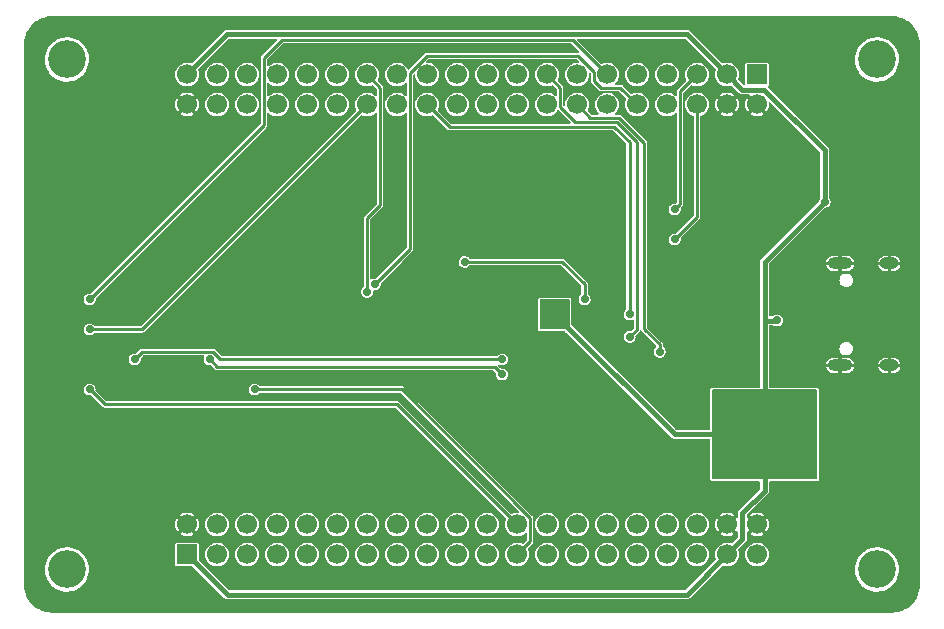
<source format=gbr>
G04 #@! TF.GenerationSoftware,KiCad,Pcbnew,6.0.4+dfsg-1+b1*
G04 #@! TF.CreationDate,2022-05-04T16:54:32+08:00*
G04 #@! TF.ProjectId,prgstl,70726773-746c-42e6-9b69-6361645f7063,a*
G04 #@! TF.SameCoordinates,Original*
G04 #@! TF.FileFunction,Copper,L2,Bot*
G04 #@! TF.FilePolarity,Positive*
%FSLAX46Y46*%
G04 Gerber Fmt 4.6, Leading zero omitted, Abs format (unit mm)*
G04 Created by KiCad (PCBNEW 6.0.4+dfsg-1+b1) date 2022-05-04 16:54:32*
%MOMM*%
%LPD*%
G01*
G04 APERTURE LIST*
G04 #@! TA.AperFunction,ComponentPad*
%ADD10C,3.200000*%
G04 #@! TD*
G04 #@! TA.AperFunction,ComponentPad*
%ADD11R,1.700000X1.700000*%
G04 #@! TD*
G04 #@! TA.AperFunction,ComponentPad*
%ADD12C,1.700000*%
G04 #@! TD*
G04 #@! TA.AperFunction,ComponentPad*
%ADD13O,2.100000X1.000000*%
G04 #@! TD*
G04 #@! TA.AperFunction,ComponentPad*
%ADD14O,1.600000X1.000000*%
G04 #@! TD*
G04 #@! TA.AperFunction,ViaPad*
%ADD15C,0.700000*%
G04 #@! TD*
G04 #@! TA.AperFunction,Conductor*
%ADD16C,0.457200*%
G04 #@! TD*
G04 #@! TA.AperFunction,Conductor*
%ADD17C,0.228600*%
G04 #@! TD*
G04 APERTURE END LIST*
D10*
G04 #@! TO.P,J2,*
G04 #@! TO.N,*
X118110000Y-80010000D03*
X186690000Y-80010000D03*
X186690000Y-123190000D03*
X118110000Y-123190000D03*
D11*
G04 #@! TO.P,J2,1,3.3V*
G04 #@! TO.N,+3V3*
X128270000Y-121920000D03*
D12*
G04 #@! TO.P,J2,2,GND*
G04 #@! TO.N,GND*
X128270000Y-119380000D03*
G04 #@! TO.P,J2,3,BO0*
G04 #@! TO.N,unconnected-(J2-Pad3)*
X130810000Y-121920000D03*
G04 #@! TO.P,J2,4,NRST*
G04 #@! TO.N,T_RST*
X130810000Y-119380000D03*
G04 #@! TO.P,J2,5,PC0*
G04 #@! TO.N,unconnected-(J2-Pad5)*
X133350000Y-121920000D03*
G04 #@! TO.P,J2,6,PC1*
G04 #@! TO.N,unconnected-(J2-Pad6)*
X133350000Y-119380000D03*
G04 #@! TO.P,J2,7,PC2*
G04 #@! TO.N,unconnected-(J2-Pad7)*
X135890000Y-121920000D03*
G04 #@! TO.P,J2,8,PC3*
G04 #@! TO.N,unconnected-(J2-Pad8)*
X135890000Y-119380000D03*
G04 #@! TO.P,J2,9,PA0*
G04 #@! TO.N,unconnected-(J2-Pad9)*
X138430000Y-121920000D03*
G04 #@! TO.P,J2,10,PA1*
G04 #@! TO.N,unconnected-(J2-Pad10)*
X138430000Y-119380000D03*
G04 #@! TO.P,J2,11,PA2*
G04 #@! TO.N,USART2_TX*
X140970000Y-121920000D03*
G04 #@! TO.P,J2,12,PA3*
G04 #@! TO.N,USART2_RX*
X140970000Y-119380000D03*
G04 #@! TO.P,J2,13,PA4*
G04 #@! TO.N,unconnected-(J2-Pad13)*
X143510000Y-121920000D03*
G04 #@! TO.P,J2,14,PA5*
G04 #@! TO.N,unconnected-(J2-Pad14)*
X143510000Y-119380000D03*
G04 #@! TO.P,J2,15,PA6*
G04 #@! TO.N,unconnected-(J2-Pad15)*
X146050000Y-121920000D03*
G04 #@! TO.P,J2,16,PA7*
G04 #@! TO.N,unconnected-(J2-Pad16)*
X146050000Y-119380000D03*
G04 #@! TO.P,J2,17,PC4*
G04 #@! TO.N,unconnected-(J2-Pad17)*
X148590000Y-121920000D03*
G04 #@! TO.P,J2,18,PC5*
G04 #@! TO.N,unconnected-(J2-Pad18)*
X148590000Y-119380000D03*
G04 #@! TO.P,J2,19,PB0*
G04 #@! TO.N,unconnected-(J2-Pad19)*
X151130000Y-121920000D03*
G04 #@! TO.P,J2,20,PB1*
G04 #@! TO.N,unconnected-(J2-Pad20)*
X151130000Y-119380000D03*
G04 #@! TO.P,J2,21,PB2*
G04 #@! TO.N,unconnected-(J2-Pad21)*
X153670000Y-121920000D03*
G04 #@! TO.P,J2,22,U0*
G04 #@! TO.N,unconnected-(J2-Pad22)*
X153670000Y-119380000D03*
G04 #@! TO.P,J2,23,PB10*
G04 #@! TO.N,USART3_TX*
X156210000Y-121920000D03*
G04 #@! TO.P,J2,24,PB11*
G04 #@! TO.N,USART3_RX*
X156210000Y-119380000D03*
G04 #@! TO.P,J2,25,PB12*
G04 #@! TO.N,unconnected-(J2-Pad25)*
X158750000Y-121920000D03*
G04 #@! TO.P,J2,26,PB13*
G04 #@! TO.N,unconnected-(J2-Pad26)*
X158750000Y-119380000D03*
G04 #@! TO.P,J2,27,PB14*
G04 #@! TO.N,unconnected-(J2-Pad27)*
X161290000Y-121920000D03*
G04 #@! TO.P,J2,28,PB15*
G04 #@! TO.N,unconnected-(J2-Pad28)*
X161290000Y-119380000D03*
G04 #@! TO.P,J2,29,PC6*
G04 #@! TO.N,unconnected-(J2-Pad29)*
X163830000Y-121920000D03*
G04 #@! TO.P,J2,30,PC7*
G04 #@! TO.N,unconnected-(J2-Pad30)*
X163830000Y-119380000D03*
G04 #@! TO.P,J2,31,PC8*
G04 #@! TO.N,unconnected-(J2-Pad31)*
X166370000Y-121920000D03*
G04 #@! TO.P,J2,32,PC9*
G04 #@! TO.N,unconnected-(J2-Pad32)*
X166370000Y-119380000D03*
G04 #@! TO.P,J2,33,U1*
G04 #@! TO.N,unconnected-(J2-Pad33)*
X168910000Y-121920000D03*
G04 #@! TO.P,J2,34,U2*
G04 #@! TO.N,unconnected-(J2-Pad34)*
X168910000Y-119380000D03*
G04 #@! TO.P,J2,35,U3*
G04 #@! TO.N,unconnected-(J2-Pad35)*
X171450000Y-121920000D03*
G04 #@! TO.P,J2,36,U4*
G04 #@! TO.N,unconnected-(J2-Pad36)*
X171450000Y-119380000D03*
G04 #@! TO.P,J2,37,3.3V*
G04 #@! TO.N,+3V3*
X173990000Y-121920000D03*
G04 #@! TO.P,J2,38,GND*
G04 #@! TO.N,GND*
X173990000Y-119380000D03*
G04 #@! TO.P,J2,39,5V*
G04 #@! TO.N,+5V*
X176530000Y-121920000D03*
G04 #@! TO.P,J2,40,GND*
G04 #@! TO.N,GND*
X176530000Y-119380000D03*
D11*
G04 #@! TO.P,J2,41,5V*
G04 #@! TO.N,+5V*
X176530000Y-81280000D03*
D12*
G04 #@! TO.P,J2,42,GND*
G04 #@! TO.N,GND*
X176530000Y-83820000D03*
G04 #@! TO.P,J2,43,3.3V*
G04 #@! TO.N,+3V3*
X173990000Y-81280000D03*
G04 #@! TO.P,J2,44,GND*
G04 #@! TO.N,GND*
X173990000Y-83820000D03*
G04 #@! TO.P,J2,45,U15*
G04 #@! TO.N,P_CLK*
X171450000Y-81280000D03*
G04 #@! TO.P,J2,46,U16*
G04 #@! TO.N,P_DIO*
X171450000Y-83820000D03*
G04 #@! TO.P,J2,47,U13*
G04 #@! TO.N,unconnected-(J2-Pad47)*
X168910000Y-81280000D03*
G04 #@! TO.P,J2,48,U14*
G04 #@! TO.N,unconnected-(J2-Pad48)*
X168910000Y-83820000D03*
G04 #@! TO.P,J2,49,PA8*
G04 #@! TO.N,unconnected-(J2-Pad49)*
X166370000Y-81280000D03*
G04 #@! TO.P,J2,50,PA9*
G04 #@! TO.N,USART1_TX*
X166370000Y-83820000D03*
G04 #@! TO.P,J2,51,PA10*
G04 #@! TO.N,USART1_RX*
X163830000Y-81280000D03*
G04 #@! TO.P,J2,52,PA11*
G04 #@! TO.N,unconnected-(J2-Pad52)*
X163830000Y-83820000D03*
G04 #@! TO.P,J2,53,PA12*
G04 #@! TO.N,unconnected-(J2-Pad53)*
X161290000Y-81280000D03*
G04 #@! TO.P,J2,54,PA13*
G04 #@! TO.N,T_DIO*
X161290000Y-83820000D03*
G04 #@! TO.P,J2,55,PA14*
G04 #@! TO.N,T_CLK*
X158750000Y-81280000D03*
G04 #@! TO.P,J2,56,PA15*
G04 #@! TO.N,unconnected-(J2-Pad56)*
X158750000Y-83820000D03*
G04 #@! TO.P,J2,57,U11*
G04 #@! TO.N,unconnected-(J2-Pad57)*
X156210000Y-81280000D03*
G04 #@! TO.P,J2,58,U12*
G04 #@! TO.N,unconnected-(J2-Pad58)*
X156210000Y-83820000D03*
G04 #@! TO.P,J2,59,PC10*
G04 #@! TO.N,unconnected-(J2-Pad59)*
X153670000Y-81280000D03*
G04 #@! TO.P,J2,60,PC11*
G04 #@! TO.N,unconnected-(J2-Pad60)*
X153670000Y-83820000D03*
G04 #@! TO.P,J2,61,PC12*
G04 #@! TO.N,unconnected-(J2-Pad61)*
X151130000Y-81280000D03*
G04 #@! TO.P,J2,62,U8*
G04 #@! TO.N,unconnected-(J2-Pad62)*
X151130000Y-83820000D03*
G04 #@! TO.P,J2,63,PD2*
G04 #@! TO.N,unconnected-(J2-Pad63)*
X148590000Y-81280000D03*
G04 #@! TO.P,J2,64,PB3*
G04 #@! TO.N,T_SWO*
X148590000Y-83820000D03*
G04 #@! TO.P,J2,65,PB4*
G04 #@! TO.N,unconnected-(J2-Pad65)*
X146050000Y-81280000D03*
G04 #@! TO.P,J2,66,PB5*
G04 #@! TO.N,unconnected-(J2-Pad66)*
X146050000Y-83820000D03*
G04 #@! TO.P,J2,67,PB6*
G04 #@! TO.N,USART1_TX_ALT*
X143510000Y-81280000D03*
G04 #@! TO.P,J2,68,PB7*
G04 #@! TO.N,USART1_RX_ALT*
X143510000Y-83820000D03*
G04 #@! TO.P,J2,69,PB8*
G04 #@! TO.N,unconnected-(J2-Pad69)*
X140970000Y-81280000D03*
G04 #@! TO.P,J2,70,PB9*
G04 #@! TO.N,unconnected-(J2-Pad70)*
X140970000Y-83820000D03*
G04 #@! TO.P,J2,71,U9*
G04 #@! TO.N,unconnected-(J2-Pad71)*
X138430000Y-81280000D03*
G04 #@! TO.P,J2,72,U10*
G04 #@! TO.N,unconnected-(J2-Pad72)*
X138430000Y-83820000D03*
G04 #@! TO.P,J2,73,PC14*
G04 #@! TO.N,unconnected-(J2-Pad73)*
X135890000Y-81280000D03*
G04 #@! TO.P,J2,74,PC13*
G04 #@! TO.N,unconnected-(J2-Pad74)*
X135890000Y-83820000D03*
G04 #@! TO.P,J2,75,U7*
G04 #@! TO.N,unconnected-(J2-Pad75)*
X133350000Y-81280000D03*
G04 #@! TO.P,J2,76,PC15*
G04 #@! TO.N,unconnected-(J2-Pad76)*
X133350000Y-83820000D03*
G04 #@! TO.P,J2,77,U5*
G04 #@! TO.N,unconnected-(J2-Pad77)*
X130810000Y-81280000D03*
G04 #@! TO.P,J2,78,U6*
G04 #@! TO.N,unconnected-(J2-Pad78)*
X130810000Y-83820000D03*
G04 #@! TO.P,J2,79,3.3V*
G04 #@! TO.N,+3V3*
X128270000Y-81280000D03*
G04 #@! TO.P,J2,80,GND*
G04 #@! TO.N,GND*
X128270000Y-83820000D03*
G04 #@! TD*
D13*
G04 #@! TO.P,J1,S1,SHIELD*
G04 #@! TO.N,GND*
X183560000Y-97280000D03*
D14*
X187740000Y-97280000D03*
D13*
X183560000Y-105920000D03*
D14*
X187740000Y-105920000D03*
G04 #@! TD*
D15*
G04 #@! TO.N,+3V3*
X178435000Y-109855000D03*
X177165000Y-109855000D03*
X175895000Y-109855000D03*
X175895000Y-113665000D03*
X177165000Y-113665000D03*
X178435000Y-113665000D03*
X158750000Y-100965000D03*
X178435000Y-111760000D03*
X175895000Y-111760000D03*
X177165000Y-111760000D03*
X158750000Y-102235000D03*
X160020000Y-100965000D03*
X182245000Y-92075000D03*
X160020000Y-102235000D03*
X178206400Y-102108000D03*
G04 #@! TO.N,GND*
X156210000Y-114300000D03*
X161290000Y-114300000D03*
X186690000Y-112395000D03*
X157480000Y-87630000D03*
X149860000Y-100965000D03*
X181610000Y-81280000D03*
X151765000Y-102235000D03*
X159385000Y-99695000D03*
X161290000Y-101600000D03*
X185420000Y-102870000D03*
X133985000Y-101600000D03*
X151765000Y-99695000D03*
X180975000Y-102108000D03*
X185420000Y-100330000D03*
X157480000Y-101600000D03*
X186690000Y-114935000D03*
X146685000Y-104775000D03*
X144780000Y-95885000D03*
X159385000Y-103505000D03*
X185420000Y-92075000D03*
X146050000Y-94615000D03*
X164465000Y-97790000D03*
X181610000Y-83820000D03*
X186690000Y-117475000D03*
X186690000Y-86360000D03*
X186690000Y-83820000D03*
X186690000Y-120015000D03*
X118110000Y-118745000D03*
X146685000Y-97790000D03*
X139700000Y-101600000D03*
X118110000Y-114935000D03*
G04 #@! TO.N,LED*
X151765000Y-97155000D03*
X161925000Y-100330000D03*
G04 #@! TO.N,T_DIO*
X168275000Y-104775000D03*
G04 #@! TO.N,T_SWO*
X165735000Y-101600000D03*
G04 #@! TO.N,T_CLK*
X165735000Y-103505000D03*
G04 #@! TO.N,T_RX*
X130175000Y-105410000D03*
X154940000Y-106680000D03*
G04 #@! TO.N,T_TX*
X154940000Y-105410000D03*
X123825000Y-105410000D03*
G04 #@! TO.N,USART3_TX*
X133985000Y-107950000D03*
G04 #@! TO.N,USART3_RX*
X120015000Y-107950000D03*
G04 #@! TO.N,USART1_TX*
X144145000Y-99060000D03*
G04 #@! TO.N,USART1_RX*
X120015000Y-100330000D03*
G04 #@! TO.N,USART1_TX_ALT*
X143510000Y-99695000D03*
G04 #@! TO.N,USART1_RX_ALT*
X120015000Y-102870000D03*
G04 #@! TO.N,P_CLK*
X169545000Y-92710000D03*
G04 #@! TO.N,P_DIO*
X169545000Y-95250000D03*
G04 #@! TD*
D16*
G04 #@! TO.N,+3V3*
X160020000Y-100965000D02*
X158750000Y-100965000D01*
X177165000Y-97155000D02*
X182245000Y-92075000D01*
X177165000Y-116535000D02*
X175298999Y-118401001D01*
X177120881Y-82588999D02*
X175298999Y-82588999D01*
X170560000Y-125350000D02*
X131700000Y-125350000D01*
X173990000Y-81280000D02*
X170573678Y-77863678D01*
X178199400Y-102115000D02*
X178206400Y-102108000D01*
X158750000Y-100965000D02*
X158750000Y-102235000D01*
X182245000Y-92075000D02*
X182245000Y-87713118D01*
X177165000Y-102115000D02*
X178199400Y-102115000D01*
X173990000Y-81280000D02*
X175298999Y-82588999D01*
X173990000Y-121920000D02*
X170560000Y-125350000D01*
X177165000Y-109855000D02*
X177165000Y-102115000D01*
X160020000Y-102235000D02*
X160020000Y-100965000D01*
X175298999Y-118401001D02*
X175298999Y-120611001D01*
X131686322Y-77863678D02*
X128270000Y-81280000D01*
X160020000Y-102235000D02*
X160035000Y-102235000D01*
X131700000Y-125350000D02*
X128270000Y-121920000D01*
X160035000Y-102235000D02*
X169560000Y-111760000D01*
X182245000Y-87713118D02*
X177120881Y-82588999D01*
X158750000Y-102235000D02*
X160020000Y-102235000D01*
X169560000Y-111760000D02*
X177165000Y-111760000D01*
X177165000Y-102115000D02*
X177165000Y-97155000D01*
X175298999Y-120611001D02*
X173990000Y-121920000D01*
X177165000Y-113665000D02*
X177165000Y-116535000D01*
X170573678Y-77863678D02*
X131686322Y-77863678D01*
D17*
G04 #@! TO.N,LED*
X161925000Y-99060000D02*
X160020000Y-97155000D01*
X160020000Y-97155000D02*
X151765000Y-97155000D01*
X161925000Y-100330000D02*
X161925000Y-99060000D01*
G04 #@! TO.N,T_DIO*
X168275000Y-104775000D02*
X168275000Y-104140000D01*
X162406701Y-84936701D02*
X161290000Y-83820000D01*
X166956915Y-87043085D02*
X164850531Y-84936701D01*
X168275000Y-104140000D02*
X166956915Y-102821915D01*
X164850531Y-84936701D02*
X162406701Y-84936701D01*
X166956915Y-102821915D02*
X166956915Y-87043085D01*
G04 #@! TO.N,T_SWO*
X150521278Y-85698722D02*
X150495000Y-85725000D01*
X165735000Y-101600000D02*
X165735000Y-86995000D01*
X150495000Y-85725000D02*
X148590000Y-83820000D01*
X165735000Y-86995000D02*
X164438722Y-85698722D01*
X164438722Y-85698722D02*
X150521278Y-85698722D01*
G04 #@! TO.N,T_CLK*
X164692712Y-85317712D02*
X161134994Y-85317712D01*
X159866701Y-82396701D02*
X158750000Y-81280000D01*
X159866701Y-84049419D02*
X159866701Y-82396701D01*
X165735000Y-103505000D02*
X166370000Y-102870000D01*
X161134994Y-85317712D02*
X159866701Y-84049419D01*
X166370000Y-102870000D02*
X166370000Y-86995000D01*
X166370000Y-86995000D02*
X164692712Y-85317712D01*
G04 #@! TO.N,T_RX*
X154940000Y-106680000D02*
X154305000Y-106045000D01*
X154305000Y-106045000D02*
X130810000Y-106045000D01*
X130810000Y-106045000D02*
X130175000Y-105410000D01*
G04 #@! TO.N,T_TX*
X124441702Y-104793298D02*
X123825000Y-105410000D01*
X154940000Y-105410000D02*
X131087720Y-105410000D01*
X131087720Y-105410000D02*
X130471018Y-104793298D01*
X130471018Y-104793298D02*
X124441702Y-104793298D01*
G04 #@! TO.N,USART3_TX*
X157326701Y-120803299D02*
X157326701Y-118843983D01*
X157326701Y-118843983D02*
X146432718Y-107950000D01*
X146432718Y-107950000D02*
X133985000Y-107950000D01*
X156210000Y-121920000D02*
X157326701Y-120803299D01*
G04 #@! TO.N,USART3_RX*
X146050000Y-109220000D02*
X121285000Y-109220000D01*
X156210000Y-119380000D02*
X146050000Y-109220000D01*
X121285000Y-109220000D02*
X120015000Y-107950000D01*
G04 #@! TO.N,USART1_TX*
X163293983Y-82396701D02*
X164946701Y-82396701D01*
X161362718Y-79700000D02*
X162713299Y-81050581D01*
X144145000Y-99060000D02*
X147166701Y-96038299D01*
X164946701Y-82396701D02*
X166370000Y-83820000D01*
X148591438Y-79700000D02*
X161362718Y-79700000D01*
X162713299Y-81816017D02*
X163293983Y-82396701D01*
X162713299Y-81050581D02*
X162713299Y-81816017D01*
X147166701Y-96038299D02*
X147166701Y-81124737D01*
X147166701Y-81124737D02*
X148591438Y-79700000D01*
G04 #@! TO.N,USART1_RX*
X134773299Y-85571701D02*
X134773299Y-79856701D01*
X120015000Y-100330000D02*
X134773299Y-85571701D01*
X134773299Y-79856701D02*
X136271011Y-78358989D01*
X160908989Y-78358989D02*
X163830000Y-81280000D01*
X136271011Y-78358989D02*
X160908989Y-78358989D01*
G04 #@! TO.N,USART1_TX_ALT*
X143510000Y-99695000D02*
X143510000Y-93441170D01*
X143510000Y-93441170D02*
X144626701Y-92324469D01*
X144626701Y-82396701D02*
X143510000Y-81280000D01*
X144626701Y-92324469D02*
X144626701Y-82396701D01*
G04 #@! TO.N,USART1_RX_ALT*
X124460000Y-102870000D02*
X120015000Y-102870000D01*
X143510000Y-83820000D02*
X124460000Y-102870000D01*
G04 #@! TO.N,P_CLK*
X170026701Y-82703299D02*
X171450000Y-81280000D01*
X169545000Y-92710000D02*
X170026701Y-92228299D01*
X170026701Y-92228299D02*
X170026701Y-82703299D01*
G04 #@! TO.N,P_DIO*
X171450000Y-93345000D02*
X171450000Y-83820000D01*
X169545000Y-95250000D02*
X171450000Y-93345000D01*
G04 #@! TD*
G04 #@! TA.AperFunction,Conductor*
G04 #@! TO.N,+3V3*
G36*
X181583138Y-107967593D02*
G01*
X181608858Y-108012142D01*
X181610000Y-108025200D01*
X181610000Y-115494800D01*
X181592407Y-115543138D01*
X181547858Y-115568858D01*
X181534800Y-115570000D01*
X172795200Y-115570000D01*
X172746862Y-115552407D01*
X172721142Y-115507858D01*
X172720000Y-115494800D01*
X172720000Y-108025200D01*
X172737593Y-107976862D01*
X172782142Y-107951142D01*
X172795200Y-107950000D01*
X181534800Y-107950000D01*
X181583138Y-107967593D01*
G37*
G04 #@! TD.AperFunction*
G04 #@! TD*
G04 #@! TA.AperFunction,Conductor*
G04 #@! TO.N,+3V3*
G36*
X160628138Y-100347593D02*
G01*
X160653858Y-100392142D01*
X160655000Y-100405200D01*
X160655000Y-102794800D01*
X160637407Y-102843138D01*
X160592858Y-102868858D01*
X160579800Y-102870000D01*
X158190200Y-102870000D01*
X158141862Y-102852407D01*
X158116142Y-102807858D01*
X158115000Y-102794800D01*
X158115000Y-100405200D01*
X158132593Y-100356862D01*
X158177142Y-100331142D01*
X158190200Y-100330000D01*
X160579800Y-100330000D01*
X160628138Y-100347593D01*
G37*
G04 #@! TD.AperFunction*
G04 #@! TD*
G04 #@! TA.AperFunction,Conductor*
G04 #@! TO.N,GND*
G36*
X187949431Y-76355462D02*
G01*
X187950435Y-76355731D01*
X187960000Y-76358294D01*
X187969563Y-76355731D01*
X187977737Y-76355731D01*
X187988622Y-76354631D01*
X188243197Y-76370031D01*
X188252211Y-76371126D01*
X188526794Y-76421445D01*
X188535611Y-76423618D01*
X188655380Y-76460939D01*
X188802138Y-76506671D01*
X188810618Y-76509887D01*
X189065194Y-76624462D01*
X189073230Y-76628679D01*
X189312146Y-76773109D01*
X189319605Y-76778258D01*
X189539361Y-76950426D01*
X189546158Y-76956448D01*
X189743552Y-77153842D01*
X189749574Y-77160639D01*
X189921742Y-77380395D01*
X189926891Y-77387854D01*
X190071320Y-77626768D01*
X190075538Y-77634806D01*
X190172025Y-77849190D01*
X190190111Y-77889376D01*
X190193331Y-77897867D01*
X190276382Y-78164389D01*
X190278555Y-78173206D01*
X190328874Y-78447789D01*
X190329969Y-78456803D01*
X190345369Y-78711378D01*
X190344269Y-78722263D01*
X190344269Y-78730437D01*
X190341706Y-78740000D01*
X190344268Y-78749562D01*
X190344538Y-78750569D01*
X190347100Y-78770032D01*
X190347100Y-124429968D01*
X190344538Y-124449430D01*
X190341706Y-124460000D01*
X190344269Y-124469563D01*
X190344269Y-124477737D01*
X190345369Y-124488622D01*
X190329969Y-124743197D01*
X190328874Y-124752211D01*
X190278555Y-125026794D01*
X190276382Y-125035611D01*
X190193331Y-125302133D01*
X190190113Y-125310618D01*
X190075540Y-125565191D01*
X190071321Y-125573230D01*
X189926891Y-125812146D01*
X189921742Y-125819605D01*
X189749574Y-126039361D01*
X189743552Y-126046158D01*
X189546158Y-126243552D01*
X189539361Y-126249574D01*
X189319605Y-126421742D01*
X189312146Y-126426891D01*
X189073232Y-126571320D01*
X189065194Y-126575538D01*
X188810618Y-126690113D01*
X188802138Y-126693329D01*
X188655380Y-126739061D01*
X188535611Y-126776382D01*
X188526794Y-126778555D01*
X188252211Y-126828874D01*
X188243197Y-126829969D01*
X187988622Y-126845369D01*
X187977737Y-126844269D01*
X187969563Y-126844269D01*
X187960000Y-126841706D01*
X187950438Y-126844268D01*
X187949431Y-126844538D01*
X187929968Y-126847100D01*
X116870032Y-126847100D01*
X116850569Y-126844538D01*
X116849562Y-126844268D01*
X116840000Y-126841706D01*
X116830437Y-126844269D01*
X116822263Y-126844269D01*
X116811378Y-126845369D01*
X116556803Y-126829969D01*
X116547789Y-126828874D01*
X116273206Y-126778555D01*
X116264389Y-126776382D01*
X116144620Y-126739061D01*
X115997862Y-126693329D01*
X115989382Y-126690113D01*
X115734806Y-126575538D01*
X115726768Y-126571320D01*
X115487854Y-126426891D01*
X115480395Y-126421742D01*
X115260639Y-126249574D01*
X115253842Y-126243552D01*
X115056448Y-126046158D01*
X115050426Y-126039361D01*
X114878258Y-125819605D01*
X114873109Y-125812146D01*
X114728679Y-125573230D01*
X114724460Y-125565191D01*
X114609887Y-125310618D01*
X114606669Y-125302133D01*
X114523618Y-125035611D01*
X114521445Y-125026794D01*
X114471126Y-124752211D01*
X114470031Y-124743197D01*
X114454631Y-124488622D01*
X114455731Y-124477737D01*
X114455731Y-124469563D01*
X114458294Y-124460000D01*
X114455462Y-124449430D01*
X114452900Y-124429968D01*
X114452900Y-123232550D01*
X116234980Y-123232550D01*
X116260761Y-123502775D01*
X116325282Y-123766448D01*
X116326301Y-123768963D01*
X116326302Y-123768967D01*
X116395924Y-123940856D01*
X116427189Y-124018046D01*
X116564349Y-124252297D01*
X116733887Y-124464294D01*
X116735881Y-124466156D01*
X116735884Y-124466160D01*
X116759930Y-124488622D01*
X116932253Y-124649597D01*
X117155291Y-124804324D01*
X117157732Y-124805538D01*
X117157733Y-124805539D01*
X117395882Y-124924017D01*
X117395886Y-124924019D01*
X117398329Y-124925234D01*
X117656275Y-125009793D01*
X117923726Y-125056230D01*
X118009501Y-125060500D01*
X118178953Y-125060500D01*
X118380740Y-125045859D01*
X118645809Y-124987337D01*
X118648351Y-124986374D01*
X118648354Y-124986373D01*
X118897108Y-124892129D01*
X118897113Y-124892127D01*
X118899654Y-124891164D01*
X119136956Y-124759354D01*
X119244851Y-124677012D01*
X119350582Y-124596321D01*
X119350586Y-124596317D01*
X119352746Y-124594669D01*
X119493741Y-124450438D01*
X119540596Y-124402508D01*
X119540598Y-124402506D01*
X119542502Y-124400558D01*
X119702249Y-124181088D01*
X119786795Y-124020394D01*
X119827374Y-123943265D01*
X119827376Y-123943260D01*
X119828641Y-123940856D01*
X119919030Y-123684895D01*
X119971523Y-123418566D01*
X119985020Y-123147450D01*
X119961859Y-122904679D01*
X119959498Y-122879937D01*
X119959497Y-122879933D01*
X119959239Y-122877225D01*
X119954915Y-122859552D01*
X119902903Y-122647001D01*
X119894718Y-122613552D01*
X119834917Y-122465908D01*
X119793831Y-122364472D01*
X119793830Y-122364471D01*
X119792811Y-122361954D01*
X119696055Y-122196708D01*
X119657029Y-122130056D01*
X119657027Y-122130053D01*
X119655651Y-122127703D01*
X119632099Y-122098252D01*
X119510367Y-121946034D01*
X119486113Y-121915706D01*
X119484119Y-121913844D01*
X119484116Y-121913840D01*
X119289738Y-121732263D01*
X119287747Y-121730403D01*
X119064709Y-121575676D01*
X118984907Y-121535975D01*
X118824118Y-121455983D01*
X118824114Y-121455981D01*
X118821671Y-121454766D01*
X118563725Y-121370207D01*
X118296274Y-121323770D01*
X118210499Y-121319500D01*
X118041047Y-121319500D01*
X117839260Y-121334141D01*
X117574191Y-121392663D01*
X117571649Y-121393626D01*
X117571646Y-121393627D01*
X117322892Y-121487871D01*
X117322887Y-121487873D01*
X117320346Y-121488836D01*
X117083044Y-121620646D01*
X116975149Y-121702989D01*
X116869418Y-121783679D01*
X116869414Y-121783683D01*
X116867254Y-121785331D01*
X116865352Y-121787277D01*
X116706057Y-121950228D01*
X116677498Y-121979442D01*
X116517751Y-122198912D01*
X116516484Y-122201320D01*
X116516481Y-122201325D01*
X116420699Y-122383377D01*
X116391359Y-122439144D01*
X116300970Y-122695105D01*
X116248477Y-122961434D01*
X116234980Y-123232550D01*
X114452900Y-123232550D01*
X114452900Y-120190639D01*
X127680117Y-120190639D01*
X127681391Y-120195393D01*
X127692346Y-120204718D01*
X127698359Y-120208897D01*
X127863537Y-120301211D01*
X127870250Y-120304144D01*
X128050210Y-120362616D01*
X128057358Y-120364188D01*
X128245248Y-120386593D01*
X128252581Y-120386746D01*
X128441239Y-120372230D01*
X128448447Y-120370959D01*
X128630701Y-120320073D01*
X128637534Y-120317422D01*
X128806426Y-120232109D01*
X128812612Y-120228184D01*
X128852713Y-120196853D01*
X128858443Y-120187684D01*
X128857835Y-120183361D01*
X128279377Y-119604903D01*
X128269578Y-119600334D01*
X128263587Y-119601939D01*
X127684686Y-120180840D01*
X127680117Y-120190639D01*
X114452900Y-120190639D01*
X114452900Y-119369608D01*
X127263156Y-119369608D01*
X127278990Y-119558161D01*
X127280312Y-119565363D01*
X127332470Y-119747261D01*
X127335164Y-119754063D01*
X127421657Y-119922363D01*
X127425623Y-119928518D01*
X127452905Y-119962940D01*
X127462114Y-119968605D01*
X127466520Y-119967954D01*
X128045097Y-119389377D01*
X128049272Y-119380422D01*
X128490334Y-119380422D01*
X128491939Y-119386413D01*
X129071215Y-119965689D01*
X129081014Y-119970258D01*
X129085864Y-119968959D01*
X129090664Y-119963398D01*
X129094886Y-119957412D01*
X129188354Y-119792880D01*
X129191328Y-119786200D01*
X129251059Y-119606641D01*
X129252680Y-119599507D01*
X129276593Y-119410215D01*
X129276886Y-119406020D01*
X129277221Y-119382099D01*
X129277045Y-119377907D01*
X129275871Y-119365930D01*
X129802345Y-119365930D01*
X129802653Y-119369598D01*
X129802653Y-119369601D01*
X129805889Y-119408138D01*
X129818803Y-119561919D01*
X129873015Y-119750979D01*
X129962916Y-119925908D01*
X130085083Y-120080044D01*
X130087877Y-120082422D01*
X130087878Y-120082423D01*
X130122691Y-120112051D01*
X130234862Y-120207516D01*
X130238063Y-120209305D01*
X130238066Y-120209307D01*
X130276656Y-120230874D01*
X130406547Y-120303467D01*
X130410044Y-120304603D01*
X130410048Y-120304605D01*
X130502615Y-120334681D01*
X130593600Y-120364244D01*
X130700984Y-120377049D01*
X130785237Y-120387096D01*
X130785239Y-120387096D01*
X130788895Y-120387532D01*
X130984994Y-120372443D01*
X131099061Y-120340595D01*
X131170883Y-120320542D01*
X131170885Y-120320541D01*
X131174428Y-120319552D01*
X131349981Y-120230874D01*
X131504966Y-120109786D01*
X131633480Y-119960901D01*
X131730628Y-119789890D01*
X131792710Y-119603266D01*
X131817360Y-119408138D01*
X131817622Y-119389377D01*
X131817724Y-119382099D01*
X131817724Y-119382093D01*
X131817753Y-119380000D01*
X131817124Y-119373587D01*
X131816373Y-119365930D01*
X132342345Y-119365930D01*
X132342653Y-119369598D01*
X132342653Y-119369601D01*
X132345889Y-119408138D01*
X132358803Y-119561919D01*
X132413015Y-119750979D01*
X132502916Y-119925908D01*
X132625083Y-120080044D01*
X132627877Y-120082422D01*
X132627878Y-120082423D01*
X132662691Y-120112051D01*
X132774862Y-120207516D01*
X132778063Y-120209305D01*
X132778066Y-120209307D01*
X132816656Y-120230874D01*
X132946547Y-120303467D01*
X132950044Y-120304603D01*
X132950048Y-120304605D01*
X133042615Y-120334681D01*
X133133600Y-120364244D01*
X133240984Y-120377049D01*
X133325237Y-120387096D01*
X133325239Y-120387096D01*
X133328895Y-120387532D01*
X133524994Y-120372443D01*
X133639061Y-120340595D01*
X133710883Y-120320542D01*
X133710885Y-120320541D01*
X133714428Y-120319552D01*
X133889981Y-120230874D01*
X134044966Y-120109786D01*
X134173480Y-119960901D01*
X134270628Y-119789890D01*
X134332710Y-119603266D01*
X134357360Y-119408138D01*
X134357622Y-119389377D01*
X134357724Y-119382099D01*
X134357724Y-119382093D01*
X134357753Y-119380000D01*
X134357124Y-119373587D01*
X134356373Y-119365930D01*
X134882345Y-119365930D01*
X134882653Y-119369598D01*
X134882653Y-119369601D01*
X134885889Y-119408138D01*
X134898803Y-119561919D01*
X134953015Y-119750979D01*
X135042916Y-119925908D01*
X135165083Y-120080044D01*
X135167877Y-120082422D01*
X135167878Y-120082423D01*
X135202691Y-120112051D01*
X135314862Y-120207516D01*
X135318063Y-120209305D01*
X135318066Y-120209307D01*
X135356656Y-120230874D01*
X135486547Y-120303467D01*
X135490044Y-120304603D01*
X135490048Y-120304605D01*
X135582615Y-120334681D01*
X135673600Y-120364244D01*
X135780984Y-120377049D01*
X135865237Y-120387096D01*
X135865239Y-120387096D01*
X135868895Y-120387532D01*
X136064994Y-120372443D01*
X136179061Y-120340595D01*
X136250883Y-120320542D01*
X136250885Y-120320541D01*
X136254428Y-120319552D01*
X136429981Y-120230874D01*
X136584966Y-120109786D01*
X136713480Y-119960901D01*
X136810628Y-119789890D01*
X136872710Y-119603266D01*
X136897360Y-119408138D01*
X136897622Y-119389377D01*
X136897724Y-119382099D01*
X136897724Y-119382093D01*
X136897753Y-119380000D01*
X136897124Y-119373587D01*
X136896373Y-119365930D01*
X137422345Y-119365930D01*
X137422653Y-119369598D01*
X137422653Y-119369601D01*
X137425889Y-119408138D01*
X137438803Y-119561919D01*
X137493015Y-119750979D01*
X137582916Y-119925908D01*
X137705083Y-120080044D01*
X137707877Y-120082422D01*
X137707878Y-120082423D01*
X137742691Y-120112051D01*
X137854862Y-120207516D01*
X137858063Y-120209305D01*
X137858066Y-120209307D01*
X137896656Y-120230874D01*
X138026547Y-120303467D01*
X138030044Y-120304603D01*
X138030048Y-120304605D01*
X138122615Y-120334681D01*
X138213600Y-120364244D01*
X138320984Y-120377049D01*
X138405237Y-120387096D01*
X138405239Y-120387096D01*
X138408895Y-120387532D01*
X138604994Y-120372443D01*
X138719061Y-120340595D01*
X138790883Y-120320542D01*
X138790885Y-120320541D01*
X138794428Y-120319552D01*
X138969981Y-120230874D01*
X139124966Y-120109786D01*
X139253480Y-119960901D01*
X139350628Y-119789890D01*
X139412710Y-119603266D01*
X139437360Y-119408138D01*
X139437622Y-119389377D01*
X139437724Y-119382099D01*
X139437724Y-119382093D01*
X139437753Y-119380000D01*
X139437124Y-119373587D01*
X139436373Y-119365930D01*
X139962345Y-119365930D01*
X139962653Y-119369598D01*
X139962653Y-119369601D01*
X139965889Y-119408138D01*
X139978803Y-119561919D01*
X140033015Y-119750979D01*
X140122916Y-119925908D01*
X140245083Y-120080044D01*
X140247877Y-120082422D01*
X140247878Y-120082423D01*
X140282691Y-120112051D01*
X140394862Y-120207516D01*
X140398063Y-120209305D01*
X140398066Y-120209307D01*
X140436656Y-120230874D01*
X140566547Y-120303467D01*
X140570044Y-120304603D01*
X140570048Y-120304605D01*
X140662615Y-120334681D01*
X140753600Y-120364244D01*
X140860984Y-120377049D01*
X140945237Y-120387096D01*
X140945239Y-120387096D01*
X140948895Y-120387532D01*
X141144994Y-120372443D01*
X141259061Y-120340595D01*
X141330883Y-120320542D01*
X141330885Y-120320541D01*
X141334428Y-120319552D01*
X141509981Y-120230874D01*
X141664966Y-120109786D01*
X141793480Y-119960901D01*
X141890628Y-119789890D01*
X141952710Y-119603266D01*
X141977360Y-119408138D01*
X141977622Y-119389377D01*
X141977724Y-119382099D01*
X141977724Y-119382093D01*
X141977753Y-119380000D01*
X141977124Y-119373587D01*
X141976373Y-119365930D01*
X142502345Y-119365930D01*
X142502653Y-119369598D01*
X142502653Y-119369601D01*
X142505889Y-119408138D01*
X142518803Y-119561919D01*
X142573015Y-119750979D01*
X142662916Y-119925908D01*
X142785083Y-120080044D01*
X142787877Y-120082422D01*
X142787878Y-120082423D01*
X142822691Y-120112051D01*
X142934862Y-120207516D01*
X142938063Y-120209305D01*
X142938066Y-120209307D01*
X142976656Y-120230874D01*
X143106547Y-120303467D01*
X143110044Y-120304603D01*
X143110048Y-120304605D01*
X143202615Y-120334681D01*
X143293600Y-120364244D01*
X143400984Y-120377049D01*
X143485237Y-120387096D01*
X143485239Y-120387096D01*
X143488895Y-120387532D01*
X143684994Y-120372443D01*
X143799061Y-120340595D01*
X143870883Y-120320542D01*
X143870885Y-120320541D01*
X143874428Y-120319552D01*
X144049981Y-120230874D01*
X144204966Y-120109786D01*
X144333480Y-119960901D01*
X144430628Y-119789890D01*
X144492710Y-119603266D01*
X144517360Y-119408138D01*
X144517622Y-119389377D01*
X144517724Y-119382099D01*
X144517724Y-119382093D01*
X144517753Y-119380000D01*
X144517124Y-119373587D01*
X144516373Y-119365930D01*
X145042345Y-119365930D01*
X145042653Y-119369598D01*
X145042653Y-119369601D01*
X145045889Y-119408138D01*
X145058803Y-119561919D01*
X145113015Y-119750979D01*
X145202916Y-119925908D01*
X145325083Y-120080044D01*
X145327877Y-120082422D01*
X145327878Y-120082423D01*
X145362691Y-120112051D01*
X145474862Y-120207516D01*
X145478063Y-120209305D01*
X145478066Y-120209307D01*
X145516656Y-120230874D01*
X145646547Y-120303467D01*
X145650044Y-120304603D01*
X145650048Y-120304605D01*
X145742615Y-120334681D01*
X145833600Y-120364244D01*
X145940984Y-120377049D01*
X146025237Y-120387096D01*
X146025239Y-120387096D01*
X146028895Y-120387532D01*
X146224994Y-120372443D01*
X146339061Y-120340595D01*
X146410883Y-120320542D01*
X146410885Y-120320541D01*
X146414428Y-120319552D01*
X146589981Y-120230874D01*
X146744966Y-120109786D01*
X146873480Y-119960901D01*
X146970628Y-119789890D01*
X147032710Y-119603266D01*
X147057360Y-119408138D01*
X147057622Y-119389377D01*
X147057724Y-119382099D01*
X147057724Y-119382093D01*
X147057753Y-119380000D01*
X147057124Y-119373587D01*
X147056373Y-119365930D01*
X147582345Y-119365930D01*
X147582653Y-119369598D01*
X147582653Y-119369601D01*
X147585889Y-119408138D01*
X147598803Y-119561919D01*
X147653015Y-119750979D01*
X147742916Y-119925908D01*
X147865083Y-120080044D01*
X147867877Y-120082422D01*
X147867878Y-120082423D01*
X147902691Y-120112051D01*
X148014862Y-120207516D01*
X148018063Y-120209305D01*
X148018066Y-120209307D01*
X148056656Y-120230874D01*
X148186547Y-120303467D01*
X148190044Y-120304603D01*
X148190048Y-120304605D01*
X148282615Y-120334681D01*
X148373600Y-120364244D01*
X148480984Y-120377049D01*
X148565237Y-120387096D01*
X148565239Y-120387096D01*
X148568895Y-120387532D01*
X148764994Y-120372443D01*
X148879061Y-120340595D01*
X148950883Y-120320542D01*
X148950885Y-120320541D01*
X148954428Y-120319552D01*
X149129981Y-120230874D01*
X149284966Y-120109786D01*
X149413480Y-119960901D01*
X149510628Y-119789890D01*
X149572710Y-119603266D01*
X149597360Y-119408138D01*
X149597622Y-119389377D01*
X149597724Y-119382099D01*
X149597724Y-119382093D01*
X149597753Y-119380000D01*
X149597124Y-119373587D01*
X149596373Y-119365930D01*
X150122345Y-119365930D01*
X150122653Y-119369598D01*
X150122653Y-119369601D01*
X150125889Y-119408138D01*
X150138803Y-119561919D01*
X150193015Y-119750979D01*
X150282916Y-119925908D01*
X150405083Y-120080044D01*
X150407877Y-120082422D01*
X150407878Y-120082423D01*
X150442691Y-120112051D01*
X150554862Y-120207516D01*
X150558063Y-120209305D01*
X150558066Y-120209307D01*
X150596656Y-120230874D01*
X150726547Y-120303467D01*
X150730044Y-120304603D01*
X150730048Y-120304605D01*
X150822615Y-120334681D01*
X150913600Y-120364244D01*
X151020984Y-120377049D01*
X151105237Y-120387096D01*
X151105239Y-120387096D01*
X151108895Y-120387532D01*
X151304994Y-120372443D01*
X151419061Y-120340595D01*
X151490883Y-120320542D01*
X151490885Y-120320541D01*
X151494428Y-120319552D01*
X151669981Y-120230874D01*
X151824966Y-120109786D01*
X151953480Y-119960901D01*
X152050628Y-119789890D01*
X152112710Y-119603266D01*
X152137360Y-119408138D01*
X152137622Y-119389377D01*
X152137724Y-119382099D01*
X152137724Y-119382093D01*
X152137753Y-119380000D01*
X152137124Y-119373587D01*
X152136373Y-119365930D01*
X152662345Y-119365930D01*
X152662653Y-119369598D01*
X152662653Y-119369601D01*
X152665889Y-119408138D01*
X152678803Y-119561919D01*
X152733015Y-119750979D01*
X152822916Y-119925908D01*
X152945083Y-120080044D01*
X152947877Y-120082422D01*
X152947878Y-120082423D01*
X152982691Y-120112051D01*
X153094862Y-120207516D01*
X153098063Y-120209305D01*
X153098066Y-120209307D01*
X153136656Y-120230874D01*
X153266547Y-120303467D01*
X153270044Y-120304603D01*
X153270048Y-120304605D01*
X153362615Y-120334681D01*
X153453600Y-120364244D01*
X153560984Y-120377049D01*
X153645237Y-120387096D01*
X153645239Y-120387096D01*
X153648895Y-120387532D01*
X153844994Y-120372443D01*
X153959061Y-120340595D01*
X154030883Y-120320542D01*
X154030885Y-120320541D01*
X154034428Y-120319552D01*
X154209981Y-120230874D01*
X154364966Y-120109786D01*
X154493480Y-119960901D01*
X154590628Y-119789890D01*
X154652710Y-119603266D01*
X154677360Y-119408138D01*
X154677622Y-119389377D01*
X154677724Y-119382099D01*
X154677724Y-119382093D01*
X154677753Y-119380000D01*
X154677124Y-119373587D01*
X154658921Y-119187927D01*
X154658920Y-119187922D01*
X154658561Y-119184260D01*
X154601714Y-118995975D01*
X154509379Y-118822318D01*
X154385072Y-118669903D01*
X154288693Y-118590171D01*
X154236359Y-118546877D01*
X154233528Y-118544535D01*
X154060520Y-118450990D01*
X153872637Y-118392830D01*
X153736007Y-118378470D01*
X153680690Y-118372656D01*
X153680689Y-118372656D01*
X153677035Y-118372272D01*
X153579101Y-118381184D01*
X153484824Y-118389764D01*
X153484823Y-118389764D01*
X153481166Y-118390097D01*
X153477641Y-118391134D01*
X153477638Y-118391135D01*
X153296019Y-118444589D01*
X153292489Y-118445628D01*
X153118192Y-118536748D01*
X153068915Y-118576368D01*
X152968008Y-118657499D01*
X152964912Y-118659988D01*
X152838489Y-118810653D01*
X152836718Y-118813875D01*
X152836717Y-118813876D01*
X152816172Y-118851247D01*
X152743739Y-118983004D01*
X152684269Y-119170476D01*
X152662345Y-119365930D01*
X152136373Y-119365930D01*
X152118921Y-119187927D01*
X152118920Y-119187922D01*
X152118561Y-119184260D01*
X152061714Y-118995975D01*
X151969379Y-118822318D01*
X151845072Y-118669903D01*
X151748693Y-118590171D01*
X151696359Y-118546877D01*
X151693528Y-118544535D01*
X151520520Y-118450990D01*
X151332637Y-118392830D01*
X151196007Y-118378470D01*
X151140690Y-118372656D01*
X151140689Y-118372656D01*
X151137035Y-118372272D01*
X151039101Y-118381184D01*
X150944824Y-118389764D01*
X150944823Y-118389764D01*
X150941166Y-118390097D01*
X150937641Y-118391134D01*
X150937638Y-118391135D01*
X150756019Y-118444589D01*
X150752489Y-118445628D01*
X150578192Y-118536748D01*
X150528915Y-118576368D01*
X150428008Y-118657499D01*
X150424912Y-118659988D01*
X150298489Y-118810653D01*
X150296718Y-118813875D01*
X150296717Y-118813876D01*
X150276172Y-118851247D01*
X150203739Y-118983004D01*
X150144269Y-119170476D01*
X150122345Y-119365930D01*
X149596373Y-119365930D01*
X149578921Y-119187927D01*
X149578920Y-119187922D01*
X149578561Y-119184260D01*
X149521714Y-118995975D01*
X149429379Y-118822318D01*
X149305072Y-118669903D01*
X149208693Y-118590171D01*
X149156359Y-118546877D01*
X149153528Y-118544535D01*
X148980520Y-118450990D01*
X148792637Y-118392830D01*
X148656007Y-118378470D01*
X148600690Y-118372656D01*
X148600689Y-118372656D01*
X148597035Y-118372272D01*
X148499101Y-118381184D01*
X148404824Y-118389764D01*
X148404823Y-118389764D01*
X148401166Y-118390097D01*
X148397641Y-118391134D01*
X148397638Y-118391135D01*
X148216019Y-118444589D01*
X148212489Y-118445628D01*
X148038192Y-118536748D01*
X147988915Y-118576368D01*
X147888008Y-118657499D01*
X147884912Y-118659988D01*
X147758489Y-118810653D01*
X147756718Y-118813875D01*
X147756717Y-118813876D01*
X147736172Y-118851247D01*
X147663739Y-118983004D01*
X147604269Y-119170476D01*
X147582345Y-119365930D01*
X147056373Y-119365930D01*
X147038921Y-119187927D01*
X147038920Y-119187922D01*
X147038561Y-119184260D01*
X146981714Y-118995975D01*
X146889379Y-118822318D01*
X146765072Y-118669903D01*
X146668693Y-118590171D01*
X146616359Y-118546877D01*
X146613528Y-118544535D01*
X146440520Y-118450990D01*
X146252637Y-118392830D01*
X146116007Y-118378470D01*
X146060690Y-118372656D01*
X146060689Y-118372656D01*
X146057035Y-118372272D01*
X145959101Y-118381184D01*
X145864824Y-118389764D01*
X145864823Y-118389764D01*
X145861166Y-118390097D01*
X145857641Y-118391134D01*
X145857638Y-118391135D01*
X145676019Y-118444589D01*
X145672489Y-118445628D01*
X145498192Y-118536748D01*
X145448915Y-118576368D01*
X145348008Y-118657499D01*
X145344912Y-118659988D01*
X145218489Y-118810653D01*
X145216718Y-118813875D01*
X145216717Y-118813876D01*
X145196172Y-118851247D01*
X145123739Y-118983004D01*
X145064269Y-119170476D01*
X145042345Y-119365930D01*
X144516373Y-119365930D01*
X144498921Y-119187927D01*
X144498920Y-119187922D01*
X144498561Y-119184260D01*
X144441714Y-118995975D01*
X144349379Y-118822318D01*
X144225072Y-118669903D01*
X144128693Y-118590171D01*
X144076359Y-118546877D01*
X144073528Y-118544535D01*
X143900520Y-118450990D01*
X143712637Y-118392830D01*
X143576007Y-118378470D01*
X143520690Y-118372656D01*
X143520689Y-118372656D01*
X143517035Y-118372272D01*
X143419101Y-118381184D01*
X143324824Y-118389764D01*
X143324823Y-118389764D01*
X143321166Y-118390097D01*
X143317641Y-118391134D01*
X143317638Y-118391135D01*
X143136019Y-118444589D01*
X143132489Y-118445628D01*
X142958192Y-118536748D01*
X142908915Y-118576368D01*
X142808008Y-118657499D01*
X142804912Y-118659988D01*
X142678489Y-118810653D01*
X142676718Y-118813875D01*
X142676717Y-118813876D01*
X142656172Y-118851247D01*
X142583739Y-118983004D01*
X142524269Y-119170476D01*
X142502345Y-119365930D01*
X141976373Y-119365930D01*
X141958921Y-119187927D01*
X141958920Y-119187922D01*
X141958561Y-119184260D01*
X141901714Y-118995975D01*
X141809379Y-118822318D01*
X141685072Y-118669903D01*
X141588693Y-118590171D01*
X141536359Y-118546877D01*
X141533528Y-118544535D01*
X141360520Y-118450990D01*
X141172637Y-118392830D01*
X141036007Y-118378470D01*
X140980690Y-118372656D01*
X140980689Y-118372656D01*
X140977035Y-118372272D01*
X140879101Y-118381184D01*
X140784824Y-118389764D01*
X140784823Y-118389764D01*
X140781166Y-118390097D01*
X140777641Y-118391134D01*
X140777638Y-118391135D01*
X140596019Y-118444589D01*
X140592489Y-118445628D01*
X140418192Y-118536748D01*
X140368915Y-118576368D01*
X140268008Y-118657499D01*
X140264912Y-118659988D01*
X140138489Y-118810653D01*
X140136718Y-118813875D01*
X140136717Y-118813876D01*
X140116172Y-118851247D01*
X140043739Y-118983004D01*
X139984269Y-119170476D01*
X139962345Y-119365930D01*
X139436373Y-119365930D01*
X139418921Y-119187927D01*
X139418920Y-119187922D01*
X139418561Y-119184260D01*
X139361714Y-118995975D01*
X139269379Y-118822318D01*
X139145072Y-118669903D01*
X139048693Y-118590171D01*
X138996359Y-118546877D01*
X138993528Y-118544535D01*
X138820520Y-118450990D01*
X138632637Y-118392830D01*
X138496007Y-118378470D01*
X138440690Y-118372656D01*
X138440689Y-118372656D01*
X138437035Y-118372272D01*
X138339101Y-118381184D01*
X138244824Y-118389764D01*
X138244823Y-118389764D01*
X138241166Y-118390097D01*
X138237641Y-118391134D01*
X138237638Y-118391135D01*
X138056019Y-118444589D01*
X138052489Y-118445628D01*
X137878192Y-118536748D01*
X137828915Y-118576368D01*
X137728008Y-118657499D01*
X137724912Y-118659988D01*
X137598489Y-118810653D01*
X137596718Y-118813875D01*
X137596717Y-118813876D01*
X137576172Y-118851247D01*
X137503739Y-118983004D01*
X137444269Y-119170476D01*
X137422345Y-119365930D01*
X136896373Y-119365930D01*
X136878921Y-119187927D01*
X136878920Y-119187922D01*
X136878561Y-119184260D01*
X136821714Y-118995975D01*
X136729379Y-118822318D01*
X136605072Y-118669903D01*
X136508693Y-118590171D01*
X136456359Y-118546877D01*
X136453528Y-118544535D01*
X136280520Y-118450990D01*
X136092637Y-118392830D01*
X135956007Y-118378470D01*
X135900690Y-118372656D01*
X135900689Y-118372656D01*
X135897035Y-118372272D01*
X135799101Y-118381184D01*
X135704824Y-118389764D01*
X135704823Y-118389764D01*
X135701166Y-118390097D01*
X135697641Y-118391134D01*
X135697638Y-118391135D01*
X135516019Y-118444589D01*
X135512489Y-118445628D01*
X135338192Y-118536748D01*
X135288915Y-118576368D01*
X135188008Y-118657499D01*
X135184912Y-118659988D01*
X135058489Y-118810653D01*
X135056718Y-118813875D01*
X135056717Y-118813876D01*
X135036172Y-118851247D01*
X134963739Y-118983004D01*
X134904269Y-119170476D01*
X134882345Y-119365930D01*
X134356373Y-119365930D01*
X134338921Y-119187927D01*
X134338920Y-119187922D01*
X134338561Y-119184260D01*
X134281714Y-118995975D01*
X134189379Y-118822318D01*
X134065072Y-118669903D01*
X133968693Y-118590171D01*
X133916359Y-118546877D01*
X133913528Y-118544535D01*
X133740520Y-118450990D01*
X133552637Y-118392830D01*
X133416007Y-118378470D01*
X133360690Y-118372656D01*
X133360689Y-118372656D01*
X133357035Y-118372272D01*
X133259101Y-118381184D01*
X133164824Y-118389764D01*
X133164823Y-118389764D01*
X133161166Y-118390097D01*
X133157641Y-118391134D01*
X133157638Y-118391135D01*
X132976019Y-118444589D01*
X132972489Y-118445628D01*
X132798192Y-118536748D01*
X132748915Y-118576368D01*
X132648008Y-118657499D01*
X132644912Y-118659988D01*
X132518489Y-118810653D01*
X132516718Y-118813875D01*
X132516717Y-118813876D01*
X132496172Y-118851247D01*
X132423739Y-118983004D01*
X132364269Y-119170476D01*
X132342345Y-119365930D01*
X131816373Y-119365930D01*
X131798921Y-119187927D01*
X131798920Y-119187922D01*
X131798561Y-119184260D01*
X131741714Y-118995975D01*
X131649379Y-118822318D01*
X131525072Y-118669903D01*
X131428693Y-118590171D01*
X131376359Y-118546877D01*
X131373528Y-118544535D01*
X131200520Y-118450990D01*
X131012637Y-118392830D01*
X130876007Y-118378470D01*
X130820690Y-118372656D01*
X130820689Y-118372656D01*
X130817035Y-118372272D01*
X130719101Y-118381184D01*
X130624824Y-118389764D01*
X130624823Y-118389764D01*
X130621166Y-118390097D01*
X130617641Y-118391134D01*
X130617638Y-118391135D01*
X130436019Y-118444589D01*
X130432489Y-118445628D01*
X130258192Y-118536748D01*
X130208915Y-118576368D01*
X130108008Y-118657499D01*
X130104912Y-118659988D01*
X129978489Y-118810653D01*
X129976718Y-118813875D01*
X129976717Y-118813876D01*
X129956172Y-118851247D01*
X129883739Y-118983004D01*
X129824269Y-119170476D01*
X129802345Y-119365930D01*
X129275871Y-119365930D01*
X129258427Y-119188024D01*
X129257001Y-119180828D01*
X129202312Y-118999688D01*
X129199524Y-118992922D01*
X129110687Y-118825844D01*
X129106635Y-118819745D01*
X129087679Y-118796503D01*
X129078393Y-118790968D01*
X129073816Y-118791710D01*
X128494903Y-119370623D01*
X128490334Y-119380422D01*
X128049272Y-119380422D01*
X128049666Y-119379578D01*
X128048061Y-119373587D01*
X127469500Y-118795026D01*
X127459701Y-118790457D01*
X127455041Y-118791705D01*
X127441269Y-118808119D01*
X127437131Y-118814162D01*
X127345975Y-118979975D01*
X127343088Y-118986711D01*
X127285874Y-119167074D01*
X127284351Y-119174239D01*
X127263259Y-119362275D01*
X127263156Y-119369608D01*
X114452900Y-119369608D01*
X114452900Y-118571876D01*
X127681199Y-118571876D01*
X127681894Y-118576368D01*
X128260623Y-119155097D01*
X128270422Y-119159666D01*
X128276413Y-119158061D01*
X128854667Y-118579807D01*
X128859236Y-118570008D01*
X128858012Y-118565440D01*
X128836077Y-118547293D01*
X128830018Y-118543206D01*
X128663557Y-118453201D01*
X128656813Y-118450366D01*
X128476047Y-118394410D01*
X128468880Y-118392939D01*
X128280687Y-118373159D01*
X128273374Y-118373108D01*
X128084918Y-118390258D01*
X128077732Y-118391629D01*
X127896208Y-118445055D01*
X127889421Y-118447797D01*
X127721718Y-118535469D01*
X127715607Y-118539469D01*
X127686798Y-118562631D01*
X127681199Y-118571876D01*
X114452900Y-118571876D01*
X114452900Y-107943793D01*
X119506967Y-107943793D01*
X119507661Y-107949100D01*
X119507661Y-107949103D01*
X119508159Y-107952909D01*
X119525645Y-108086630D01*
X119583662Y-108218484D01*
X119587107Y-108222582D01*
X119587108Y-108222584D01*
X119640923Y-108286604D01*
X119676354Y-108328755D01*
X119796270Y-108408577D01*
X119933769Y-108451535D01*
X120007871Y-108452893D01*
X120072436Y-108454077D01*
X120072438Y-108454077D01*
X120077798Y-108454175D01*
X120085024Y-108452205D01*
X120085593Y-108452050D01*
X120087463Y-108452205D01*
X120088284Y-108452103D01*
X120088305Y-108452275D01*
X120136856Y-108456308D01*
X120158549Y-108471427D01*
X121072210Y-109385087D01*
X121081562Y-109396482D01*
X121092359Y-109412641D01*
X121156557Y-109455536D01*
X121180743Y-109471697D01*
X121285000Y-109492435D01*
X121292264Y-109490990D01*
X121292265Y-109490990D01*
X121304054Y-109488645D01*
X121318725Y-109487200D01*
X145908174Y-109487200D01*
X145956512Y-109504793D01*
X145961348Y-109509226D01*
X155297517Y-118845395D01*
X155319257Y-118892015D01*
X155310243Y-118934794D01*
X155283739Y-118983004D01*
X155224269Y-119170476D01*
X155202345Y-119365930D01*
X155202653Y-119369598D01*
X155202653Y-119369601D01*
X155205889Y-119408138D01*
X155218803Y-119561919D01*
X155273015Y-119750979D01*
X155362916Y-119925908D01*
X155485083Y-120080044D01*
X155487877Y-120082422D01*
X155487878Y-120082423D01*
X155522691Y-120112051D01*
X155634862Y-120207516D01*
X155638063Y-120209305D01*
X155638066Y-120209307D01*
X155676656Y-120230874D01*
X155806547Y-120303467D01*
X155810044Y-120304603D01*
X155810048Y-120304605D01*
X155902615Y-120334681D01*
X155993600Y-120364244D01*
X156100984Y-120377049D01*
X156185237Y-120387096D01*
X156185239Y-120387096D01*
X156188895Y-120387532D01*
X156384994Y-120372443D01*
X156499061Y-120340595D01*
X156570883Y-120320542D01*
X156570885Y-120320541D01*
X156574428Y-120319552D01*
X156749981Y-120230874D01*
X156904966Y-120109786D01*
X156927375Y-120083825D01*
X156972278Y-120058729D01*
X157022807Y-120068368D01*
X157055318Y-120108231D01*
X157059501Y-120132962D01*
X157059501Y-120661473D01*
X157041908Y-120709811D01*
X157037475Y-120714647D01*
X156744401Y-121007721D01*
X156697781Y-121029461D01*
X156655463Y-121020698D01*
X156600520Y-120990990D01*
X156412637Y-120932830D01*
X156269832Y-120917821D01*
X156220690Y-120912656D01*
X156220689Y-120912656D01*
X156217035Y-120912272D01*
X156119100Y-120921185D01*
X156024824Y-120929764D01*
X156024823Y-120929764D01*
X156021166Y-120930097D01*
X156017641Y-120931134D01*
X156017638Y-120931135D01*
X155836019Y-120984589D01*
X155832489Y-120985628D01*
X155658192Y-121076748D01*
X155504912Y-121199988D01*
X155494199Y-121212755D01*
X155392510Y-121333944D01*
X155378489Y-121350653D01*
X155283739Y-121523004D01*
X155224269Y-121710476D01*
X155202345Y-121905930D01*
X155202653Y-121909598D01*
X155202653Y-121909601D01*
X155205889Y-121948138D01*
X155218803Y-122101919D01*
X155273015Y-122290979D01*
X155362916Y-122465908D01*
X155485083Y-122620044D01*
X155487877Y-122622422D01*
X155487878Y-122622423D01*
X155522691Y-122652051D01*
X155634862Y-122747516D01*
X155638063Y-122749305D01*
X155638066Y-122749307D01*
X155676656Y-122770874D01*
X155806547Y-122843467D01*
X155810044Y-122844603D01*
X155810048Y-122844605D01*
X155900755Y-122874077D01*
X155993600Y-122904244D01*
X156100984Y-122917049D01*
X156185237Y-122927096D01*
X156185239Y-122927096D01*
X156188895Y-122927532D01*
X156384994Y-122912443D01*
X156520604Y-122874580D01*
X156570883Y-122860542D01*
X156570885Y-122860541D01*
X156574428Y-122859552D01*
X156714723Y-122788684D01*
X156746697Y-122772533D01*
X156746698Y-122772532D01*
X156749981Y-122770874D01*
X156904966Y-122649786D01*
X157033480Y-122500901D01*
X157055218Y-122462636D01*
X157128810Y-122333091D01*
X157128812Y-122333088D01*
X157130628Y-122329890D01*
X157192710Y-122143266D01*
X157217360Y-121948138D01*
X157217753Y-121920000D01*
X157217548Y-121917907D01*
X157216374Y-121905930D01*
X157742345Y-121905930D01*
X157742653Y-121909598D01*
X157742653Y-121909601D01*
X157745889Y-121948138D01*
X157758803Y-122101919D01*
X157813015Y-122290979D01*
X157902916Y-122465908D01*
X158025083Y-122620044D01*
X158027877Y-122622422D01*
X158027878Y-122622423D01*
X158062691Y-122652051D01*
X158174862Y-122747516D01*
X158178063Y-122749305D01*
X158178066Y-122749307D01*
X158216656Y-122770874D01*
X158346547Y-122843467D01*
X158350044Y-122844603D01*
X158350048Y-122844605D01*
X158440755Y-122874077D01*
X158533600Y-122904244D01*
X158640984Y-122917049D01*
X158725237Y-122927096D01*
X158725239Y-122927096D01*
X158728895Y-122927532D01*
X158924994Y-122912443D01*
X159060604Y-122874580D01*
X159110883Y-122860542D01*
X159110885Y-122860541D01*
X159114428Y-122859552D01*
X159254723Y-122788684D01*
X159286697Y-122772533D01*
X159286698Y-122772532D01*
X159289981Y-122770874D01*
X159444966Y-122649786D01*
X159573480Y-122500901D01*
X159595218Y-122462636D01*
X159668810Y-122333091D01*
X159668812Y-122333088D01*
X159670628Y-122329890D01*
X159732710Y-122143266D01*
X159757360Y-121948138D01*
X159757753Y-121920000D01*
X159757548Y-121917907D01*
X159756374Y-121905930D01*
X160282345Y-121905930D01*
X160282653Y-121909598D01*
X160282653Y-121909601D01*
X160285889Y-121948138D01*
X160298803Y-122101919D01*
X160353015Y-122290979D01*
X160442916Y-122465908D01*
X160565083Y-122620044D01*
X160567877Y-122622422D01*
X160567878Y-122622423D01*
X160602691Y-122652051D01*
X160714862Y-122747516D01*
X160718063Y-122749305D01*
X160718066Y-122749307D01*
X160756656Y-122770874D01*
X160886547Y-122843467D01*
X160890044Y-122844603D01*
X160890048Y-122844605D01*
X160980755Y-122874077D01*
X161073600Y-122904244D01*
X161180984Y-122917049D01*
X161265237Y-122927096D01*
X161265239Y-122927096D01*
X161268895Y-122927532D01*
X161464994Y-122912443D01*
X161600604Y-122874580D01*
X161650883Y-122860542D01*
X161650885Y-122860541D01*
X161654428Y-122859552D01*
X161794723Y-122788684D01*
X161826697Y-122772533D01*
X161826698Y-122772532D01*
X161829981Y-122770874D01*
X161984966Y-122649786D01*
X162113480Y-122500901D01*
X162135218Y-122462636D01*
X162208810Y-122333091D01*
X162208812Y-122333088D01*
X162210628Y-122329890D01*
X162272710Y-122143266D01*
X162297360Y-121948138D01*
X162297753Y-121920000D01*
X162297548Y-121917907D01*
X162296374Y-121905930D01*
X162822345Y-121905930D01*
X162822653Y-121909598D01*
X162822653Y-121909601D01*
X162825889Y-121948138D01*
X162838803Y-122101919D01*
X162893015Y-122290979D01*
X162982916Y-122465908D01*
X163105083Y-122620044D01*
X163107877Y-122622422D01*
X163107878Y-122622423D01*
X163142691Y-122652051D01*
X163254862Y-122747516D01*
X163258063Y-122749305D01*
X163258066Y-122749307D01*
X163296656Y-122770874D01*
X163426547Y-122843467D01*
X163430044Y-122844603D01*
X163430048Y-122844605D01*
X163520755Y-122874077D01*
X163613600Y-122904244D01*
X163720984Y-122917049D01*
X163805237Y-122927096D01*
X163805239Y-122927096D01*
X163808895Y-122927532D01*
X164004994Y-122912443D01*
X164140604Y-122874580D01*
X164190883Y-122860542D01*
X164190885Y-122860541D01*
X164194428Y-122859552D01*
X164334723Y-122788684D01*
X164366697Y-122772533D01*
X164366698Y-122772532D01*
X164369981Y-122770874D01*
X164524966Y-122649786D01*
X164653480Y-122500901D01*
X164675218Y-122462636D01*
X164748810Y-122333091D01*
X164748812Y-122333088D01*
X164750628Y-122329890D01*
X164812710Y-122143266D01*
X164837360Y-121948138D01*
X164837753Y-121920000D01*
X164837548Y-121917907D01*
X164836374Y-121905930D01*
X165362345Y-121905930D01*
X165362653Y-121909598D01*
X165362653Y-121909601D01*
X165365889Y-121948138D01*
X165378803Y-122101919D01*
X165433015Y-122290979D01*
X165522916Y-122465908D01*
X165645083Y-122620044D01*
X165647877Y-122622422D01*
X165647878Y-122622423D01*
X165682691Y-122652051D01*
X165794862Y-122747516D01*
X165798063Y-122749305D01*
X165798066Y-122749307D01*
X165836656Y-122770874D01*
X165966547Y-122843467D01*
X165970044Y-122844603D01*
X165970048Y-122844605D01*
X166060755Y-122874077D01*
X166153600Y-122904244D01*
X166260984Y-122917049D01*
X166345237Y-122927096D01*
X166345239Y-122927096D01*
X166348895Y-122927532D01*
X166544994Y-122912443D01*
X166680604Y-122874580D01*
X166730883Y-122860542D01*
X166730885Y-122860541D01*
X166734428Y-122859552D01*
X166874723Y-122788684D01*
X166906697Y-122772533D01*
X166906698Y-122772532D01*
X166909981Y-122770874D01*
X167064966Y-122649786D01*
X167193480Y-122500901D01*
X167215218Y-122462636D01*
X167288810Y-122333091D01*
X167288812Y-122333088D01*
X167290628Y-122329890D01*
X167352710Y-122143266D01*
X167377360Y-121948138D01*
X167377753Y-121920000D01*
X167377548Y-121917907D01*
X167376374Y-121905930D01*
X167902345Y-121905930D01*
X167902653Y-121909598D01*
X167902653Y-121909601D01*
X167905889Y-121948138D01*
X167918803Y-122101919D01*
X167973015Y-122290979D01*
X168062916Y-122465908D01*
X168185083Y-122620044D01*
X168187877Y-122622422D01*
X168187878Y-122622423D01*
X168222691Y-122652051D01*
X168334862Y-122747516D01*
X168338063Y-122749305D01*
X168338066Y-122749307D01*
X168376656Y-122770874D01*
X168506547Y-122843467D01*
X168510044Y-122844603D01*
X168510048Y-122844605D01*
X168600755Y-122874077D01*
X168693600Y-122904244D01*
X168800984Y-122917049D01*
X168885237Y-122927096D01*
X168885239Y-122927096D01*
X168888895Y-122927532D01*
X169084994Y-122912443D01*
X169220604Y-122874580D01*
X169270883Y-122860542D01*
X169270885Y-122860541D01*
X169274428Y-122859552D01*
X169414723Y-122788684D01*
X169446697Y-122772533D01*
X169446698Y-122772532D01*
X169449981Y-122770874D01*
X169604966Y-122649786D01*
X169733480Y-122500901D01*
X169755218Y-122462636D01*
X169828810Y-122333091D01*
X169828812Y-122333088D01*
X169830628Y-122329890D01*
X169892710Y-122143266D01*
X169917360Y-121948138D01*
X169917753Y-121920000D01*
X169917548Y-121917907D01*
X169916374Y-121905930D01*
X170442345Y-121905930D01*
X170442653Y-121909598D01*
X170442653Y-121909601D01*
X170445889Y-121948138D01*
X170458803Y-122101919D01*
X170513015Y-122290979D01*
X170602916Y-122465908D01*
X170725083Y-122620044D01*
X170727877Y-122622422D01*
X170727878Y-122622423D01*
X170762691Y-122652051D01*
X170874862Y-122747516D01*
X170878063Y-122749305D01*
X170878066Y-122749307D01*
X170916656Y-122770874D01*
X171046547Y-122843467D01*
X171050044Y-122844603D01*
X171050048Y-122844605D01*
X171140755Y-122874077D01*
X171233600Y-122904244D01*
X171340984Y-122917049D01*
X171425237Y-122927096D01*
X171425239Y-122927096D01*
X171428895Y-122927532D01*
X171624994Y-122912443D01*
X171760604Y-122874580D01*
X171810883Y-122860542D01*
X171810885Y-122860541D01*
X171814428Y-122859552D01*
X171954723Y-122788684D01*
X171986697Y-122772533D01*
X171986698Y-122772532D01*
X171989981Y-122770874D01*
X172144966Y-122649786D01*
X172273480Y-122500901D01*
X172295218Y-122462636D01*
X172368810Y-122333091D01*
X172368812Y-122333088D01*
X172370628Y-122329890D01*
X172432710Y-122143266D01*
X172457360Y-121948138D01*
X172457753Y-121920000D01*
X172457548Y-121917907D01*
X172438921Y-121727927D01*
X172438920Y-121727922D01*
X172438561Y-121724260D01*
X172381714Y-121535975D01*
X172289379Y-121362318D01*
X172165072Y-121209903D01*
X172013528Y-121084535D01*
X171840520Y-120990990D01*
X171652637Y-120932830D01*
X171509832Y-120917821D01*
X171460690Y-120912656D01*
X171460689Y-120912656D01*
X171457035Y-120912272D01*
X171359100Y-120921185D01*
X171264824Y-120929764D01*
X171264823Y-120929764D01*
X171261166Y-120930097D01*
X171257641Y-120931134D01*
X171257638Y-120931135D01*
X171076019Y-120984589D01*
X171072489Y-120985628D01*
X170898192Y-121076748D01*
X170744912Y-121199988D01*
X170734199Y-121212755D01*
X170632510Y-121333944D01*
X170618489Y-121350653D01*
X170523739Y-121523004D01*
X170464269Y-121710476D01*
X170442345Y-121905930D01*
X169916374Y-121905930D01*
X169898921Y-121727927D01*
X169898920Y-121727922D01*
X169898561Y-121724260D01*
X169841714Y-121535975D01*
X169749379Y-121362318D01*
X169625072Y-121209903D01*
X169473528Y-121084535D01*
X169300520Y-120990990D01*
X169112637Y-120932830D01*
X168969832Y-120917821D01*
X168920690Y-120912656D01*
X168920689Y-120912656D01*
X168917035Y-120912272D01*
X168819100Y-120921185D01*
X168724824Y-120929764D01*
X168724823Y-120929764D01*
X168721166Y-120930097D01*
X168717641Y-120931134D01*
X168717638Y-120931135D01*
X168536019Y-120984589D01*
X168532489Y-120985628D01*
X168358192Y-121076748D01*
X168204912Y-121199988D01*
X168194199Y-121212755D01*
X168092510Y-121333944D01*
X168078489Y-121350653D01*
X167983739Y-121523004D01*
X167924269Y-121710476D01*
X167902345Y-121905930D01*
X167376374Y-121905930D01*
X167358921Y-121727927D01*
X167358920Y-121727922D01*
X167358561Y-121724260D01*
X167301714Y-121535975D01*
X167209379Y-121362318D01*
X167085072Y-121209903D01*
X166933528Y-121084535D01*
X166760520Y-120990990D01*
X166572637Y-120932830D01*
X166429832Y-120917821D01*
X166380690Y-120912656D01*
X166380689Y-120912656D01*
X166377035Y-120912272D01*
X166279100Y-120921185D01*
X166184824Y-120929764D01*
X166184823Y-120929764D01*
X166181166Y-120930097D01*
X166177641Y-120931134D01*
X166177638Y-120931135D01*
X165996019Y-120984589D01*
X165992489Y-120985628D01*
X165818192Y-121076748D01*
X165664912Y-121199988D01*
X165654199Y-121212755D01*
X165552510Y-121333944D01*
X165538489Y-121350653D01*
X165443739Y-121523004D01*
X165384269Y-121710476D01*
X165362345Y-121905930D01*
X164836374Y-121905930D01*
X164818921Y-121727927D01*
X164818920Y-121727922D01*
X164818561Y-121724260D01*
X164761714Y-121535975D01*
X164669379Y-121362318D01*
X164545072Y-121209903D01*
X164393528Y-121084535D01*
X164220520Y-120990990D01*
X164032637Y-120932830D01*
X163889832Y-120917821D01*
X163840690Y-120912656D01*
X163840689Y-120912656D01*
X163837035Y-120912272D01*
X163739100Y-120921185D01*
X163644824Y-120929764D01*
X163644823Y-120929764D01*
X163641166Y-120930097D01*
X163637641Y-120931134D01*
X163637638Y-120931135D01*
X163456019Y-120984589D01*
X163452489Y-120985628D01*
X163278192Y-121076748D01*
X163124912Y-121199988D01*
X163114199Y-121212755D01*
X163012510Y-121333944D01*
X162998489Y-121350653D01*
X162903739Y-121523004D01*
X162844269Y-121710476D01*
X162822345Y-121905930D01*
X162296374Y-121905930D01*
X162278921Y-121727927D01*
X162278920Y-121727922D01*
X162278561Y-121724260D01*
X162221714Y-121535975D01*
X162129379Y-121362318D01*
X162005072Y-121209903D01*
X161853528Y-121084535D01*
X161680520Y-120990990D01*
X161492637Y-120932830D01*
X161349832Y-120917821D01*
X161300690Y-120912656D01*
X161300689Y-120912656D01*
X161297035Y-120912272D01*
X161199100Y-120921185D01*
X161104824Y-120929764D01*
X161104823Y-120929764D01*
X161101166Y-120930097D01*
X161097641Y-120931134D01*
X161097638Y-120931135D01*
X160916019Y-120984589D01*
X160912489Y-120985628D01*
X160738192Y-121076748D01*
X160584912Y-121199988D01*
X160574199Y-121212755D01*
X160472510Y-121333944D01*
X160458489Y-121350653D01*
X160363739Y-121523004D01*
X160304269Y-121710476D01*
X160282345Y-121905930D01*
X159756374Y-121905930D01*
X159738921Y-121727927D01*
X159738920Y-121727922D01*
X159738561Y-121724260D01*
X159681714Y-121535975D01*
X159589379Y-121362318D01*
X159465072Y-121209903D01*
X159313528Y-121084535D01*
X159140520Y-120990990D01*
X158952637Y-120932830D01*
X158809832Y-120917821D01*
X158760690Y-120912656D01*
X158760689Y-120912656D01*
X158757035Y-120912272D01*
X158659100Y-120921185D01*
X158564824Y-120929764D01*
X158564823Y-120929764D01*
X158561166Y-120930097D01*
X158557641Y-120931134D01*
X158557638Y-120931135D01*
X158376019Y-120984589D01*
X158372489Y-120985628D01*
X158198192Y-121076748D01*
X158044912Y-121199988D01*
X158034199Y-121212755D01*
X157932510Y-121333944D01*
X157918489Y-121350653D01*
X157823739Y-121523004D01*
X157764269Y-121710476D01*
X157742345Y-121905930D01*
X157216374Y-121905930D01*
X157198921Y-121727927D01*
X157198920Y-121727922D01*
X157198561Y-121724260D01*
X157141714Y-121535975D01*
X157108890Y-121474241D01*
X157101731Y-121423303D01*
X157122114Y-121385764D01*
X157491791Y-121016087D01*
X157503187Y-121006734D01*
X157507005Y-121004183D01*
X157519342Y-120995940D01*
X157578398Y-120907555D01*
X157590233Y-120848058D01*
X157599137Y-120803299D01*
X157595346Y-120784241D01*
X157593901Y-120769570D01*
X157593901Y-119392372D01*
X157601796Y-119370681D01*
X157597690Y-119364501D01*
X157737961Y-119364501D01*
X157739766Y-119366652D01*
X157744037Y-119386079D01*
X157758803Y-119561919D01*
X157813015Y-119750979D01*
X157902916Y-119925908D01*
X158025083Y-120080044D01*
X158027877Y-120082422D01*
X158027878Y-120082423D01*
X158062691Y-120112051D01*
X158174862Y-120207516D01*
X158178063Y-120209305D01*
X158178066Y-120209307D01*
X158216656Y-120230874D01*
X158346547Y-120303467D01*
X158350044Y-120304603D01*
X158350048Y-120304605D01*
X158442615Y-120334681D01*
X158533600Y-120364244D01*
X158640984Y-120377049D01*
X158725237Y-120387096D01*
X158725239Y-120387096D01*
X158728895Y-120387532D01*
X158924994Y-120372443D01*
X159039061Y-120340595D01*
X159110883Y-120320542D01*
X159110885Y-120320541D01*
X159114428Y-120319552D01*
X159289981Y-120230874D01*
X159444966Y-120109786D01*
X159573480Y-119960901D01*
X159670628Y-119789890D01*
X159732710Y-119603266D01*
X159757360Y-119408138D01*
X159757622Y-119389377D01*
X159757724Y-119382099D01*
X159757724Y-119382093D01*
X159757753Y-119380000D01*
X159757124Y-119373587D01*
X159756373Y-119365930D01*
X160282345Y-119365930D01*
X160282653Y-119369598D01*
X160282653Y-119369601D01*
X160285889Y-119408138D01*
X160298803Y-119561919D01*
X160353015Y-119750979D01*
X160442916Y-119925908D01*
X160565083Y-120080044D01*
X160567877Y-120082422D01*
X160567878Y-120082423D01*
X160602691Y-120112051D01*
X160714862Y-120207516D01*
X160718063Y-120209305D01*
X160718066Y-120209307D01*
X160756656Y-120230874D01*
X160886547Y-120303467D01*
X160890044Y-120304603D01*
X160890048Y-120304605D01*
X160982615Y-120334681D01*
X161073600Y-120364244D01*
X161180984Y-120377049D01*
X161265237Y-120387096D01*
X161265239Y-120387096D01*
X161268895Y-120387532D01*
X161464994Y-120372443D01*
X161579061Y-120340595D01*
X161650883Y-120320542D01*
X161650885Y-120320541D01*
X161654428Y-120319552D01*
X161829981Y-120230874D01*
X161984966Y-120109786D01*
X162113480Y-119960901D01*
X162210628Y-119789890D01*
X162272710Y-119603266D01*
X162297360Y-119408138D01*
X162297622Y-119389377D01*
X162297724Y-119382099D01*
X162297724Y-119382093D01*
X162297753Y-119380000D01*
X162297124Y-119373587D01*
X162296373Y-119365930D01*
X162822345Y-119365930D01*
X162822653Y-119369598D01*
X162822653Y-119369601D01*
X162825889Y-119408138D01*
X162838803Y-119561919D01*
X162893015Y-119750979D01*
X162982916Y-119925908D01*
X163105083Y-120080044D01*
X163107877Y-120082422D01*
X163107878Y-120082423D01*
X163142691Y-120112051D01*
X163254862Y-120207516D01*
X163258063Y-120209305D01*
X163258066Y-120209307D01*
X163296656Y-120230874D01*
X163426547Y-120303467D01*
X163430044Y-120304603D01*
X163430048Y-120304605D01*
X163522615Y-120334681D01*
X163613600Y-120364244D01*
X163720984Y-120377049D01*
X163805237Y-120387096D01*
X163805239Y-120387096D01*
X163808895Y-120387532D01*
X164004994Y-120372443D01*
X164119061Y-120340595D01*
X164190883Y-120320542D01*
X164190885Y-120320541D01*
X164194428Y-120319552D01*
X164369981Y-120230874D01*
X164524966Y-120109786D01*
X164653480Y-119960901D01*
X164750628Y-119789890D01*
X164812710Y-119603266D01*
X164837360Y-119408138D01*
X164837622Y-119389377D01*
X164837724Y-119382099D01*
X164837724Y-119382093D01*
X164837753Y-119380000D01*
X164837124Y-119373587D01*
X164836373Y-119365930D01*
X165362345Y-119365930D01*
X165362653Y-119369598D01*
X165362653Y-119369601D01*
X165365889Y-119408138D01*
X165378803Y-119561919D01*
X165433015Y-119750979D01*
X165522916Y-119925908D01*
X165645083Y-120080044D01*
X165647877Y-120082422D01*
X165647878Y-120082423D01*
X165682691Y-120112051D01*
X165794862Y-120207516D01*
X165798063Y-120209305D01*
X165798066Y-120209307D01*
X165836656Y-120230874D01*
X165966547Y-120303467D01*
X165970044Y-120304603D01*
X165970048Y-120304605D01*
X166062615Y-120334681D01*
X166153600Y-120364244D01*
X166260984Y-120377049D01*
X166345237Y-120387096D01*
X166345239Y-120387096D01*
X166348895Y-120387532D01*
X166544994Y-120372443D01*
X166659061Y-120340595D01*
X166730883Y-120320542D01*
X166730885Y-120320541D01*
X166734428Y-120319552D01*
X166909981Y-120230874D01*
X167064966Y-120109786D01*
X167193480Y-119960901D01*
X167290628Y-119789890D01*
X167352710Y-119603266D01*
X167377360Y-119408138D01*
X167377622Y-119389377D01*
X167377724Y-119382099D01*
X167377724Y-119382093D01*
X167377753Y-119380000D01*
X167377124Y-119373587D01*
X167376373Y-119365930D01*
X167902345Y-119365930D01*
X167902653Y-119369598D01*
X167902653Y-119369601D01*
X167905889Y-119408138D01*
X167918803Y-119561919D01*
X167973015Y-119750979D01*
X168062916Y-119925908D01*
X168185083Y-120080044D01*
X168187877Y-120082422D01*
X168187878Y-120082423D01*
X168222691Y-120112051D01*
X168334862Y-120207516D01*
X168338063Y-120209305D01*
X168338066Y-120209307D01*
X168376656Y-120230874D01*
X168506547Y-120303467D01*
X168510044Y-120304603D01*
X168510048Y-120304605D01*
X168602615Y-120334681D01*
X168693600Y-120364244D01*
X168800984Y-120377049D01*
X168885237Y-120387096D01*
X168885239Y-120387096D01*
X168888895Y-120387532D01*
X169084994Y-120372443D01*
X169199061Y-120340595D01*
X169270883Y-120320542D01*
X169270885Y-120320541D01*
X169274428Y-120319552D01*
X169449981Y-120230874D01*
X169604966Y-120109786D01*
X169733480Y-119960901D01*
X169830628Y-119789890D01*
X169892710Y-119603266D01*
X169917360Y-119408138D01*
X169917622Y-119389377D01*
X169917724Y-119382099D01*
X169917724Y-119382093D01*
X169917753Y-119380000D01*
X169917124Y-119373587D01*
X169916373Y-119365930D01*
X170442345Y-119365930D01*
X170442653Y-119369598D01*
X170442653Y-119369601D01*
X170445889Y-119408138D01*
X170458803Y-119561919D01*
X170513015Y-119750979D01*
X170602916Y-119925908D01*
X170725083Y-120080044D01*
X170727877Y-120082422D01*
X170727878Y-120082423D01*
X170762691Y-120112051D01*
X170874862Y-120207516D01*
X170878063Y-120209305D01*
X170878066Y-120209307D01*
X170916656Y-120230874D01*
X171046547Y-120303467D01*
X171050044Y-120304603D01*
X171050048Y-120304605D01*
X171142615Y-120334681D01*
X171233600Y-120364244D01*
X171340984Y-120377049D01*
X171425237Y-120387096D01*
X171425239Y-120387096D01*
X171428895Y-120387532D01*
X171624994Y-120372443D01*
X171739061Y-120340595D01*
X171810883Y-120320542D01*
X171810885Y-120320541D01*
X171814428Y-120319552D01*
X171989981Y-120230874D01*
X172041479Y-120190639D01*
X173400117Y-120190639D01*
X173401391Y-120195393D01*
X173412346Y-120204718D01*
X173418359Y-120208897D01*
X173583537Y-120301211D01*
X173590250Y-120304144D01*
X173770210Y-120362616D01*
X173777358Y-120364188D01*
X173965248Y-120386593D01*
X173972581Y-120386746D01*
X174161239Y-120372230D01*
X174168447Y-120370959D01*
X174350701Y-120320073D01*
X174357534Y-120317422D01*
X174526426Y-120232109D01*
X174532612Y-120228184D01*
X174572713Y-120196853D01*
X174578443Y-120187684D01*
X174577835Y-120183361D01*
X173999377Y-119604903D01*
X173989578Y-119600334D01*
X173983587Y-119601939D01*
X173404686Y-120180840D01*
X173400117Y-120190639D01*
X172041479Y-120190639D01*
X172144966Y-120109786D01*
X172273480Y-119960901D01*
X172370628Y-119789890D01*
X172432710Y-119603266D01*
X172457360Y-119408138D01*
X172457622Y-119389377D01*
X172457724Y-119382099D01*
X172457724Y-119382093D01*
X172457753Y-119380000D01*
X172457124Y-119373587D01*
X172456734Y-119369608D01*
X172983156Y-119369608D01*
X172998990Y-119558161D01*
X173000312Y-119565363D01*
X173052470Y-119747261D01*
X173055164Y-119754063D01*
X173141657Y-119922363D01*
X173145623Y-119928518D01*
X173172905Y-119962940D01*
X173182114Y-119968605D01*
X173186520Y-119967954D01*
X173765097Y-119389377D01*
X173769666Y-119379578D01*
X173768061Y-119373587D01*
X173189500Y-118795026D01*
X173179701Y-118790457D01*
X173175041Y-118791705D01*
X173161269Y-118808119D01*
X173157131Y-118814162D01*
X173065975Y-118979975D01*
X173063088Y-118986711D01*
X173005874Y-119167074D01*
X173004351Y-119174239D01*
X172983259Y-119362275D01*
X172983156Y-119369608D01*
X172456734Y-119369608D01*
X172438921Y-119187927D01*
X172438920Y-119187922D01*
X172438561Y-119184260D01*
X172381714Y-118995975D01*
X172289379Y-118822318D01*
X172165072Y-118669903D01*
X172068693Y-118590171D01*
X172046578Y-118571876D01*
X173401199Y-118571876D01*
X173401894Y-118576368D01*
X173980623Y-119155097D01*
X173990422Y-119159666D01*
X173996413Y-119158061D01*
X174574667Y-118579807D01*
X174579236Y-118570008D01*
X174578012Y-118565440D01*
X174556077Y-118547293D01*
X174550018Y-118543206D01*
X174383557Y-118453201D01*
X174376813Y-118450366D01*
X174196047Y-118394410D01*
X174188880Y-118392939D01*
X174000687Y-118373159D01*
X173993374Y-118373108D01*
X173804918Y-118390258D01*
X173797732Y-118391629D01*
X173616208Y-118445055D01*
X173609421Y-118447797D01*
X173441718Y-118535469D01*
X173435607Y-118539469D01*
X173406798Y-118562631D01*
X173401199Y-118571876D01*
X172046578Y-118571876D01*
X172016359Y-118546877D01*
X172013528Y-118544535D01*
X171840520Y-118450990D01*
X171652637Y-118392830D01*
X171516007Y-118378470D01*
X171460690Y-118372656D01*
X171460689Y-118372656D01*
X171457035Y-118372272D01*
X171359101Y-118381184D01*
X171264824Y-118389764D01*
X171264823Y-118389764D01*
X171261166Y-118390097D01*
X171257641Y-118391134D01*
X171257638Y-118391135D01*
X171076019Y-118444589D01*
X171072489Y-118445628D01*
X170898192Y-118536748D01*
X170848915Y-118576368D01*
X170748008Y-118657499D01*
X170744912Y-118659988D01*
X170618489Y-118810653D01*
X170616718Y-118813875D01*
X170616717Y-118813876D01*
X170596172Y-118851247D01*
X170523739Y-118983004D01*
X170464269Y-119170476D01*
X170442345Y-119365930D01*
X169916373Y-119365930D01*
X169898921Y-119187927D01*
X169898920Y-119187922D01*
X169898561Y-119184260D01*
X169841714Y-118995975D01*
X169749379Y-118822318D01*
X169625072Y-118669903D01*
X169528693Y-118590171D01*
X169476359Y-118546877D01*
X169473528Y-118544535D01*
X169300520Y-118450990D01*
X169112637Y-118392830D01*
X168976007Y-118378470D01*
X168920690Y-118372656D01*
X168920689Y-118372656D01*
X168917035Y-118372272D01*
X168819101Y-118381184D01*
X168724824Y-118389764D01*
X168724823Y-118389764D01*
X168721166Y-118390097D01*
X168717641Y-118391134D01*
X168717638Y-118391135D01*
X168536019Y-118444589D01*
X168532489Y-118445628D01*
X168358192Y-118536748D01*
X168308915Y-118576368D01*
X168208008Y-118657499D01*
X168204912Y-118659988D01*
X168078489Y-118810653D01*
X168076718Y-118813875D01*
X168076717Y-118813876D01*
X168056172Y-118851247D01*
X167983739Y-118983004D01*
X167924269Y-119170476D01*
X167902345Y-119365930D01*
X167376373Y-119365930D01*
X167358921Y-119187927D01*
X167358920Y-119187922D01*
X167358561Y-119184260D01*
X167301714Y-118995975D01*
X167209379Y-118822318D01*
X167085072Y-118669903D01*
X166988693Y-118590171D01*
X166936359Y-118546877D01*
X166933528Y-118544535D01*
X166760520Y-118450990D01*
X166572637Y-118392830D01*
X166436007Y-118378470D01*
X166380690Y-118372656D01*
X166380689Y-118372656D01*
X166377035Y-118372272D01*
X166279101Y-118381184D01*
X166184824Y-118389764D01*
X166184823Y-118389764D01*
X166181166Y-118390097D01*
X166177641Y-118391134D01*
X166177638Y-118391135D01*
X165996019Y-118444589D01*
X165992489Y-118445628D01*
X165818192Y-118536748D01*
X165768915Y-118576368D01*
X165668008Y-118657499D01*
X165664912Y-118659988D01*
X165538489Y-118810653D01*
X165536718Y-118813875D01*
X165536717Y-118813876D01*
X165516172Y-118851247D01*
X165443739Y-118983004D01*
X165384269Y-119170476D01*
X165362345Y-119365930D01*
X164836373Y-119365930D01*
X164818921Y-119187927D01*
X164818920Y-119187922D01*
X164818561Y-119184260D01*
X164761714Y-118995975D01*
X164669379Y-118822318D01*
X164545072Y-118669903D01*
X164448693Y-118590171D01*
X164396359Y-118546877D01*
X164393528Y-118544535D01*
X164220520Y-118450990D01*
X164032637Y-118392830D01*
X163896007Y-118378470D01*
X163840690Y-118372656D01*
X163840689Y-118372656D01*
X163837035Y-118372272D01*
X163739101Y-118381184D01*
X163644824Y-118389764D01*
X163644823Y-118389764D01*
X163641166Y-118390097D01*
X163637641Y-118391134D01*
X163637638Y-118391135D01*
X163456019Y-118444589D01*
X163452489Y-118445628D01*
X163278192Y-118536748D01*
X163228915Y-118576368D01*
X163128008Y-118657499D01*
X163124912Y-118659988D01*
X162998489Y-118810653D01*
X162996718Y-118813875D01*
X162996717Y-118813876D01*
X162976172Y-118851247D01*
X162903739Y-118983004D01*
X162844269Y-119170476D01*
X162822345Y-119365930D01*
X162296373Y-119365930D01*
X162278921Y-119187927D01*
X162278920Y-119187922D01*
X162278561Y-119184260D01*
X162221714Y-118995975D01*
X162129379Y-118822318D01*
X162005072Y-118669903D01*
X161908693Y-118590171D01*
X161856359Y-118546877D01*
X161853528Y-118544535D01*
X161680520Y-118450990D01*
X161492637Y-118392830D01*
X161356007Y-118378470D01*
X161300690Y-118372656D01*
X161300689Y-118372656D01*
X161297035Y-118372272D01*
X161199101Y-118381184D01*
X161104824Y-118389764D01*
X161104823Y-118389764D01*
X161101166Y-118390097D01*
X161097641Y-118391134D01*
X161097638Y-118391135D01*
X160916019Y-118444589D01*
X160912489Y-118445628D01*
X160738192Y-118536748D01*
X160688915Y-118576368D01*
X160588008Y-118657499D01*
X160584912Y-118659988D01*
X160458489Y-118810653D01*
X160456718Y-118813875D01*
X160456717Y-118813876D01*
X160436172Y-118851247D01*
X160363739Y-118983004D01*
X160304269Y-119170476D01*
X160282345Y-119365930D01*
X159756373Y-119365930D01*
X159738921Y-119187927D01*
X159738920Y-119187922D01*
X159738561Y-119184260D01*
X159681714Y-118995975D01*
X159589379Y-118822318D01*
X159465072Y-118669903D01*
X159368693Y-118590171D01*
X159316359Y-118546877D01*
X159313528Y-118544535D01*
X159140520Y-118450990D01*
X158952637Y-118392830D01*
X158816007Y-118378470D01*
X158760690Y-118372656D01*
X158760689Y-118372656D01*
X158757035Y-118372272D01*
X158659101Y-118381184D01*
X158564824Y-118389764D01*
X158564823Y-118389764D01*
X158561166Y-118390097D01*
X158557641Y-118391134D01*
X158557638Y-118391135D01*
X158376019Y-118444589D01*
X158372489Y-118445628D01*
X158198192Y-118536748D01*
X158148915Y-118576368D01*
X158048008Y-118657499D01*
X158044912Y-118659988D01*
X157918489Y-118810653D01*
X157916718Y-118813875D01*
X157916717Y-118813876D01*
X157896172Y-118851247D01*
X157823739Y-118983004D01*
X157764269Y-119170476D01*
X157763859Y-119174134D01*
X157743832Y-119352673D01*
X157737961Y-119364501D01*
X157597690Y-119364501D01*
X157596010Y-119361973D01*
X157593901Y-119344290D01*
X157593901Y-118877712D01*
X157595346Y-118863041D01*
X157597692Y-118851247D01*
X157599137Y-118843983D01*
X157578398Y-118739727D01*
X157574285Y-118733571D01*
X157574284Y-118733569D01*
X157548584Y-118695107D01*
X157523456Y-118657499D01*
X157519342Y-118651342D01*
X157503186Y-118640547D01*
X157491791Y-118631195D01*
X146645506Y-107784910D01*
X146636153Y-107773514D01*
X146629472Y-107763515D01*
X146625359Y-107757359D01*
X146619202Y-107753245D01*
X146590466Y-107734045D01*
X146590464Y-107734044D01*
X146584349Y-107729958D01*
X146536975Y-107698303D01*
X146432718Y-107677564D01*
X146425454Y-107679009D01*
X146413660Y-107681355D01*
X146398989Y-107682800D01*
X134453125Y-107682800D01*
X134404787Y-107665207D01*
X134396156Y-107656688D01*
X134322487Y-107571190D01*
X134322484Y-107571187D01*
X134318993Y-107567136D01*
X134314502Y-107564225D01*
X134202604Y-107491697D01*
X134202603Y-107491697D01*
X134198111Y-107488785D01*
X134121912Y-107465997D01*
X134065232Y-107449045D01*
X134065229Y-107449045D01*
X134060098Y-107447510D01*
X134054743Y-107447477D01*
X134054741Y-107447477D01*
X133989524Y-107447079D01*
X133916047Y-107446630D01*
X133910897Y-107448102D01*
X133910896Y-107448102D01*
X133846793Y-107466423D01*
X133777539Y-107486215D01*
X133773013Y-107489071D01*
X133773010Y-107489072D01*
X133660237Y-107560227D01*
X133655709Y-107563084D01*
X133648550Y-107571190D01*
X133563897Y-107667041D01*
X133563895Y-107667044D01*
X133560351Y-107671057D01*
X133534309Y-107726525D01*
X133503207Y-107792769D01*
X133499129Y-107801454D01*
X133498305Y-107806744D01*
X133498305Y-107806745D01*
X133495924Y-107822040D01*
X133476967Y-107943793D01*
X133477661Y-107949100D01*
X133477661Y-107949103D01*
X133478159Y-107952909D01*
X133495645Y-108086630D01*
X133553662Y-108218484D01*
X133557107Y-108222582D01*
X133557108Y-108222584D01*
X133610923Y-108286604D01*
X133646354Y-108328755D01*
X133766270Y-108408577D01*
X133903769Y-108451535D01*
X133977871Y-108452893D01*
X134042436Y-108454077D01*
X134042438Y-108454077D01*
X134047798Y-108454175D01*
X134052969Y-108452765D01*
X134052971Y-108452765D01*
X134128695Y-108432120D01*
X134186779Y-108416285D01*
X134239871Y-108383686D01*
X134304970Y-108343716D01*
X134304973Y-108343714D01*
X134309539Y-108340910D01*
X134399128Y-108241934D01*
X134444608Y-108217905D01*
X134454879Y-108217200D01*
X146290892Y-108217200D01*
X146339230Y-108234793D01*
X146344066Y-108239226D01*
X156357498Y-118252658D01*
X156379238Y-118299278D01*
X156365924Y-118348965D01*
X156323787Y-118378470D01*
X156296464Y-118380620D01*
X156220691Y-118372656D01*
X156220688Y-118372656D01*
X156217035Y-118372272D01*
X156119101Y-118381184D01*
X156024824Y-118389764D01*
X156024823Y-118389764D01*
X156021166Y-118390097D01*
X156017641Y-118391134D01*
X156017638Y-118391135D01*
X155836018Y-118444589D01*
X155836015Y-118444590D01*
X155832489Y-118445628D01*
X155829230Y-118447332D01*
X155829227Y-118447333D01*
X155763906Y-118481482D01*
X155712918Y-118488286D01*
X155675892Y-118468014D01*
X146262788Y-109054910D01*
X146253435Y-109043514D01*
X146246754Y-109033515D01*
X146242641Y-109027359D01*
X146236484Y-109023245D01*
X146207748Y-109004045D01*
X146207746Y-109004044D01*
X146154257Y-108968303D01*
X146050000Y-108947564D01*
X146042736Y-108949009D01*
X146030942Y-108951355D01*
X146016271Y-108952800D01*
X121426825Y-108952800D01*
X121378487Y-108935207D01*
X121373651Y-108930774D01*
X120533396Y-108090518D01*
X120511656Y-108043898D01*
X120512412Y-108024868D01*
X120514539Y-108012226D01*
X120522919Y-107962413D01*
X120523071Y-107950000D01*
X120522659Y-107947120D01*
X120503409Y-107812704D01*
X120503408Y-107812700D01*
X120502649Y-107807401D01*
X120500022Y-107801622D01*
X120454917Y-107702419D01*
X120443026Y-107676266D01*
X120438538Y-107671057D01*
X120352487Y-107571190D01*
X120352484Y-107571187D01*
X120348993Y-107567136D01*
X120344502Y-107564225D01*
X120232604Y-107491697D01*
X120232603Y-107491697D01*
X120228111Y-107488785D01*
X120151912Y-107465997D01*
X120095232Y-107449045D01*
X120095229Y-107449045D01*
X120090098Y-107447510D01*
X120084743Y-107447477D01*
X120084741Y-107447477D01*
X120019524Y-107447079D01*
X119946047Y-107446630D01*
X119940897Y-107448102D01*
X119940896Y-107448102D01*
X119876793Y-107466423D01*
X119807539Y-107486215D01*
X119803013Y-107489071D01*
X119803010Y-107489072D01*
X119690237Y-107560227D01*
X119685709Y-107563084D01*
X119678550Y-107571190D01*
X119593897Y-107667041D01*
X119593895Y-107667044D01*
X119590351Y-107671057D01*
X119564309Y-107726525D01*
X119533207Y-107792769D01*
X119529129Y-107801454D01*
X119528305Y-107806744D01*
X119528305Y-107806745D01*
X119525924Y-107822040D01*
X119506967Y-107943793D01*
X114452900Y-107943793D01*
X114452900Y-105403793D01*
X123316967Y-105403793D01*
X123317661Y-105409100D01*
X123317661Y-105409103D01*
X123325784Y-105471220D01*
X123335645Y-105546630D01*
X123366850Y-105617549D01*
X123386276Y-105661697D01*
X123393662Y-105678484D01*
X123486354Y-105788755D01*
X123508830Y-105803716D01*
X123601807Y-105865606D01*
X123606270Y-105868577D01*
X123743769Y-105911535D01*
X123817871Y-105912893D01*
X123882436Y-105914077D01*
X123882438Y-105914077D01*
X123887798Y-105914175D01*
X123892969Y-105912765D01*
X123892971Y-105912765D01*
X123968695Y-105892120D01*
X124026779Y-105876285D01*
X124113458Y-105823064D01*
X124144970Y-105803716D01*
X124144973Y-105803714D01*
X124149539Y-105800910D01*
X124246210Y-105694110D01*
X124251795Y-105682584D01*
X124306682Y-105569296D01*
X124306682Y-105569295D01*
X124309020Y-105564470D01*
X124332919Y-105422413D01*
X124333071Y-105410000D01*
X124332183Y-105403793D01*
X124322094Y-105333353D01*
X124332657Y-105283009D01*
X124343360Y-105269518D01*
X124530354Y-105082524D01*
X124576974Y-105060784D01*
X124583528Y-105060498D01*
X129665096Y-105060498D01*
X129713434Y-105078091D01*
X129739154Y-105122640D01*
X129733167Y-105167657D01*
X129689129Y-105261454D01*
X129688305Y-105266744D01*
X129688305Y-105266745D01*
X129686760Y-105276669D01*
X129666967Y-105403793D01*
X129667661Y-105409100D01*
X129667661Y-105409103D01*
X129675784Y-105471220D01*
X129685645Y-105546630D01*
X129716850Y-105617549D01*
X129736276Y-105661697D01*
X129743662Y-105678484D01*
X129836354Y-105788755D01*
X129858830Y-105803716D01*
X129951807Y-105865606D01*
X129956270Y-105868577D01*
X130093769Y-105911535D01*
X130167871Y-105912893D01*
X130232436Y-105914077D01*
X130232438Y-105914077D01*
X130237798Y-105914175D01*
X130245024Y-105912205D01*
X130245593Y-105912050D01*
X130247463Y-105912205D01*
X130248284Y-105912103D01*
X130248305Y-105912275D01*
X130296856Y-105916308D01*
X130318549Y-105931427D01*
X130597212Y-106210090D01*
X130606564Y-106221485D01*
X130617359Y-106237641D01*
X130639671Y-106252549D01*
X130705744Y-106296697D01*
X130713004Y-106298141D01*
X130713006Y-106298142D01*
X130802736Y-106315991D01*
X130810000Y-106317436D01*
X130817264Y-106315991D01*
X130829058Y-106313645D01*
X130843729Y-106312200D01*
X154163174Y-106312200D01*
X154211512Y-106329793D01*
X154216348Y-106334226D01*
X154421659Y-106539537D01*
X154443399Y-106586157D01*
X154442790Y-106604280D01*
X154431967Y-106673793D01*
X154432661Y-106679100D01*
X154432661Y-106679103D01*
X154433159Y-106682909D01*
X154450645Y-106816630D01*
X154508662Y-106948484D01*
X154601354Y-107058755D01*
X154721270Y-107138577D01*
X154858769Y-107181535D01*
X154932871Y-107182893D01*
X154997436Y-107184077D01*
X154997438Y-107184077D01*
X155002798Y-107184175D01*
X155007969Y-107182765D01*
X155007971Y-107182765D01*
X155083695Y-107162120D01*
X155141779Y-107146285D01*
X155194871Y-107113686D01*
X155259970Y-107073716D01*
X155259973Y-107073714D01*
X155264539Y-107070910D01*
X155361210Y-106964110D01*
X155366795Y-106952584D01*
X155421682Y-106839296D01*
X155421682Y-106839295D01*
X155424020Y-106834470D01*
X155447919Y-106692413D01*
X155448071Y-106680000D01*
X155447659Y-106677120D01*
X155428409Y-106542704D01*
X155428408Y-106542700D01*
X155427649Y-106537401D01*
X155368026Y-106406266D01*
X155364528Y-106402206D01*
X155277487Y-106301190D01*
X155277484Y-106301187D01*
X155273993Y-106297136D01*
X155241373Y-106275993D01*
X155157604Y-106221697D01*
X155157603Y-106221697D01*
X155153111Y-106218785D01*
X155075192Y-106195482D01*
X155020232Y-106179045D01*
X155020229Y-106179045D01*
X155015098Y-106177510D01*
X155009743Y-106177477D01*
X155009741Y-106177477D01*
X154944524Y-106177079D01*
X154871047Y-106176630D01*
X154865895Y-106178102D01*
X154860591Y-106178829D01*
X154860255Y-106176377D01*
X154818300Y-106173399D01*
X154795784Y-106157906D01*
X154613871Y-105975993D01*
X154592131Y-105929373D01*
X154605445Y-105879686D01*
X154647582Y-105850181D01*
X154698826Y-105854665D01*
X154708715Y-105860220D01*
X154721270Y-105868577D01*
X154858769Y-105911535D01*
X154932871Y-105912893D01*
X154997436Y-105914077D01*
X154997438Y-105914077D01*
X155002798Y-105914175D01*
X155007969Y-105912765D01*
X155007971Y-105912765D01*
X155083695Y-105892120D01*
X155141779Y-105876285D01*
X155228458Y-105823064D01*
X155259970Y-105803716D01*
X155259973Y-105803714D01*
X155264539Y-105800910D01*
X155361210Y-105694110D01*
X155366795Y-105682584D01*
X155421682Y-105569296D01*
X155421682Y-105569295D01*
X155424020Y-105564470D01*
X155447919Y-105422413D01*
X155448071Y-105410000D01*
X155447659Y-105407120D01*
X155428409Y-105272704D01*
X155428408Y-105272700D01*
X155427649Y-105267401D01*
X155416416Y-105242694D01*
X155370997Y-105142800D01*
X155368026Y-105136266D01*
X155363538Y-105131057D01*
X155277487Y-105031190D01*
X155277484Y-105031187D01*
X155273993Y-105027136D01*
X155269502Y-105024225D01*
X155157604Y-104951697D01*
X155157603Y-104951697D01*
X155153111Y-104948785D01*
X155070852Y-104924184D01*
X155020232Y-104909045D01*
X155020229Y-104909045D01*
X155015098Y-104907510D01*
X155009743Y-104907477D01*
X155009741Y-104907477D01*
X154944524Y-104907079D01*
X154871047Y-104906630D01*
X154865897Y-104908102D01*
X154865896Y-104908102D01*
X154801793Y-104926423D01*
X154732539Y-104946215D01*
X154728013Y-104949071D01*
X154728010Y-104949072D01*
X154655882Y-104994582D01*
X154610709Y-105023084D01*
X154587995Y-105048803D01*
X154527430Y-105117380D01*
X154482245Y-105141964D01*
X154471065Y-105142800D01*
X131229546Y-105142800D01*
X131181208Y-105125207D01*
X131176372Y-105120774D01*
X130683806Y-104628208D01*
X130674453Y-104616812D01*
X130667772Y-104606813D01*
X130663659Y-104600657D01*
X130604852Y-104561364D01*
X130575275Y-104541601D01*
X130471018Y-104520862D01*
X130463754Y-104522307D01*
X130451960Y-104524653D01*
X130437289Y-104526098D01*
X124475427Y-104526098D01*
X124460756Y-104524653D01*
X124448967Y-104522308D01*
X124448966Y-104522308D01*
X124441702Y-104520863D01*
X124434437Y-104522308D01*
X124344709Y-104540156D01*
X124337445Y-104541601D01*
X124307868Y-104561364D01*
X124249061Y-104600657D01*
X124244948Y-104606813D01*
X124238267Y-104616812D01*
X124228914Y-104628208D01*
X123969309Y-104887813D01*
X123922689Y-104909553D01*
X123905135Y-104909017D01*
X123900098Y-104907510D01*
X123894746Y-104907477D01*
X123894744Y-104907477D01*
X123827370Y-104907066D01*
X123756047Y-104906630D01*
X123750897Y-104908102D01*
X123750896Y-104908102D01*
X123686793Y-104926423D01*
X123617539Y-104946215D01*
X123613013Y-104949071D01*
X123613010Y-104949072D01*
X123540882Y-104994582D01*
X123495709Y-105023084D01*
X123478732Y-105042307D01*
X123403897Y-105127041D01*
X123403895Y-105127044D01*
X123400351Y-105131057D01*
X123395614Y-105141147D01*
X123351467Y-105235176D01*
X123339129Y-105261454D01*
X123338305Y-105266744D01*
X123338305Y-105266745D01*
X123336760Y-105276669D01*
X123316967Y-105403793D01*
X114452900Y-105403793D01*
X114452900Y-102863793D01*
X119506967Y-102863793D01*
X119507661Y-102869100D01*
X119507661Y-102869103D01*
X119509976Y-102886807D01*
X119525645Y-103006630D01*
X119552100Y-103066753D01*
X119576452Y-103122097D01*
X119583662Y-103138484D01*
X119587107Y-103142582D01*
X119587108Y-103142584D01*
X119640923Y-103206604D01*
X119676354Y-103248755D01*
X119796270Y-103328577D01*
X119933769Y-103371535D01*
X120007871Y-103372893D01*
X120072436Y-103374077D01*
X120072438Y-103374077D01*
X120077798Y-103374175D01*
X120082969Y-103372765D01*
X120082971Y-103372765D01*
X120160574Y-103351608D01*
X120216779Y-103336285D01*
X120269871Y-103303686D01*
X120334970Y-103263716D01*
X120334973Y-103263714D01*
X120339539Y-103260910D01*
X120429128Y-103161934D01*
X120474608Y-103137905D01*
X120484879Y-103137200D01*
X124426271Y-103137200D01*
X124440942Y-103138645D01*
X124460000Y-103142436D01*
X124467264Y-103140991D01*
X124556993Y-103123142D01*
X124564257Y-103121697D01*
X124630329Y-103077549D01*
X124652641Y-103062641D01*
X124663436Y-103046485D01*
X124672788Y-103035090D01*
X142975153Y-84732725D01*
X143021773Y-84710985D01*
X143065014Y-84720255D01*
X143106547Y-84743467D01*
X143110044Y-84744603D01*
X143110048Y-84744605D01*
X143202615Y-84774681D01*
X143293600Y-84804244D01*
X143400984Y-84817049D01*
X143485237Y-84827096D01*
X143485239Y-84827096D01*
X143488895Y-84827532D01*
X143684994Y-84812443D01*
X143832176Y-84771349D01*
X143870883Y-84760542D01*
X143870885Y-84760541D01*
X143874428Y-84759552D01*
X144049981Y-84670874D01*
X144204966Y-84549786D01*
X144227375Y-84523825D01*
X144272278Y-84498729D01*
X144322807Y-84508368D01*
X144355318Y-84548231D01*
X144359501Y-84572962D01*
X144359501Y-92182643D01*
X144341908Y-92230981D01*
X144337475Y-92235817D01*
X143344910Y-93228382D01*
X143333515Y-93237734D01*
X143317359Y-93248529D01*
X143313245Y-93254686D01*
X143313244Y-93254687D01*
X143302452Y-93270839D01*
X143302451Y-93270841D01*
X143265634Y-93325942D01*
X143258303Y-93336913D01*
X143237564Y-93441170D01*
X143240182Y-93454331D01*
X143241355Y-93460228D01*
X143242800Y-93474899D01*
X143242800Y-99227437D01*
X143225207Y-99275775D01*
X143207728Y-99291035D01*
X143185241Y-99305223D01*
X143185234Y-99305229D01*
X143180709Y-99308084D01*
X143177164Y-99312097D01*
X143177165Y-99312097D01*
X143088897Y-99412041D01*
X143088895Y-99412044D01*
X143085351Y-99416057D01*
X143024129Y-99546454D01*
X143001967Y-99688793D01*
X143002661Y-99694100D01*
X143002661Y-99694103D01*
X143003159Y-99697909D01*
X143020645Y-99831630D01*
X143052448Y-99903907D01*
X143073253Y-99951190D01*
X143078662Y-99963484D01*
X143171354Y-100073755D01*
X143291270Y-100153577D01*
X143428769Y-100196535D01*
X143502871Y-100197893D01*
X143567436Y-100199077D01*
X143567438Y-100199077D01*
X143572798Y-100199175D01*
X143577969Y-100197765D01*
X143577971Y-100197765D01*
X143667033Y-100173484D01*
X143711779Y-100161285D01*
X143764871Y-100128686D01*
X143829970Y-100088716D01*
X143829973Y-100088714D01*
X143834539Y-100085910D01*
X143856954Y-100061147D01*
X143927612Y-99983085D01*
X143931210Y-99979110D01*
X143936795Y-99967584D01*
X143991682Y-99854296D01*
X143991682Y-99854295D01*
X143994020Y-99849470D01*
X144017919Y-99707413D01*
X144018071Y-99695000D01*
X144011313Y-99647808D01*
X144021876Y-99597467D01*
X144062328Y-99565692D01*
X144087130Y-99561963D01*
X144137132Y-99562880D01*
X144202436Y-99564077D01*
X144202438Y-99564077D01*
X144207798Y-99564175D01*
X144212969Y-99562765D01*
X144212971Y-99562765D01*
X144300250Y-99538970D01*
X144346779Y-99526285D01*
X144399871Y-99493686D01*
X144464970Y-99453716D01*
X144464973Y-99453714D01*
X144469539Y-99450910D01*
X144566210Y-99344110D01*
X144583665Y-99308084D01*
X144626682Y-99219296D01*
X144626682Y-99219295D01*
X144629020Y-99214470D01*
X144652919Y-99072413D01*
X144653071Y-99060000D01*
X144644512Y-99000233D01*
X144642094Y-98983353D01*
X144652657Y-98933009D01*
X144663360Y-98919518D01*
X146434085Y-97148793D01*
X151256967Y-97148793D01*
X151275645Y-97291630D01*
X151333662Y-97423484D01*
X151337107Y-97427582D01*
X151337108Y-97427584D01*
X151379958Y-97478560D01*
X151426354Y-97533755D01*
X151546270Y-97613577D01*
X151683769Y-97656535D01*
X151757871Y-97657893D01*
X151822436Y-97659077D01*
X151822438Y-97659077D01*
X151827798Y-97659175D01*
X151832969Y-97657765D01*
X151832971Y-97657765D01*
X151912830Y-97635993D01*
X151966779Y-97621285D01*
X152019871Y-97588686D01*
X152084970Y-97548716D01*
X152084973Y-97548714D01*
X152089539Y-97545910D01*
X152179128Y-97446934D01*
X152224608Y-97422905D01*
X152234879Y-97422200D01*
X159878174Y-97422200D01*
X159926512Y-97439793D01*
X159931348Y-97444226D01*
X161635774Y-99148652D01*
X161657514Y-99195272D01*
X161657800Y-99201826D01*
X161657800Y-99862437D01*
X161640207Y-99910775D01*
X161622728Y-99926035D01*
X161600241Y-99940223D01*
X161600234Y-99940229D01*
X161595709Y-99943084D01*
X161578732Y-99962307D01*
X161503897Y-100047041D01*
X161503895Y-100047044D01*
X161500351Y-100051057D01*
X161495614Y-100061147D01*
X161443207Y-100172769D01*
X161439129Y-100181454D01*
X161438305Y-100186744D01*
X161438305Y-100186745D01*
X161435924Y-100202040D01*
X161416967Y-100323793D01*
X161417661Y-100329100D01*
X161417661Y-100329103D01*
X161418159Y-100332909D01*
X161435645Y-100466630D01*
X161493662Y-100598484D01*
X161586354Y-100708755D01*
X161706270Y-100788577D01*
X161843769Y-100831535D01*
X161917871Y-100832893D01*
X161982436Y-100834077D01*
X161982438Y-100834077D01*
X161987798Y-100834175D01*
X161992969Y-100832765D01*
X161992971Y-100832765D01*
X162068695Y-100812120D01*
X162126779Y-100796285D01*
X162179871Y-100763686D01*
X162244970Y-100723716D01*
X162244973Y-100723714D01*
X162249539Y-100720910D01*
X162346210Y-100614110D01*
X162351795Y-100602584D01*
X162406682Y-100489296D01*
X162406682Y-100489295D01*
X162409020Y-100484470D01*
X162432919Y-100342413D01*
X162433071Y-100330000D01*
X162432659Y-100327120D01*
X162413409Y-100192704D01*
X162413408Y-100192700D01*
X162412649Y-100187401D01*
X162410022Y-100181622D01*
X162355245Y-100061147D01*
X162353026Y-100056266D01*
X162348538Y-100051057D01*
X162262487Y-99951190D01*
X162262484Y-99951187D01*
X162258993Y-99947136D01*
X162226498Y-99926074D01*
X162195505Y-99885019D01*
X162192200Y-99862970D01*
X162192200Y-99093729D01*
X162193645Y-99079058D01*
X162195991Y-99067264D01*
X162197436Y-99060000D01*
X162176697Y-98955744D01*
X162176696Y-98955743D01*
X162117641Y-98867359D01*
X162101485Y-98856564D01*
X162090090Y-98847212D01*
X160232788Y-96989910D01*
X160223435Y-96978514D01*
X160216756Y-96968518D01*
X160212641Y-96962359D01*
X160146167Y-96917943D01*
X160124257Y-96903303D01*
X160116995Y-96901858D01*
X160116994Y-96901858D01*
X160027264Y-96884009D01*
X160020000Y-96882564D01*
X160012736Y-96884009D01*
X160000942Y-96886355D01*
X159986271Y-96887800D01*
X152233125Y-96887800D01*
X152184787Y-96870207D01*
X152176156Y-96861688D01*
X152175375Y-96860781D01*
X152121156Y-96797857D01*
X152102487Y-96776190D01*
X152102484Y-96776187D01*
X152098993Y-96772136D01*
X152094502Y-96769225D01*
X151982604Y-96696697D01*
X151982603Y-96696697D01*
X151978111Y-96693785D01*
X151889940Y-96667416D01*
X151845232Y-96654045D01*
X151845229Y-96654045D01*
X151840098Y-96652510D01*
X151834743Y-96652477D01*
X151834741Y-96652477D01*
X151769524Y-96652079D01*
X151696047Y-96651630D01*
X151690897Y-96653102D01*
X151690896Y-96653102D01*
X151640812Y-96667416D01*
X151557539Y-96691215D01*
X151553013Y-96694071D01*
X151553010Y-96694072D01*
X151462397Y-96751245D01*
X151435709Y-96768084D01*
X151428550Y-96776190D01*
X151343897Y-96872041D01*
X151343895Y-96872044D01*
X151340351Y-96876057D01*
X151279129Y-97006454D01*
X151256967Y-97148793D01*
X146434085Y-97148793D01*
X147331791Y-96251087D01*
X147343187Y-96241734D01*
X147353186Y-96235053D01*
X147359342Y-96230940D01*
X147418398Y-96142555D01*
X147439137Y-96038299D01*
X147435346Y-96019241D01*
X147433901Y-96004570D01*
X147433901Y-83832372D01*
X147441796Y-83810681D01*
X147437690Y-83804501D01*
X147577961Y-83804501D01*
X147579766Y-83806652D01*
X147584037Y-83826079D01*
X147598803Y-84001919D01*
X147653015Y-84190979D01*
X147742916Y-84365908D01*
X147865083Y-84520044D01*
X147867877Y-84522422D01*
X147867878Y-84522423D01*
X147902691Y-84552051D01*
X148014862Y-84647516D01*
X148018063Y-84649305D01*
X148018066Y-84649307D01*
X148056656Y-84670874D01*
X148186547Y-84743467D01*
X148190044Y-84744603D01*
X148190048Y-84744605D01*
X148282615Y-84774681D01*
X148373600Y-84804244D01*
X148480984Y-84817049D01*
X148565237Y-84827096D01*
X148565239Y-84827096D01*
X148568895Y-84827532D01*
X148764994Y-84812443D01*
X148857199Y-84786699D01*
X148950891Y-84760540D01*
X148950895Y-84760538D01*
X148954428Y-84759552D01*
X148957707Y-84757896D01*
X148957714Y-84757893D01*
X149036889Y-84717899D01*
X149087967Y-84711808D01*
X149123969Y-84731847D01*
X150282209Y-85890087D01*
X150291562Y-85901482D01*
X150302359Y-85917641D01*
X150390743Y-85976697D01*
X150398005Y-85978142D01*
X150398006Y-85978142D01*
X150487736Y-85995991D01*
X150495000Y-85997436D01*
X150599257Y-85976697D01*
X150605411Y-85972585D01*
X150607678Y-85971646D01*
X150636454Y-85965922D01*
X164296896Y-85965922D01*
X164345234Y-85983515D01*
X164350070Y-85987948D01*
X165445774Y-87083652D01*
X165467514Y-87130272D01*
X165467800Y-87136826D01*
X165467800Y-101132437D01*
X165450207Y-101180775D01*
X165432728Y-101196035D01*
X165410241Y-101210223D01*
X165410234Y-101210229D01*
X165405709Y-101213084D01*
X165388732Y-101232307D01*
X165313897Y-101317041D01*
X165313895Y-101317044D01*
X165310351Y-101321057D01*
X165249129Y-101451454D01*
X165226967Y-101593793D01*
X165227661Y-101599100D01*
X165227661Y-101599103D01*
X165228700Y-101607045D01*
X165245645Y-101736630D01*
X165303662Y-101868484D01*
X165396354Y-101978755D01*
X165516270Y-102058577D01*
X165653769Y-102101535D01*
X165727871Y-102102893D01*
X165792436Y-102104077D01*
X165792438Y-102104077D01*
X165797798Y-102104175D01*
X165802969Y-102102765D01*
X165802971Y-102102765D01*
X165878695Y-102082120D01*
X165936779Y-102066285D01*
X165988253Y-102034680D01*
X166038650Y-102024380D01*
X166083878Y-102048885D01*
X166102800Y-102098764D01*
X166102800Y-102728174D01*
X166085207Y-102776512D01*
X166080774Y-102781348D01*
X165879309Y-102982813D01*
X165832689Y-103004553D01*
X165815135Y-103004017D01*
X165810098Y-103002510D01*
X165804746Y-103002477D01*
X165804744Y-103002477D01*
X165737370Y-103002066D01*
X165666047Y-103001630D01*
X165660897Y-103003102D01*
X165660896Y-103003102D01*
X165605451Y-103018948D01*
X165527539Y-103041215D01*
X165523013Y-103044071D01*
X165523010Y-103044072D01*
X165410237Y-103115227D01*
X165405709Y-103118084D01*
X165388826Y-103137200D01*
X165313897Y-103222041D01*
X165313895Y-103222044D01*
X165310351Y-103226057D01*
X165308075Y-103230905D01*
X165261467Y-103330176D01*
X165249129Y-103356454D01*
X165248305Y-103361744D01*
X165248305Y-103361745D01*
X165246589Y-103372765D01*
X165226967Y-103498793D01*
X165227661Y-103504100D01*
X165227661Y-103504103D01*
X165228159Y-103507909D01*
X165245645Y-103641630D01*
X165303662Y-103773484D01*
X165396354Y-103883755D01*
X165516270Y-103963577D01*
X165653769Y-104006535D01*
X165727871Y-104007893D01*
X165792436Y-104009077D01*
X165792438Y-104009077D01*
X165797798Y-104009175D01*
X165802969Y-104007765D01*
X165802971Y-104007765D01*
X165884939Y-103985418D01*
X165936779Y-103971285D01*
X166008559Y-103927212D01*
X166054970Y-103898716D01*
X166054973Y-103898714D01*
X166059539Y-103895910D01*
X166156210Y-103789110D01*
X166161795Y-103777584D01*
X166216682Y-103664296D01*
X166216682Y-103664295D01*
X166219020Y-103659470D01*
X166242919Y-103517413D01*
X166243071Y-103505000D01*
X166242183Y-103498793D01*
X166232094Y-103428353D01*
X166242657Y-103378009D01*
X166253360Y-103364518D01*
X166535090Y-103082788D01*
X166546486Y-103073435D01*
X166556485Y-103066754D01*
X166562641Y-103062641D01*
X166616995Y-102981293D01*
X166658478Y-102950875D01*
X166709808Y-102954239D01*
X166742049Y-102981293D01*
X166758978Y-103006630D01*
X166764274Y-103014556D01*
X166780429Y-103025350D01*
X166791825Y-103034703D01*
X167985774Y-104228652D01*
X168007514Y-104275272D01*
X168007800Y-104281826D01*
X168007800Y-104307437D01*
X167990207Y-104355775D01*
X167972728Y-104371035D01*
X167950241Y-104385223D01*
X167950234Y-104385229D01*
X167945709Y-104388084D01*
X167938550Y-104396190D01*
X167853897Y-104492041D01*
X167853895Y-104492044D01*
X167850351Y-104496057D01*
X167838027Y-104522307D01*
X167798351Y-104606813D01*
X167789129Y-104626454D01*
X167766967Y-104768793D01*
X167767661Y-104774100D01*
X167767661Y-104774103D01*
X167767868Y-104775684D01*
X167785645Y-104911630D01*
X167800215Y-104944743D01*
X167838253Y-105031190D01*
X167843662Y-105043484D01*
X167847107Y-105047582D01*
X167847108Y-105047584D01*
X167858204Y-105060784D01*
X167936354Y-105153755D01*
X168056270Y-105233577D01*
X168193769Y-105276535D01*
X168267871Y-105277893D01*
X168332436Y-105279077D01*
X168332438Y-105279077D01*
X168337798Y-105279175D01*
X168342969Y-105277765D01*
X168342971Y-105277765D01*
X168420574Y-105256608D01*
X168476779Y-105241285D01*
X168529871Y-105208686D01*
X168594970Y-105168716D01*
X168594973Y-105168714D01*
X168599539Y-105165910D01*
X168621954Y-105141147D01*
X168692612Y-105063085D01*
X168696210Y-105059110D01*
X168699980Y-105051330D01*
X168756682Y-104934296D01*
X168756682Y-104934295D01*
X168759020Y-104929470D01*
X168782919Y-104787413D01*
X168783071Y-104775000D01*
X168782659Y-104772120D01*
X168763409Y-104637704D01*
X168763408Y-104637700D01*
X168762649Y-104632401D01*
X168755562Y-104616812D01*
X168705245Y-104506147D01*
X168703026Y-104501266D01*
X168697527Y-104494884D01*
X168612487Y-104396190D01*
X168612484Y-104396187D01*
X168608993Y-104392136D01*
X168576498Y-104371074D01*
X168545505Y-104330019D01*
X168542200Y-104307970D01*
X168542200Y-104173729D01*
X168543645Y-104159058D01*
X168545991Y-104147264D01*
X168547436Y-104140000D01*
X168535411Y-104079549D01*
X168528142Y-104043006D01*
X168528141Y-104043004D01*
X168526697Y-104035744D01*
X168494330Y-103987302D01*
X168479546Y-103965176D01*
X168471755Y-103953516D01*
X168467641Y-103947359D01*
X168451485Y-103936564D01*
X168440090Y-103927212D01*
X167246141Y-102733263D01*
X167224401Y-102686643D01*
X167224115Y-102680089D01*
X167224115Y-95243793D01*
X169036967Y-95243793D01*
X169037661Y-95249100D01*
X169037661Y-95249103D01*
X169038159Y-95252909D01*
X169055645Y-95386630D01*
X169113662Y-95518484D01*
X169206354Y-95628755D01*
X169326270Y-95708577D01*
X169463769Y-95751535D01*
X169537871Y-95752893D01*
X169602436Y-95754077D01*
X169602438Y-95754077D01*
X169607798Y-95754175D01*
X169612969Y-95752765D01*
X169612971Y-95752765D01*
X169688695Y-95732120D01*
X169746779Y-95716285D01*
X169799871Y-95683686D01*
X169864970Y-95643716D01*
X169864973Y-95643714D01*
X169869539Y-95640910D01*
X169966210Y-95534110D01*
X169971795Y-95522584D01*
X170026682Y-95409296D01*
X170026682Y-95409295D01*
X170029020Y-95404470D01*
X170052919Y-95262413D01*
X170053071Y-95250000D01*
X170052183Y-95243793D01*
X170042094Y-95173353D01*
X170052657Y-95123009D01*
X170063360Y-95109518D01*
X171615090Y-93557788D01*
X171626486Y-93548435D01*
X171636485Y-93541754D01*
X171642641Y-93537641D01*
X171701697Y-93449256D01*
X171703305Y-93441170D01*
X171722436Y-93345000D01*
X171718645Y-93325942D01*
X171717200Y-93311271D01*
X171717200Y-84843779D01*
X171734793Y-84795441D01*
X171772177Y-84771349D01*
X171810883Y-84760542D01*
X171810885Y-84760541D01*
X171814428Y-84759552D01*
X171989981Y-84670874D01*
X172041479Y-84630639D01*
X173400117Y-84630639D01*
X173401391Y-84635393D01*
X173412346Y-84644718D01*
X173418359Y-84648897D01*
X173583537Y-84741211D01*
X173590250Y-84744144D01*
X173770210Y-84802616D01*
X173777358Y-84804188D01*
X173965248Y-84826593D01*
X173972581Y-84826746D01*
X174161239Y-84812230D01*
X174168447Y-84810959D01*
X174350701Y-84760073D01*
X174357534Y-84757422D01*
X174526426Y-84672109D01*
X174532612Y-84668184D01*
X174572713Y-84636853D01*
X174576596Y-84630639D01*
X175940117Y-84630639D01*
X175941391Y-84635393D01*
X175952346Y-84644718D01*
X175958359Y-84648897D01*
X176123537Y-84741211D01*
X176130250Y-84744144D01*
X176310210Y-84802616D01*
X176317358Y-84804188D01*
X176505248Y-84826593D01*
X176512581Y-84826746D01*
X176701239Y-84812230D01*
X176708447Y-84810959D01*
X176890701Y-84760073D01*
X176897534Y-84757422D01*
X177066426Y-84672109D01*
X177072612Y-84668184D01*
X177112713Y-84636853D01*
X177118443Y-84627684D01*
X177117835Y-84623361D01*
X176539377Y-84044903D01*
X176529578Y-84040334D01*
X176523587Y-84041939D01*
X175944686Y-84620840D01*
X175940117Y-84630639D01*
X174576596Y-84630639D01*
X174578443Y-84627684D01*
X174577835Y-84623361D01*
X173999377Y-84044903D01*
X173989578Y-84040334D01*
X173983587Y-84041939D01*
X173404686Y-84620840D01*
X173400117Y-84630639D01*
X172041479Y-84630639D01*
X172144966Y-84549786D01*
X172273480Y-84400901D01*
X172330492Y-84300542D01*
X172368810Y-84233091D01*
X172368812Y-84233088D01*
X172370628Y-84229890D01*
X172432710Y-84043266D01*
X172457360Y-83848138D01*
X172457622Y-83829377D01*
X172457724Y-83822099D01*
X172457724Y-83822093D01*
X172457753Y-83820000D01*
X172457124Y-83813587D01*
X172456734Y-83809608D01*
X172983156Y-83809608D01*
X172998990Y-83998161D01*
X173000312Y-84005363D01*
X173052470Y-84187261D01*
X173055164Y-84194063D01*
X173141657Y-84362363D01*
X173145623Y-84368518D01*
X173172905Y-84402940D01*
X173182114Y-84408605D01*
X173186520Y-84407954D01*
X173765097Y-83829377D01*
X173769272Y-83820422D01*
X174210334Y-83820422D01*
X174211939Y-83826413D01*
X174791215Y-84405689D01*
X174801014Y-84410258D01*
X174805864Y-84408959D01*
X174810664Y-84403398D01*
X174814886Y-84397412D01*
X174908354Y-84232880D01*
X174911328Y-84226200D01*
X174971059Y-84046641D01*
X174972680Y-84039507D01*
X174996593Y-83850215D01*
X174996886Y-83846020D01*
X174997221Y-83822099D01*
X174997045Y-83817907D01*
X174996231Y-83809608D01*
X175523156Y-83809608D01*
X175538990Y-83998161D01*
X175540312Y-84005363D01*
X175592470Y-84187261D01*
X175595164Y-84194063D01*
X175681657Y-84362363D01*
X175685623Y-84368518D01*
X175712905Y-84402940D01*
X175722114Y-84408605D01*
X175726520Y-84407954D01*
X176305097Y-83829377D01*
X176309666Y-83819578D01*
X176308061Y-83813587D01*
X175729500Y-83235026D01*
X175719701Y-83230457D01*
X175715041Y-83231705D01*
X175701269Y-83248119D01*
X175697131Y-83254162D01*
X175605975Y-83419975D01*
X175603088Y-83426711D01*
X175545874Y-83607074D01*
X175544351Y-83614239D01*
X175523259Y-83802275D01*
X175523156Y-83809608D01*
X174996231Y-83809608D01*
X174978427Y-83628024D01*
X174977001Y-83620828D01*
X174922312Y-83439688D01*
X174919524Y-83432922D01*
X174830687Y-83265844D01*
X174826635Y-83259745D01*
X174807679Y-83236503D01*
X174798393Y-83230968D01*
X174793816Y-83231710D01*
X174214903Y-83810623D01*
X174210334Y-83820422D01*
X173769272Y-83820422D01*
X173769666Y-83819578D01*
X173768061Y-83813587D01*
X173189500Y-83235026D01*
X173179701Y-83230457D01*
X173175041Y-83231705D01*
X173161269Y-83248119D01*
X173157131Y-83254162D01*
X173065975Y-83419975D01*
X173063088Y-83426711D01*
X173005874Y-83607074D01*
X173004351Y-83614239D01*
X172983259Y-83802275D01*
X172983156Y-83809608D01*
X172456734Y-83809608D01*
X172438921Y-83627927D01*
X172438920Y-83627922D01*
X172438561Y-83624260D01*
X172381714Y-83435975D01*
X172289379Y-83262318D01*
X172165072Y-83109903D01*
X172046578Y-83011876D01*
X173401199Y-83011876D01*
X173401894Y-83016368D01*
X173980623Y-83595097D01*
X173990422Y-83599666D01*
X173996413Y-83598061D01*
X174574667Y-83019807D01*
X174579236Y-83010008D01*
X174578012Y-83005440D01*
X174556077Y-82987293D01*
X174550018Y-82983206D01*
X174383557Y-82893201D01*
X174376813Y-82890366D01*
X174196047Y-82834410D01*
X174188880Y-82832939D01*
X174000687Y-82813159D01*
X173993374Y-82813108D01*
X173804918Y-82830258D01*
X173797732Y-82831629D01*
X173616208Y-82885055D01*
X173609421Y-82887797D01*
X173441718Y-82975469D01*
X173435607Y-82979469D01*
X173406798Y-83002631D01*
X173401199Y-83011876D01*
X172046578Y-83011876D01*
X172013528Y-82984535D01*
X171840520Y-82890990D01*
X171652637Y-82832830D01*
X171529766Y-82819916D01*
X171460690Y-82812656D01*
X171460689Y-82812656D01*
X171457035Y-82812272D01*
X171359101Y-82821184D01*
X171264824Y-82829764D01*
X171264823Y-82829764D01*
X171261166Y-82830097D01*
X171257641Y-82831134D01*
X171257638Y-82831135D01*
X171076019Y-82884589D01*
X171072489Y-82885628D01*
X170898192Y-82976748D01*
X170744912Y-83099988D01*
X170618489Y-83250653D01*
X170616718Y-83253875D01*
X170616717Y-83253876D01*
X170577441Y-83325319D01*
X170523739Y-83423004D01*
X170464269Y-83610476D01*
X170445702Y-83776003D01*
X170443832Y-83792673D01*
X170437961Y-83804501D01*
X170439766Y-83806652D01*
X170444037Y-83826079D01*
X170458803Y-84001919D01*
X170513015Y-84190979D01*
X170602916Y-84365908D01*
X170725083Y-84520044D01*
X170727877Y-84522422D01*
X170727878Y-84522423D01*
X170762691Y-84552051D01*
X170874862Y-84647516D01*
X170878063Y-84649305D01*
X170878066Y-84649307D01*
X170916656Y-84670874D01*
X171046547Y-84743467D01*
X171050048Y-84744604D01*
X171050049Y-84744605D01*
X171130838Y-84770855D01*
X171171373Y-84802524D01*
X171182800Y-84842374D01*
X171182800Y-93203174D01*
X171165207Y-93251512D01*
X171160774Y-93256348D01*
X169689309Y-94727813D01*
X169642689Y-94749553D01*
X169625135Y-94749017D01*
X169620098Y-94747510D01*
X169614746Y-94747477D01*
X169614744Y-94747477D01*
X169547370Y-94747066D01*
X169476047Y-94746630D01*
X169470897Y-94748102D01*
X169470896Y-94748102D01*
X169465819Y-94749553D01*
X169337539Y-94786215D01*
X169333013Y-94789071D01*
X169333010Y-94789072D01*
X169220237Y-94860227D01*
X169215709Y-94863084D01*
X169212164Y-94867097D01*
X169212165Y-94867097D01*
X169123897Y-94967041D01*
X169123895Y-94967044D01*
X169120351Y-94971057D01*
X169059129Y-95101454D01*
X169036967Y-95243793D01*
X167224115Y-95243793D01*
X167224115Y-87076814D01*
X167225560Y-87062143D01*
X167227906Y-87050349D01*
X167229351Y-87043085D01*
X167208612Y-86938829D01*
X167164464Y-86872756D01*
X167149556Y-86850444D01*
X167133400Y-86839649D01*
X167122005Y-86830297D01*
X165063319Y-84771611D01*
X165053966Y-84760215D01*
X165047285Y-84750216D01*
X165043172Y-84744060D01*
X165037015Y-84739946D01*
X165008279Y-84720746D01*
X165008277Y-84720745D01*
X164993670Y-84710985D01*
X164954788Y-84685004D01*
X164850531Y-84664265D01*
X164843267Y-84665710D01*
X164831473Y-84668056D01*
X164816802Y-84669501D01*
X164585882Y-84669501D01*
X164537544Y-84651908D01*
X164511824Y-84607359D01*
X164520757Y-84556701D01*
X164528956Y-84545164D01*
X164645403Y-84410258D01*
X164653480Y-84400901D01*
X164710492Y-84300542D01*
X164748810Y-84233091D01*
X164748812Y-84233088D01*
X164750628Y-84229890D01*
X164812710Y-84043266D01*
X164837360Y-83848138D01*
X164837622Y-83829377D01*
X164837724Y-83822099D01*
X164837724Y-83822093D01*
X164837753Y-83820000D01*
X164837124Y-83813587D01*
X164818921Y-83627927D01*
X164818920Y-83627922D01*
X164818561Y-83624260D01*
X164761714Y-83435975D01*
X164669379Y-83262318D01*
X164545072Y-83109903D01*
X164393528Y-82984535D01*
X164220520Y-82890990D01*
X164032637Y-82832830D01*
X163852420Y-82813889D01*
X163839586Y-82807629D01*
X163837040Y-82809766D01*
X163818135Y-82813992D01*
X163644824Y-82829764D01*
X163644823Y-82829764D01*
X163641166Y-82830097D01*
X163637641Y-82831134D01*
X163637638Y-82831135D01*
X163456019Y-82884589D01*
X163452489Y-82885628D01*
X163278192Y-82976748D01*
X163124912Y-83099988D01*
X162998489Y-83250653D01*
X162996718Y-83253875D01*
X162996717Y-83253876D01*
X162957441Y-83325319D01*
X162903739Y-83423004D01*
X162844269Y-83610476D01*
X162822345Y-83805930D01*
X162822653Y-83809598D01*
X162822653Y-83809601D01*
X162831432Y-83914146D01*
X162838803Y-84001919D01*
X162893015Y-84190979D01*
X162982916Y-84365908D01*
X163105083Y-84520044D01*
X163107877Y-84522422D01*
X163107878Y-84522423D01*
X163125045Y-84537033D01*
X163150453Y-84581760D01*
X163141167Y-84632355D01*
X163101532Y-84665144D01*
X163076306Y-84669501D01*
X162548527Y-84669501D01*
X162500189Y-84651908D01*
X162495353Y-84647475D01*
X162203004Y-84355126D01*
X162181264Y-84308506D01*
X162190792Y-84264808D01*
X162208810Y-84233091D01*
X162208811Y-84233088D01*
X162210628Y-84229890D01*
X162272710Y-84043266D01*
X162297360Y-83848138D01*
X162297622Y-83829377D01*
X162297724Y-83822099D01*
X162297724Y-83822093D01*
X162297753Y-83820000D01*
X162297124Y-83813587D01*
X162278921Y-83627927D01*
X162278920Y-83627922D01*
X162278561Y-83624260D01*
X162221714Y-83435975D01*
X162129379Y-83262318D01*
X162005072Y-83109903D01*
X161853528Y-82984535D01*
X161680520Y-82890990D01*
X161492637Y-82832830D01*
X161369766Y-82819916D01*
X161300690Y-82812656D01*
X161300689Y-82812656D01*
X161297035Y-82812272D01*
X161199101Y-82821184D01*
X161104824Y-82829764D01*
X161104823Y-82829764D01*
X161101166Y-82830097D01*
X161097641Y-82831134D01*
X161097638Y-82831135D01*
X160916019Y-82884589D01*
X160912489Y-82885628D01*
X160738192Y-82976748D01*
X160584912Y-83099988D01*
X160458489Y-83250653D01*
X160456718Y-83253875D01*
X160456717Y-83253876D01*
X160417441Y-83325319D01*
X160363739Y-83423004D01*
X160304269Y-83610476D01*
X160285702Y-83776003D01*
X160283832Y-83792673D01*
X160277961Y-83804501D01*
X160279766Y-83806652D01*
X160284037Y-83826079D01*
X160290933Y-83908195D01*
X160277447Y-83957835D01*
X160235207Y-83987193D01*
X160183979Y-83982531D01*
X160162823Y-83967662D01*
X160155927Y-83960766D01*
X160134187Y-83914146D01*
X160133901Y-83907592D01*
X160133901Y-83832372D01*
X160141796Y-83810681D01*
X160136010Y-83801973D01*
X160133901Y-83784290D01*
X160133901Y-82430430D01*
X160135346Y-82415759D01*
X160137692Y-82403965D01*
X160139137Y-82396701D01*
X160118398Y-82292445D01*
X160074250Y-82226372D01*
X160059342Y-82204060D01*
X160043186Y-82193265D01*
X160031791Y-82183913D01*
X159663004Y-81815126D01*
X159641264Y-81768506D01*
X159650792Y-81724808D01*
X159668810Y-81693091D01*
X159668811Y-81693088D01*
X159670628Y-81689890D01*
X159732710Y-81503266D01*
X159757360Y-81308138D01*
X159757753Y-81280000D01*
X159757548Y-81277907D01*
X159738921Y-81087927D01*
X159738920Y-81087922D01*
X159738561Y-81084260D01*
X159681714Y-80895975D01*
X159589379Y-80722318D01*
X159465072Y-80569903D01*
X159313528Y-80444535D01*
X159140520Y-80350990D01*
X158952637Y-80292830D01*
X158809832Y-80277821D01*
X158760690Y-80272656D01*
X158760689Y-80272656D01*
X158757035Y-80272272D01*
X158659101Y-80281184D01*
X158564824Y-80289764D01*
X158564823Y-80289764D01*
X158561166Y-80290097D01*
X158557641Y-80291134D01*
X158557638Y-80291135D01*
X158376019Y-80344589D01*
X158372489Y-80345628D01*
X158198192Y-80436748D01*
X158044912Y-80559988D01*
X157918489Y-80710653D01*
X157916718Y-80713875D01*
X157916717Y-80713876D01*
X157877441Y-80785319D01*
X157823739Y-80883004D01*
X157764269Y-81070476D01*
X157742345Y-81265930D01*
X157742653Y-81269598D01*
X157742653Y-81269601D01*
X157746065Y-81310228D01*
X157758803Y-81461919D01*
X157813015Y-81650979D01*
X157902916Y-81825908D01*
X158025083Y-81980044D01*
X158027877Y-81982422D01*
X158027878Y-81982423D01*
X158062691Y-82012051D01*
X158174862Y-82107516D01*
X158178063Y-82109305D01*
X158178066Y-82109307D01*
X158216656Y-82130874D01*
X158346547Y-82203467D01*
X158350044Y-82204603D01*
X158350048Y-82204605D01*
X158440755Y-82234077D01*
X158533600Y-82264244D01*
X158640984Y-82277049D01*
X158725237Y-82287096D01*
X158725239Y-82287096D01*
X158728895Y-82287532D01*
X158924994Y-82272443D01*
X159025630Y-82244345D01*
X159110891Y-82220540D01*
X159110895Y-82220538D01*
X159114428Y-82219552D01*
X159117707Y-82217896D01*
X159117714Y-82217893D01*
X159196889Y-82177899D01*
X159247967Y-82171808D01*
X159283969Y-82191847D01*
X159577475Y-82485353D01*
X159599215Y-82531973D01*
X159599501Y-82538527D01*
X159599501Y-83063542D01*
X159581908Y-83111880D01*
X159537359Y-83137600D01*
X159486701Y-83128667D01*
X159470486Y-83114870D01*
X159469989Y-83115364D01*
X159467398Y-83112755D01*
X159465072Y-83109903D01*
X159313528Y-82984535D01*
X159140520Y-82890990D01*
X158952637Y-82832830D01*
X158829766Y-82819916D01*
X158760690Y-82812656D01*
X158760689Y-82812656D01*
X158757035Y-82812272D01*
X158659101Y-82821184D01*
X158564824Y-82829764D01*
X158564823Y-82829764D01*
X158561166Y-82830097D01*
X158557641Y-82831134D01*
X158557638Y-82831135D01*
X158376019Y-82884589D01*
X158372489Y-82885628D01*
X158198192Y-82976748D01*
X158044912Y-83099988D01*
X157918489Y-83250653D01*
X157916718Y-83253875D01*
X157916717Y-83253876D01*
X157877441Y-83325319D01*
X157823739Y-83423004D01*
X157764269Y-83610476D01*
X157742345Y-83805930D01*
X157742653Y-83809598D01*
X157742653Y-83809601D01*
X157751432Y-83914146D01*
X157758803Y-84001919D01*
X157813015Y-84190979D01*
X157902916Y-84365908D01*
X158025083Y-84520044D01*
X158027877Y-84522422D01*
X158027878Y-84522423D01*
X158062691Y-84552051D01*
X158174862Y-84647516D01*
X158178063Y-84649305D01*
X158178066Y-84649307D01*
X158216656Y-84670874D01*
X158346547Y-84743467D01*
X158350044Y-84744603D01*
X158350048Y-84744605D01*
X158442615Y-84774681D01*
X158533600Y-84804244D01*
X158640984Y-84817049D01*
X158725237Y-84827096D01*
X158725239Y-84827096D01*
X158728895Y-84827532D01*
X158924994Y-84812443D01*
X159072176Y-84771349D01*
X159110883Y-84760542D01*
X159110885Y-84760541D01*
X159114428Y-84759552D01*
X159289981Y-84670874D01*
X159444966Y-84549786D01*
X159573480Y-84400901D01*
X159621386Y-84316571D01*
X159660560Y-84283232D01*
X159711998Y-84282873D01*
X159739946Y-84300542D01*
X160283184Y-84843779D01*
X160742553Y-85303148D01*
X160764293Y-85349768D01*
X160750979Y-85399455D01*
X160708842Y-85428960D01*
X160689379Y-85431522D01*
X150610548Y-85431522D01*
X150562210Y-85413929D01*
X150557374Y-85409496D01*
X149503004Y-84355126D01*
X149481264Y-84308506D01*
X149490792Y-84264808D01*
X149508810Y-84233091D01*
X149508811Y-84233088D01*
X149510628Y-84229890D01*
X149572710Y-84043266D01*
X149597360Y-83848138D01*
X149597622Y-83829377D01*
X149597724Y-83822099D01*
X149597724Y-83822093D01*
X149597753Y-83820000D01*
X149597124Y-83813587D01*
X149596373Y-83805930D01*
X150122345Y-83805930D01*
X150122653Y-83809598D01*
X150122653Y-83809601D01*
X150131432Y-83914146D01*
X150138803Y-84001919D01*
X150193015Y-84190979D01*
X150282916Y-84365908D01*
X150405083Y-84520044D01*
X150407877Y-84522422D01*
X150407878Y-84522423D01*
X150442691Y-84552051D01*
X150554862Y-84647516D01*
X150558063Y-84649305D01*
X150558066Y-84649307D01*
X150596656Y-84670874D01*
X150726547Y-84743467D01*
X150730044Y-84744603D01*
X150730048Y-84744605D01*
X150822615Y-84774681D01*
X150913600Y-84804244D01*
X151020984Y-84817049D01*
X151105237Y-84827096D01*
X151105239Y-84827096D01*
X151108895Y-84827532D01*
X151304994Y-84812443D01*
X151452176Y-84771349D01*
X151490883Y-84760542D01*
X151490885Y-84760541D01*
X151494428Y-84759552D01*
X151669981Y-84670874D01*
X151824966Y-84549786D01*
X151953480Y-84400901D01*
X152010492Y-84300542D01*
X152048810Y-84233091D01*
X152048812Y-84233088D01*
X152050628Y-84229890D01*
X152112710Y-84043266D01*
X152137360Y-83848138D01*
X152137622Y-83829377D01*
X152137724Y-83822099D01*
X152137724Y-83822093D01*
X152137753Y-83820000D01*
X152137124Y-83813587D01*
X152136373Y-83805930D01*
X152662345Y-83805930D01*
X152662653Y-83809598D01*
X152662653Y-83809601D01*
X152671432Y-83914146D01*
X152678803Y-84001919D01*
X152733015Y-84190979D01*
X152822916Y-84365908D01*
X152945083Y-84520044D01*
X152947877Y-84522422D01*
X152947878Y-84522423D01*
X152982691Y-84552051D01*
X153094862Y-84647516D01*
X153098063Y-84649305D01*
X153098066Y-84649307D01*
X153136656Y-84670874D01*
X153266547Y-84743467D01*
X153270044Y-84744603D01*
X153270048Y-84744605D01*
X153362615Y-84774681D01*
X153453600Y-84804244D01*
X153560984Y-84817049D01*
X153645237Y-84827096D01*
X153645239Y-84827096D01*
X153648895Y-84827532D01*
X153844994Y-84812443D01*
X153992176Y-84771349D01*
X154030883Y-84760542D01*
X154030885Y-84760541D01*
X154034428Y-84759552D01*
X154209981Y-84670874D01*
X154364966Y-84549786D01*
X154493480Y-84400901D01*
X154550492Y-84300542D01*
X154588810Y-84233091D01*
X154588812Y-84233088D01*
X154590628Y-84229890D01*
X154652710Y-84043266D01*
X154677360Y-83848138D01*
X154677622Y-83829377D01*
X154677724Y-83822099D01*
X154677724Y-83822093D01*
X154677753Y-83820000D01*
X154677124Y-83813587D01*
X154676373Y-83805930D01*
X155202345Y-83805930D01*
X155202653Y-83809598D01*
X155202653Y-83809601D01*
X155211432Y-83914146D01*
X155218803Y-84001919D01*
X155273015Y-84190979D01*
X155362916Y-84365908D01*
X155485083Y-84520044D01*
X155487877Y-84522422D01*
X155487878Y-84522423D01*
X155522691Y-84552051D01*
X155634862Y-84647516D01*
X155638063Y-84649305D01*
X155638066Y-84649307D01*
X155676656Y-84670874D01*
X155806547Y-84743467D01*
X155810044Y-84744603D01*
X155810048Y-84744605D01*
X155902615Y-84774681D01*
X155993600Y-84804244D01*
X156100984Y-84817049D01*
X156185237Y-84827096D01*
X156185239Y-84827096D01*
X156188895Y-84827532D01*
X156384994Y-84812443D01*
X156532176Y-84771349D01*
X156570883Y-84760542D01*
X156570885Y-84760541D01*
X156574428Y-84759552D01*
X156749981Y-84670874D01*
X156904966Y-84549786D01*
X157033480Y-84400901D01*
X157090492Y-84300542D01*
X157128810Y-84233091D01*
X157128812Y-84233088D01*
X157130628Y-84229890D01*
X157192710Y-84043266D01*
X157217360Y-83848138D01*
X157217622Y-83829377D01*
X157217724Y-83822099D01*
X157217724Y-83822093D01*
X157217753Y-83820000D01*
X157217124Y-83813587D01*
X157198921Y-83627927D01*
X157198920Y-83627922D01*
X157198561Y-83624260D01*
X157141714Y-83435975D01*
X157049379Y-83262318D01*
X156925072Y-83109903D01*
X156773528Y-82984535D01*
X156600520Y-82890990D01*
X156412637Y-82832830D01*
X156289766Y-82819916D01*
X156220690Y-82812656D01*
X156220689Y-82812656D01*
X156217035Y-82812272D01*
X156119101Y-82821184D01*
X156024824Y-82829764D01*
X156024823Y-82829764D01*
X156021166Y-82830097D01*
X156017641Y-82831134D01*
X156017638Y-82831135D01*
X155836019Y-82884589D01*
X155832489Y-82885628D01*
X155658192Y-82976748D01*
X155504912Y-83099988D01*
X155378489Y-83250653D01*
X155376718Y-83253875D01*
X155376717Y-83253876D01*
X155337441Y-83325319D01*
X155283739Y-83423004D01*
X155224269Y-83610476D01*
X155202345Y-83805930D01*
X154676373Y-83805930D01*
X154658921Y-83627927D01*
X154658920Y-83627922D01*
X154658561Y-83624260D01*
X154601714Y-83435975D01*
X154509379Y-83262318D01*
X154385072Y-83109903D01*
X154233528Y-82984535D01*
X154060520Y-82890990D01*
X153872637Y-82832830D01*
X153749766Y-82819916D01*
X153680690Y-82812656D01*
X153680689Y-82812656D01*
X153677035Y-82812272D01*
X153579101Y-82821184D01*
X153484824Y-82829764D01*
X153484823Y-82829764D01*
X153481166Y-82830097D01*
X153477641Y-82831134D01*
X153477638Y-82831135D01*
X153296019Y-82884589D01*
X153292489Y-82885628D01*
X153118192Y-82976748D01*
X152964912Y-83099988D01*
X152838489Y-83250653D01*
X152836718Y-83253875D01*
X152836717Y-83253876D01*
X152797441Y-83325319D01*
X152743739Y-83423004D01*
X152684269Y-83610476D01*
X152662345Y-83805930D01*
X152136373Y-83805930D01*
X152118921Y-83627927D01*
X152118920Y-83627922D01*
X152118561Y-83624260D01*
X152061714Y-83435975D01*
X151969379Y-83262318D01*
X151845072Y-83109903D01*
X151693528Y-82984535D01*
X151520520Y-82890990D01*
X151332637Y-82832830D01*
X151209766Y-82819916D01*
X151140690Y-82812656D01*
X151140689Y-82812656D01*
X151137035Y-82812272D01*
X151039101Y-82821184D01*
X150944824Y-82829764D01*
X150944823Y-82829764D01*
X150941166Y-82830097D01*
X150937641Y-82831134D01*
X150937638Y-82831135D01*
X150756019Y-82884589D01*
X150752489Y-82885628D01*
X150578192Y-82976748D01*
X150424912Y-83099988D01*
X150298489Y-83250653D01*
X150296718Y-83253875D01*
X150296717Y-83253876D01*
X150257441Y-83325319D01*
X150203739Y-83423004D01*
X150144269Y-83610476D01*
X150122345Y-83805930D01*
X149596373Y-83805930D01*
X149578921Y-83627927D01*
X149578920Y-83627922D01*
X149578561Y-83624260D01*
X149521714Y-83435975D01*
X149429379Y-83262318D01*
X149305072Y-83109903D01*
X149153528Y-82984535D01*
X148980520Y-82890990D01*
X148792637Y-82832830D01*
X148669766Y-82819916D01*
X148600690Y-82812656D01*
X148600689Y-82812656D01*
X148597035Y-82812272D01*
X148499101Y-82821184D01*
X148404824Y-82829764D01*
X148404823Y-82829764D01*
X148401166Y-82830097D01*
X148397641Y-82831134D01*
X148397638Y-82831135D01*
X148216019Y-82884589D01*
X148212489Y-82885628D01*
X148038192Y-82976748D01*
X147884912Y-83099988D01*
X147758489Y-83250653D01*
X147756718Y-83253875D01*
X147756717Y-83253876D01*
X147717441Y-83325319D01*
X147663739Y-83423004D01*
X147604269Y-83610476D01*
X147585702Y-83776003D01*
X147583832Y-83792673D01*
X147577961Y-83804501D01*
X147437690Y-83804501D01*
X147436010Y-83801973D01*
X147433901Y-83784290D01*
X147433901Y-81292372D01*
X147451494Y-81244034D01*
X147496043Y-81218314D01*
X147546701Y-81227247D01*
X147579766Y-81266652D01*
X147584037Y-81286079D01*
X147598803Y-81461919D01*
X147653015Y-81650979D01*
X147742916Y-81825908D01*
X147865083Y-81980044D01*
X147867877Y-81982422D01*
X147867878Y-81982423D01*
X147902691Y-82012051D01*
X148014862Y-82107516D01*
X148018063Y-82109305D01*
X148018066Y-82109307D01*
X148056656Y-82130874D01*
X148186547Y-82203467D01*
X148190044Y-82204603D01*
X148190048Y-82204605D01*
X148280755Y-82234077D01*
X148373600Y-82264244D01*
X148480984Y-82277049D01*
X148565237Y-82287096D01*
X148565239Y-82287096D01*
X148568895Y-82287532D01*
X148764994Y-82272443D01*
X148880354Y-82240234D01*
X148950883Y-82220542D01*
X148950885Y-82220541D01*
X148954428Y-82219552D01*
X149094727Y-82148682D01*
X149126697Y-82132533D01*
X149126698Y-82132532D01*
X149129981Y-82130874D01*
X149284966Y-82009786D01*
X149413480Y-81860901D01*
X149490792Y-81724808D01*
X149508810Y-81693091D01*
X149508812Y-81693088D01*
X149510628Y-81689890D01*
X149572710Y-81503266D01*
X149597360Y-81308138D01*
X149597753Y-81280000D01*
X149597548Y-81277907D01*
X149596374Y-81265930D01*
X150122345Y-81265930D01*
X150122653Y-81269598D01*
X150122653Y-81269601D01*
X150126065Y-81310228D01*
X150138803Y-81461919D01*
X150193015Y-81650979D01*
X150282916Y-81825908D01*
X150405083Y-81980044D01*
X150407877Y-81982422D01*
X150407878Y-81982423D01*
X150442691Y-82012051D01*
X150554862Y-82107516D01*
X150558063Y-82109305D01*
X150558066Y-82109307D01*
X150596656Y-82130874D01*
X150726547Y-82203467D01*
X150730044Y-82204603D01*
X150730048Y-82204605D01*
X150820755Y-82234077D01*
X150913600Y-82264244D01*
X151020984Y-82277049D01*
X151105237Y-82287096D01*
X151105239Y-82287096D01*
X151108895Y-82287532D01*
X151304994Y-82272443D01*
X151420354Y-82240234D01*
X151490883Y-82220542D01*
X151490885Y-82220541D01*
X151494428Y-82219552D01*
X151634727Y-82148682D01*
X151666697Y-82132533D01*
X151666698Y-82132532D01*
X151669981Y-82130874D01*
X151824966Y-82009786D01*
X151953480Y-81860901D01*
X152030792Y-81724808D01*
X152048810Y-81693091D01*
X152048812Y-81693088D01*
X152050628Y-81689890D01*
X152112710Y-81503266D01*
X152137360Y-81308138D01*
X152137753Y-81280000D01*
X152137548Y-81277907D01*
X152136374Y-81265930D01*
X152662345Y-81265930D01*
X152662653Y-81269598D01*
X152662653Y-81269601D01*
X152666065Y-81310228D01*
X152678803Y-81461919D01*
X152733015Y-81650979D01*
X152822916Y-81825908D01*
X152945083Y-81980044D01*
X152947877Y-81982422D01*
X152947878Y-81982423D01*
X152982691Y-82012051D01*
X153094862Y-82107516D01*
X153098063Y-82109305D01*
X153098066Y-82109307D01*
X153136656Y-82130874D01*
X153266547Y-82203467D01*
X153270044Y-82204603D01*
X153270048Y-82204605D01*
X153360755Y-82234077D01*
X153453600Y-82264244D01*
X153560984Y-82277049D01*
X153645237Y-82287096D01*
X153645239Y-82287096D01*
X153648895Y-82287532D01*
X153844994Y-82272443D01*
X153960354Y-82240234D01*
X154030883Y-82220542D01*
X154030885Y-82220541D01*
X154034428Y-82219552D01*
X154174727Y-82148682D01*
X154206697Y-82132533D01*
X154206698Y-82132532D01*
X154209981Y-82130874D01*
X154364966Y-82009786D01*
X154493480Y-81860901D01*
X154570792Y-81724808D01*
X154588810Y-81693091D01*
X154588812Y-81693088D01*
X154590628Y-81689890D01*
X154652710Y-81503266D01*
X154677360Y-81308138D01*
X154677753Y-81280000D01*
X154677548Y-81277907D01*
X154676374Y-81265930D01*
X155202345Y-81265930D01*
X155202653Y-81269598D01*
X155202653Y-81269601D01*
X155206065Y-81310228D01*
X155218803Y-81461919D01*
X155273015Y-81650979D01*
X155362916Y-81825908D01*
X155485083Y-81980044D01*
X155487877Y-81982422D01*
X155487878Y-81982423D01*
X155522691Y-82012051D01*
X155634862Y-82107516D01*
X155638063Y-82109305D01*
X155638066Y-82109307D01*
X155676656Y-82130874D01*
X155806547Y-82203467D01*
X155810044Y-82204603D01*
X155810048Y-82204605D01*
X155900755Y-82234077D01*
X155993600Y-82264244D01*
X156100984Y-82277049D01*
X156185237Y-82287096D01*
X156185239Y-82287096D01*
X156188895Y-82287532D01*
X156384994Y-82272443D01*
X156500354Y-82240234D01*
X156570883Y-82220542D01*
X156570885Y-82220541D01*
X156574428Y-82219552D01*
X156714727Y-82148682D01*
X156746697Y-82132533D01*
X156746698Y-82132532D01*
X156749981Y-82130874D01*
X156904966Y-82009786D01*
X157033480Y-81860901D01*
X157110792Y-81724808D01*
X157128810Y-81693091D01*
X157128812Y-81693088D01*
X157130628Y-81689890D01*
X157192710Y-81503266D01*
X157217360Y-81308138D01*
X157217753Y-81280000D01*
X157217548Y-81277907D01*
X157198921Y-81087927D01*
X157198920Y-81087922D01*
X157198561Y-81084260D01*
X157141714Y-80895975D01*
X157049379Y-80722318D01*
X156925072Y-80569903D01*
X156773528Y-80444535D01*
X156600520Y-80350990D01*
X156412637Y-80292830D01*
X156269832Y-80277821D01*
X156220690Y-80272656D01*
X156220689Y-80272656D01*
X156217035Y-80272272D01*
X156119101Y-80281184D01*
X156024824Y-80289764D01*
X156024823Y-80289764D01*
X156021166Y-80290097D01*
X156017641Y-80291134D01*
X156017638Y-80291135D01*
X155836019Y-80344589D01*
X155832489Y-80345628D01*
X155658192Y-80436748D01*
X155504912Y-80559988D01*
X155378489Y-80710653D01*
X155376718Y-80713875D01*
X155376717Y-80713876D01*
X155337441Y-80785319D01*
X155283739Y-80883004D01*
X155224269Y-81070476D01*
X155202345Y-81265930D01*
X154676374Y-81265930D01*
X154658921Y-81087927D01*
X154658920Y-81087922D01*
X154658561Y-81084260D01*
X154601714Y-80895975D01*
X154509379Y-80722318D01*
X154385072Y-80569903D01*
X154233528Y-80444535D01*
X154060520Y-80350990D01*
X153872637Y-80292830D01*
X153729832Y-80277821D01*
X153680690Y-80272656D01*
X153680689Y-80272656D01*
X153677035Y-80272272D01*
X153579101Y-80281184D01*
X153484824Y-80289764D01*
X153484823Y-80289764D01*
X153481166Y-80290097D01*
X153477641Y-80291134D01*
X153477638Y-80291135D01*
X153296019Y-80344589D01*
X153292489Y-80345628D01*
X153118192Y-80436748D01*
X152964912Y-80559988D01*
X152838489Y-80710653D01*
X152836718Y-80713875D01*
X152836717Y-80713876D01*
X152797441Y-80785319D01*
X152743739Y-80883004D01*
X152684269Y-81070476D01*
X152662345Y-81265930D01*
X152136374Y-81265930D01*
X152118921Y-81087927D01*
X152118920Y-81087922D01*
X152118561Y-81084260D01*
X152061714Y-80895975D01*
X151969379Y-80722318D01*
X151845072Y-80569903D01*
X151693528Y-80444535D01*
X151520520Y-80350990D01*
X151332637Y-80292830D01*
X151189832Y-80277821D01*
X151140690Y-80272656D01*
X151140689Y-80272656D01*
X151137035Y-80272272D01*
X151039101Y-80281184D01*
X150944824Y-80289764D01*
X150944823Y-80289764D01*
X150941166Y-80290097D01*
X150937641Y-80291134D01*
X150937638Y-80291135D01*
X150756019Y-80344589D01*
X150752489Y-80345628D01*
X150578192Y-80436748D01*
X150424912Y-80559988D01*
X150298489Y-80710653D01*
X150296718Y-80713875D01*
X150296717Y-80713876D01*
X150257441Y-80785319D01*
X150203739Y-80883004D01*
X150144269Y-81070476D01*
X150122345Y-81265930D01*
X149596374Y-81265930D01*
X149578921Y-81087927D01*
X149578920Y-81087922D01*
X149578561Y-81084260D01*
X149521714Y-80895975D01*
X149429379Y-80722318D01*
X149305072Y-80569903D01*
X149153528Y-80444535D01*
X148980520Y-80350990D01*
X148792637Y-80292830D01*
X148649832Y-80277821D01*
X148600690Y-80272656D01*
X148600689Y-80272656D01*
X148597035Y-80272272D01*
X148587816Y-80273111D01*
X148583903Y-80273467D01*
X148534170Y-80260326D01*
X148504519Y-80218292D01*
X148508823Y-80167033D01*
X148523914Y-80145402D01*
X148680090Y-79989226D01*
X148726710Y-79967486D01*
X148733264Y-79967200D01*
X161220892Y-79967200D01*
X161269230Y-79984793D01*
X161274066Y-79989226D01*
X161437498Y-80152658D01*
X161459238Y-80199278D01*
X161445924Y-80248965D01*
X161403787Y-80278470D01*
X161376464Y-80280620D01*
X161300691Y-80272656D01*
X161300688Y-80272656D01*
X161297035Y-80272272D01*
X161199101Y-80281184D01*
X161104824Y-80289764D01*
X161104823Y-80289764D01*
X161101166Y-80290097D01*
X161097641Y-80291134D01*
X161097638Y-80291135D01*
X160916019Y-80344589D01*
X160912489Y-80345628D01*
X160738192Y-80436748D01*
X160584912Y-80559988D01*
X160458489Y-80710653D01*
X160456718Y-80713875D01*
X160456717Y-80713876D01*
X160417441Y-80785319D01*
X160363739Y-80883004D01*
X160304269Y-81070476D01*
X160282345Y-81265930D01*
X160282653Y-81269598D01*
X160282653Y-81269601D01*
X160286065Y-81310228D01*
X160298803Y-81461919D01*
X160353015Y-81650979D01*
X160442916Y-81825908D01*
X160565083Y-81980044D01*
X160567877Y-81982422D01*
X160567878Y-81982423D01*
X160602691Y-82012051D01*
X160714862Y-82107516D01*
X160718063Y-82109305D01*
X160718066Y-82109307D01*
X160756656Y-82130874D01*
X160886547Y-82203467D01*
X160890044Y-82204603D01*
X160890048Y-82204605D01*
X160980755Y-82234077D01*
X161073600Y-82264244D01*
X161180984Y-82277049D01*
X161265237Y-82287096D01*
X161265239Y-82287096D01*
X161268895Y-82287532D01*
X161464994Y-82272443D01*
X161580354Y-82240234D01*
X161650883Y-82220542D01*
X161650885Y-82220541D01*
X161654428Y-82219552D01*
X161794727Y-82148682D01*
X161826697Y-82132533D01*
X161826698Y-82132532D01*
X161829981Y-82130874D01*
X161984966Y-82009786D01*
X162113480Y-81860901D01*
X162190792Y-81724808D01*
X162208810Y-81693091D01*
X162208812Y-81693088D01*
X162210628Y-81689890D01*
X162272710Y-81503266D01*
X162296292Y-81316592D01*
X162309103Y-81291665D01*
X162300234Y-81281095D01*
X162296058Y-81262713D01*
X162293382Y-81235415D01*
X162289213Y-81192900D01*
X162302006Y-81143076D01*
X162343831Y-81113132D01*
X162395120Y-81117079D01*
X162417228Y-81132388D01*
X162424073Y-81139233D01*
X162445813Y-81185853D01*
X162446099Y-81192407D01*
X162446099Y-81255375D01*
X162432869Y-81291727D01*
X162444230Y-81309356D01*
X162446099Y-81326017D01*
X162446099Y-81782288D01*
X162444654Y-81796959D01*
X162440863Y-81816017D01*
X162461602Y-81920274D01*
X162497343Y-81973763D01*
X162520658Y-82008658D01*
X162536817Y-82019455D01*
X162548212Y-82028808D01*
X163081193Y-82561788D01*
X163090545Y-82573183D01*
X163101342Y-82589342D01*
X163165540Y-82632237D01*
X163189726Y-82648398D01*
X163293983Y-82669136D01*
X163301247Y-82667691D01*
X163301248Y-82667691D01*
X163313037Y-82665346D01*
X163327708Y-82663901D01*
X163811320Y-82663901D01*
X163833455Y-82671957D01*
X163842087Y-82666135D01*
X163860280Y-82663901D01*
X164804875Y-82663901D01*
X164853213Y-82681494D01*
X164858049Y-82685927D01*
X165457517Y-83285395D01*
X165479257Y-83332015D01*
X165470243Y-83374794D01*
X165443739Y-83423004D01*
X165384269Y-83610476D01*
X165362345Y-83805930D01*
X165362653Y-83809598D01*
X165362653Y-83809601D01*
X165371432Y-83914146D01*
X165378803Y-84001919D01*
X165433015Y-84190979D01*
X165522916Y-84365908D01*
X165645083Y-84520044D01*
X165647877Y-84522422D01*
X165647878Y-84522423D01*
X165682691Y-84552051D01*
X165794862Y-84647516D01*
X165798063Y-84649305D01*
X165798066Y-84649307D01*
X165836656Y-84670874D01*
X165966547Y-84743467D01*
X165970044Y-84744603D01*
X165970048Y-84744605D01*
X166062615Y-84774681D01*
X166153600Y-84804244D01*
X166260984Y-84817049D01*
X166345237Y-84827096D01*
X166345239Y-84827096D01*
X166348895Y-84827532D01*
X166544994Y-84812443D01*
X166692176Y-84771349D01*
X166730883Y-84760542D01*
X166730885Y-84760541D01*
X166734428Y-84759552D01*
X166909981Y-84670874D01*
X167064966Y-84549786D01*
X167193480Y-84400901D01*
X167250492Y-84300542D01*
X167288810Y-84233091D01*
X167288812Y-84233088D01*
X167290628Y-84229890D01*
X167352710Y-84043266D01*
X167377360Y-83848138D01*
X167377622Y-83829377D01*
X167377724Y-83822099D01*
X167377724Y-83822093D01*
X167377753Y-83820000D01*
X167377124Y-83813587D01*
X167376373Y-83805930D01*
X167902345Y-83805930D01*
X167902653Y-83809598D01*
X167902653Y-83809601D01*
X167911432Y-83914146D01*
X167918803Y-84001919D01*
X167973015Y-84190979D01*
X168062916Y-84365908D01*
X168185083Y-84520044D01*
X168187877Y-84522422D01*
X168187878Y-84522423D01*
X168222691Y-84552051D01*
X168334862Y-84647516D01*
X168338063Y-84649305D01*
X168338066Y-84649307D01*
X168376656Y-84670874D01*
X168506547Y-84743467D01*
X168510044Y-84744603D01*
X168510048Y-84744605D01*
X168602615Y-84774681D01*
X168693600Y-84804244D01*
X168800984Y-84817049D01*
X168885237Y-84827096D01*
X168885239Y-84827096D01*
X168888895Y-84827532D01*
X169084994Y-84812443D01*
X169232176Y-84771349D01*
X169270883Y-84760542D01*
X169270885Y-84760541D01*
X169274428Y-84759552D01*
X169449981Y-84670874D01*
X169604966Y-84549786D01*
X169627375Y-84523825D01*
X169672278Y-84498729D01*
X169722807Y-84508368D01*
X169755318Y-84548231D01*
X169759501Y-84572962D01*
X169759501Y-92086473D01*
X169741908Y-92134811D01*
X169737475Y-92139647D01*
X169689309Y-92187813D01*
X169642689Y-92209553D01*
X169625135Y-92209017D01*
X169620098Y-92207510D01*
X169614746Y-92207477D01*
X169614744Y-92207477D01*
X169547370Y-92207066D01*
X169476047Y-92206630D01*
X169470897Y-92208102D01*
X169470896Y-92208102D01*
X169406793Y-92226422D01*
X169337539Y-92246215D01*
X169333013Y-92249071D01*
X169333010Y-92249072D01*
X169243719Y-92305411D01*
X169215709Y-92323084D01*
X169212164Y-92327097D01*
X169212165Y-92327097D01*
X169123897Y-92427041D01*
X169123895Y-92427044D01*
X169120351Y-92431057D01*
X169118075Y-92435905D01*
X169070490Y-92537257D01*
X169059129Y-92561454D01*
X169036967Y-92703793D01*
X169037661Y-92709100D01*
X169037661Y-92709103D01*
X169038159Y-92712909D01*
X169055645Y-92846630D01*
X169113662Y-92978484D01*
X169206354Y-93088755D01*
X169326270Y-93168577D01*
X169463769Y-93211535D01*
X169537871Y-93212893D01*
X169602436Y-93214077D01*
X169602438Y-93214077D01*
X169607798Y-93214175D01*
X169612969Y-93212765D01*
X169612971Y-93212765D01*
X169688695Y-93192120D01*
X169746779Y-93176285D01*
X169799871Y-93143686D01*
X169864970Y-93103716D01*
X169864973Y-93103714D01*
X169869539Y-93100910D01*
X169966210Y-92994110D01*
X169971795Y-92982584D01*
X170026682Y-92869296D01*
X170026682Y-92869295D01*
X170029020Y-92864470D01*
X170052919Y-92722413D01*
X170053071Y-92710000D01*
X170052183Y-92703793D01*
X170042094Y-92633353D01*
X170052657Y-92583009D01*
X170063360Y-92569518D01*
X170191791Y-92441087D01*
X170203187Y-92431734D01*
X170204200Y-92431057D01*
X170219342Y-92420940D01*
X170271096Y-92343484D01*
X170278398Y-92332556D01*
X170280851Y-92320227D01*
X170297691Y-92235564D01*
X170299136Y-92228299D01*
X170295346Y-92209245D01*
X170293901Y-92194574D01*
X170293901Y-83832372D01*
X170301796Y-83810681D01*
X170296010Y-83801973D01*
X170293901Y-83784290D01*
X170293901Y-82845125D01*
X170311494Y-82796787D01*
X170315927Y-82791951D01*
X170915153Y-82192725D01*
X170961773Y-82170985D01*
X171005014Y-82180255D01*
X171011559Y-82183913D01*
X171046547Y-82203467D01*
X171050044Y-82204603D01*
X171050048Y-82204605D01*
X171140755Y-82234077D01*
X171233600Y-82264244D01*
X171340984Y-82277049D01*
X171425237Y-82287096D01*
X171425239Y-82287096D01*
X171428895Y-82287532D01*
X171624994Y-82272443D01*
X171740354Y-82240234D01*
X171810883Y-82220542D01*
X171810885Y-82220541D01*
X171814428Y-82219552D01*
X171954727Y-82148682D01*
X171986697Y-82132533D01*
X171986698Y-82132532D01*
X171989981Y-82130874D01*
X172144966Y-82009786D01*
X172273480Y-81860901D01*
X172350792Y-81724808D01*
X172368810Y-81693091D01*
X172368812Y-81693088D01*
X172370628Y-81689890D01*
X172432710Y-81503266D01*
X172457360Y-81308138D01*
X172457753Y-81280000D01*
X172457548Y-81277907D01*
X172438921Y-81087927D01*
X172438920Y-81087922D01*
X172438561Y-81084260D01*
X172381714Y-80895975D01*
X172289379Y-80722318D01*
X172165072Y-80569903D01*
X172013528Y-80444535D01*
X171840520Y-80350990D01*
X171652637Y-80292830D01*
X171509832Y-80277821D01*
X171460690Y-80272656D01*
X171460689Y-80272656D01*
X171457035Y-80272272D01*
X171359101Y-80281184D01*
X171264824Y-80289764D01*
X171264823Y-80289764D01*
X171261166Y-80290097D01*
X171257641Y-80291134D01*
X171257638Y-80291135D01*
X171076019Y-80344589D01*
X171072489Y-80345628D01*
X170898192Y-80436748D01*
X170744912Y-80559988D01*
X170618489Y-80710653D01*
X170616718Y-80713875D01*
X170616717Y-80713876D01*
X170577441Y-80785319D01*
X170523739Y-80883004D01*
X170464269Y-81070476D01*
X170442345Y-81265930D01*
X170442653Y-81269598D01*
X170442653Y-81269601D01*
X170446065Y-81310228D01*
X170458803Y-81461919D01*
X170513015Y-81650979D01*
X170551813Y-81726473D01*
X170558260Y-81777505D01*
X170538103Y-81814019D01*
X169861611Y-82490511D01*
X169850216Y-82499863D01*
X169834060Y-82510658D01*
X169829946Y-82516815D01*
X169829945Y-82516816D01*
X169819153Y-82532968D01*
X169819152Y-82532970D01*
X169785599Y-82583186D01*
X169775004Y-82599042D01*
X169754265Y-82703299D01*
X169755710Y-82710563D01*
X169758056Y-82722357D01*
X169759501Y-82737028D01*
X169759501Y-83063542D01*
X169741908Y-83111880D01*
X169697359Y-83137600D01*
X169646701Y-83128667D01*
X169630486Y-83114870D01*
X169629989Y-83115364D01*
X169627398Y-83112755D01*
X169625072Y-83109903D01*
X169473528Y-82984535D01*
X169300520Y-82890990D01*
X169112637Y-82832830D01*
X168989766Y-82819916D01*
X168920690Y-82812656D01*
X168920689Y-82812656D01*
X168917035Y-82812272D01*
X168819101Y-82821184D01*
X168724824Y-82829764D01*
X168724823Y-82829764D01*
X168721166Y-82830097D01*
X168717641Y-82831134D01*
X168717638Y-82831135D01*
X168536019Y-82884589D01*
X168532489Y-82885628D01*
X168358192Y-82976748D01*
X168204912Y-83099988D01*
X168078489Y-83250653D01*
X168076718Y-83253875D01*
X168076717Y-83253876D01*
X168037441Y-83325319D01*
X167983739Y-83423004D01*
X167924269Y-83610476D01*
X167902345Y-83805930D01*
X167376373Y-83805930D01*
X167358921Y-83627927D01*
X167358920Y-83627922D01*
X167358561Y-83624260D01*
X167301714Y-83435975D01*
X167209379Y-83262318D01*
X167085072Y-83109903D01*
X166933528Y-82984535D01*
X166760520Y-82890990D01*
X166572637Y-82832830D01*
X166449766Y-82819916D01*
X166380690Y-82812656D01*
X166380689Y-82812656D01*
X166377035Y-82812272D01*
X166279101Y-82821184D01*
X166184824Y-82829764D01*
X166184823Y-82829764D01*
X166181166Y-82830097D01*
X166177641Y-82831134D01*
X166177638Y-82831135D01*
X165996018Y-82884589D01*
X165996015Y-82884590D01*
X165992489Y-82885628D01*
X165989230Y-82887332D01*
X165989227Y-82887333D01*
X165923906Y-82921482D01*
X165872918Y-82928286D01*
X165835892Y-82908014D01*
X165159489Y-82231611D01*
X165150136Y-82220215D01*
X165143455Y-82210216D01*
X165139342Y-82204060D01*
X165133185Y-82199946D01*
X165104449Y-82180746D01*
X165104447Y-82180745D01*
X165089840Y-82170985D01*
X165050958Y-82145004D01*
X164946701Y-82124265D01*
X164939437Y-82125710D01*
X164927643Y-82128056D01*
X164912972Y-82129501D01*
X164585882Y-82129501D01*
X164537544Y-82111908D01*
X164511824Y-82067359D01*
X164520757Y-82016701D01*
X164528956Y-82005164D01*
X164608502Y-81913008D01*
X164653480Y-81860901D01*
X164730792Y-81724808D01*
X164748810Y-81693091D01*
X164748812Y-81693088D01*
X164750628Y-81689890D01*
X164812710Y-81503266D01*
X164837360Y-81308138D01*
X164837753Y-81280000D01*
X164837548Y-81277907D01*
X164836374Y-81265930D01*
X165362345Y-81265930D01*
X165362653Y-81269598D01*
X165362653Y-81269601D01*
X165366065Y-81310228D01*
X165378803Y-81461919D01*
X165433015Y-81650979D01*
X165522916Y-81825908D01*
X165645083Y-81980044D01*
X165647877Y-81982422D01*
X165647878Y-81982423D01*
X165682691Y-82012051D01*
X165794862Y-82107516D01*
X165798063Y-82109305D01*
X165798066Y-82109307D01*
X165836656Y-82130874D01*
X165966547Y-82203467D01*
X165970044Y-82204603D01*
X165970048Y-82204605D01*
X166060755Y-82234077D01*
X166153600Y-82264244D01*
X166260984Y-82277049D01*
X166345237Y-82287096D01*
X166345239Y-82287096D01*
X166348895Y-82287532D01*
X166544994Y-82272443D01*
X166660354Y-82240234D01*
X166730883Y-82220542D01*
X166730885Y-82220541D01*
X166734428Y-82219552D01*
X166874727Y-82148682D01*
X166906697Y-82132533D01*
X166906698Y-82132532D01*
X166909981Y-82130874D01*
X167064966Y-82009786D01*
X167193480Y-81860901D01*
X167270792Y-81724808D01*
X167288810Y-81693091D01*
X167288812Y-81693088D01*
X167290628Y-81689890D01*
X167352710Y-81503266D01*
X167377360Y-81308138D01*
X167377753Y-81280000D01*
X167377548Y-81277907D01*
X167376374Y-81265930D01*
X167902345Y-81265930D01*
X167902653Y-81269598D01*
X167902653Y-81269601D01*
X167906065Y-81310228D01*
X167918803Y-81461919D01*
X167973015Y-81650979D01*
X168062916Y-81825908D01*
X168185083Y-81980044D01*
X168187877Y-81982422D01*
X168187878Y-81982423D01*
X168222691Y-82012051D01*
X168334862Y-82107516D01*
X168338063Y-82109305D01*
X168338066Y-82109307D01*
X168376656Y-82130874D01*
X168506547Y-82203467D01*
X168510044Y-82204603D01*
X168510048Y-82204605D01*
X168600755Y-82234077D01*
X168693600Y-82264244D01*
X168800984Y-82277049D01*
X168885237Y-82287096D01*
X168885239Y-82287096D01*
X168888895Y-82287532D01*
X169084994Y-82272443D01*
X169200354Y-82240234D01*
X169270883Y-82220542D01*
X169270885Y-82220541D01*
X169274428Y-82219552D01*
X169414727Y-82148682D01*
X169446697Y-82132533D01*
X169446698Y-82132532D01*
X169449981Y-82130874D01*
X169604966Y-82009786D01*
X169733480Y-81860901D01*
X169810792Y-81724808D01*
X169828810Y-81693091D01*
X169828812Y-81693088D01*
X169830628Y-81689890D01*
X169892710Y-81503266D01*
X169917360Y-81308138D01*
X169917753Y-81280000D01*
X169917548Y-81277907D01*
X169898921Y-81087927D01*
X169898920Y-81087922D01*
X169898561Y-81084260D01*
X169841714Y-80895975D01*
X169749379Y-80722318D01*
X169625072Y-80569903D01*
X169473528Y-80444535D01*
X169300520Y-80350990D01*
X169112637Y-80292830D01*
X168969832Y-80277821D01*
X168920690Y-80272656D01*
X168920689Y-80272656D01*
X168917035Y-80272272D01*
X168819101Y-80281184D01*
X168724824Y-80289764D01*
X168724823Y-80289764D01*
X168721166Y-80290097D01*
X168717641Y-80291134D01*
X168717638Y-80291135D01*
X168536019Y-80344589D01*
X168532489Y-80345628D01*
X168358192Y-80436748D01*
X168204912Y-80559988D01*
X168078489Y-80710653D01*
X168076718Y-80713875D01*
X168076717Y-80713876D01*
X168037441Y-80785319D01*
X167983739Y-80883004D01*
X167924269Y-81070476D01*
X167902345Y-81265930D01*
X167376374Y-81265930D01*
X167358921Y-81087927D01*
X167358920Y-81087922D01*
X167358561Y-81084260D01*
X167301714Y-80895975D01*
X167209379Y-80722318D01*
X167085072Y-80569903D01*
X166933528Y-80444535D01*
X166760520Y-80350990D01*
X166572637Y-80292830D01*
X166429832Y-80277821D01*
X166380690Y-80272656D01*
X166380689Y-80272656D01*
X166377035Y-80272272D01*
X166279101Y-80281184D01*
X166184824Y-80289764D01*
X166184823Y-80289764D01*
X166181166Y-80290097D01*
X166177641Y-80291134D01*
X166177638Y-80291135D01*
X165996019Y-80344589D01*
X165992489Y-80345628D01*
X165818192Y-80436748D01*
X165664912Y-80559988D01*
X165538489Y-80710653D01*
X165536718Y-80713875D01*
X165536717Y-80713876D01*
X165497441Y-80785319D01*
X165443739Y-80883004D01*
X165384269Y-81070476D01*
X165362345Y-81265930D01*
X164836374Y-81265930D01*
X164818921Y-81087927D01*
X164818920Y-81087922D01*
X164818561Y-81084260D01*
X164761714Y-80895975D01*
X164669379Y-80722318D01*
X164545072Y-80569903D01*
X164393528Y-80444535D01*
X164220520Y-80350990D01*
X164032637Y-80292830D01*
X163889832Y-80277821D01*
X163840690Y-80272656D01*
X163840689Y-80272656D01*
X163837035Y-80272272D01*
X163739101Y-80281184D01*
X163644824Y-80289764D01*
X163644823Y-80289764D01*
X163641166Y-80290097D01*
X163637641Y-80291134D01*
X163637638Y-80291135D01*
X163456018Y-80344589D01*
X163456015Y-80344590D01*
X163452489Y-80345628D01*
X163449230Y-80347332D01*
X163449227Y-80347333D01*
X163383906Y-80381482D01*
X163332918Y-80388286D01*
X163295892Y-80368014D01*
X161301430Y-78373552D01*
X161279690Y-78326932D01*
X161293004Y-78277245D01*
X161335141Y-78247740D01*
X161354604Y-78245178D01*
X170384508Y-78245178D01*
X170432846Y-78262771D01*
X170437682Y-78267204D01*
X173028938Y-80858460D01*
X173050678Y-80905080D01*
X173047444Y-80934372D01*
X173004269Y-81070476D01*
X172982345Y-81265930D01*
X172982653Y-81269598D01*
X172982653Y-81269601D01*
X172986065Y-81310228D01*
X172998803Y-81461919D01*
X173053015Y-81650979D01*
X173142916Y-81825908D01*
X173265083Y-81980044D01*
X173267877Y-81982422D01*
X173267878Y-81982423D01*
X173302691Y-82012051D01*
X173414862Y-82107516D01*
X173418063Y-82109305D01*
X173418066Y-82109307D01*
X173456656Y-82130874D01*
X173586547Y-82203467D01*
X173590044Y-82204603D01*
X173590048Y-82204605D01*
X173680755Y-82234077D01*
X173773600Y-82264244D01*
X173880984Y-82277049D01*
X173965237Y-82287096D01*
X173965239Y-82287096D01*
X173968895Y-82287532D01*
X174164994Y-82272443D01*
X174265630Y-82244345D01*
X174339935Y-82223599D01*
X174391224Y-82227546D01*
X174413332Y-82242855D01*
X174994779Y-82824301D01*
X175004781Y-82836685D01*
X175012928Y-82849303D01*
X175017807Y-82853149D01*
X175041824Y-82872083D01*
X175048442Y-82877965D01*
X175051647Y-82881170D01*
X175054173Y-82882975D01*
X175054174Y-82882976D01*
X175068420Y-82893157D01*
X175071251Y-82895283D01*
X175107786Y-82924085D01*
X175107792Y-82924088D01*
X175112669Y-82927933D01*
X175118530Y-82929991D01*
X175120869Y-82931277D01*
X175121116Y-82931432D01*
X175121402Y-82931552D01*
X175123781Y-82932718D01*
X175128841Y-82936333D01*
X175179367Y-82951443D01*
X175182694Y-82952523D01*
X175232501Y-82970015D01*
X175238090Y-82970499D01*
X175239189Y-82970499D01*
X175244617Y-82970958D01*
X175250523Y-82972724D01*
X175256734Y-82972480D01*
X175256735Y-82972480D01*
X175305669Y-82970557D01*
X175308622Y-82970499D01*
X175870339Y-82970499D01*
X175918677Y-82988092D01*
X175927763Y-83004219D01*
X175930701Y-83002013D01*
X175940231Y-83014705D01*
X177331215Y-84405689D01*
X177341014Y-84410258D01*
X177345864Y-84408959D01*
X177350664Y-84403398D01*
X177354886Y-84397412D01*
X177448354Y-84232880D01*
X177451328Y-84226200D01*
X177511059Y-84046641D01*
X177512680Y-84039507D01*
X177536593Y-83850215D01*
X177536886Y-83846020D01*
X177537221Y-83822099D01*
X177537045Y-83817907D01*
X177527838Y-83724005D01*
X177540631Y-83674181D01*
X177582457Y-83644237D01*
X177633745Y-83648184D01*
X177655853Y-83663493D01*
X181841474Y-87849114D01*
X181863214Y-87895734D01*
X181863500Y-87902288D01*
X181863500Y-91718747D01*
X181844665Y-91768526D01*
X181820351Y-91796057D01*
X181759129Y-91926454D01*
X181758305Y-91931744D01*
X181758305Y-91931745D01*
X181745405Y-92014599D01*
X181724274Y-92056204D01*
X176929697Y-96850780D01*
X176917315Y-96860781D01*
X176904696Y-96868929D01*
X176900848Y-96873810D01*
X176881916Y-96897825D01*
X176876034Y-96904443D01*
X176872829Y-96907648D01*
X176871027Y-96910170D01*
X176860843Y-96924421D01*
X176858715Y-96927255D01*
X176826066Y-96968670D01*
X176824008Y-96974531D01*
X176822720Y-96976873D01*
X176822567Y-96977116D01*
X176822450Y-96977396D01*
X176821279Y-96979786D01*
X176817666Y-96984843D01*
X176815885Y-96990799D01*
X176802560Y-97035354D01*
X176801467Y-97038718D01*
X176783984Y-97088502D01*
X176783500Y-97094091D01*
X176783500Y-97095190D01*
X176783041Y-97100618D01*
X176781275Y-97106524D01*
X176781519Y-97112735D01*
X176781519Y-97112736D01*
X176783442Y-97161670D01*
X176783500Y-97164623D01*
X176783500Y-102094948D01*
X176783220Y-102101437D01*
X176779417Y-102145346D01*
X176780915Y-102151376D01*
X176780915Y-102151378D01*
X176781282Y-102152854D01*
X176783500Y-102170983D01*
X176783500Y-107716900D01*
X176765907Y-107765238D01*
X176721358Y-107790958D01*
X176708300Y-107792100D01*
X172795200Y-107792100D01*
X172794429Y-107792134D01*
X172794412Y-107792134D01*
X172785753Y-107792512D01*
X172781443Y-107792700D01*
X172780660Y-107792768D01*
X172780652Y-107792769D01*
X172772478Y-107793484D01*
X172768385Y-107793842D01*
X172764469Y-107795077D01*
X172764467Y-107795077D01*
X172707106Y-107813162D01*
X172707104Y-107813163D01*
X172703193Y-107814396D01*
X172699641Y-107816447D01*
X172699638Y-107816448D01*
X172660078Y-107839288D01*
X172658644Y-107840116D01*
X172636096Y-107855905D01*
X172589215Y-107922859D01*
X172587531Y-107927487D01*
X172587529Y-107927490D01*
X172583521Y-107938503D01*
X172571622Y-107971197D01*
X172571052Y-107974428D01*
X172571052Y-107974429D01*
X172562669Y-108021970D01*
X172562668Y-108021976D01*
X172562100Y-108025200D01*
X172562100Y-111303300D01*
X172544507Y-111351638D01*
X172499958Y-111377358D01*
X172486900Y-111378500D01*
X169749170Y-111378500D01*
X169700832Y-111360907D01*
X169695996Y-111356474D01*
X160834926Y-102495403D01*
X160813186Y-102448783D01*
X160812900Y-102442229D01*
X160812900Y-100405200D01*
X160812300Y-100391443D01*
X160811158Y-100378385D01*
X160801613Y-100348110D01*
X160791838Y-100317106D01*
X160791837Y-100317104D01*
X160790604Y-100313193D01*
X160787312Y-100307490D01*
X160765712Y-100270078D01*
X160765711Y-100270076D01*
X160764884Y-100268644D01*
X160749095Y-100246096D01*
X160703926Y-100214469D01*
X160686176Y-100202040D01*
X160686174Y-100202039D01*
X160682141Y-100199215D01*
X160677513Y-100197531D01*
X160677510Y-100197529D01*
X160649681Y-100187401D01*
X160633803Y-100181622D01*
X160630572Y-100181052D01*
X160630571Y-100181052D01*
X160583030Y-100172669D01*
X160583024Y-100172668D01*
X160579800Y-100172100D01*
X158190200Y-100172100D01*
X158189429Y-100172134D01*
X158189412Y-100172134D01*
X158180753Y-100172512D01*
X158176443Y-100172700D01*
X158175660Y-100172768D01*
X158175652Y-100172769D01*
X158167478Y-100173484D01*
X158163385Y-100173842D01*
X158159469Y-100175077D01*
X158159467Y-100175077D01*
X158102106Y-100193162D01*
X158102104Y-100193163D01*
X158098193Y-100194396D01*
X158094641Y-100196447D01*
X158094638Y-100196448D01*
X158055078Y-100219288D01*
X158053644Y-100220116D01*
X158031096Y-100235905D01*
X157984215Y-100302859D01*
X157982531Y-100307487D01*
X157982529Y-100307490D01*
X157978521Y-100318503D01*
X157966622Y-100351197D01*
X157966052Y-100354428D01*
X157966052Y-100354429D01*
X157957669Y-100401970D01*
X157957668Y-100401976D01*
X157957100Y-100405200D01*
X157957100Y-102794800D01*
X157957134Y-102795571D01*
X157957134Y-102795588D01*
X157957512Y-102804247D01*
X157957700Y-102808557D01*
X157958842Y-102821615D01*
X157979396Y-102886807D01*
X158005116Y-102931356D01*
X158020905Y-102953904D01*
X158087859Y-103000785D01*
X158092487Y-103002469D01*
X158092490Y-103002471D01*
X158108779Y-103008399D01*
X158136197Y-103018378D01*
X158139428Y-103018948D01*
X158139429Y-103018948D01*
X158186970Y-103027331D01*
X158186976Y-103027332D01*
X158190200Y-103027900D01*
X160257230Y-103027900D01*
X160305568Y-103045493D01*
X160310404Y-103049926D01*
X169255780Y-111995303D01*
X169265781Y-112007685D01*
X169273929Y-112020304D01*
X169278810Y-112024152D01*
X169302825Y-112043084D01*
X169309443Y-112048966D01*
X169312648Y-112052171D01*
X169315174Y-112053976D01*
X169315175Y-112053977D01*
X169329421Y-112064158D01*
X169332252Y-112066284D01*
X169368787Y-112095086D01*
X169368793Y-112095089D01*
X169373670Y-112098934D01*
X169379531Y-112100992D01*
X169381870Y-112102278D01*
X169382117Y-112102433D01*
X169382403Y-112102553D01*
X169384782Y-112103719D01*
X169389842Y-112107334D01*
X169440368Y-112122444D01*
X169443695Y-112123524D01*
X169493502Y-112141016D01*
X169499091Y-112141500D01*
X169500190Y-112141500D01*
X169505618Y-112141959D01*
X169511524Y-112143725D01*
X169517735Y-112143481D01*
X169517736Y-112143481D01*
X169566670Y-112141558D01*
X169569623Y-112141500D01*
X172486900Y-112141500D01*
X172535238Y-112159093D01*
X172560958Y-112203642D01*
X172562100Y-112216700D01*
X172562100Y-115494800D01*
X172562700Y-115508557D01*
X172563842Y-115521615D01*
X172584396Y-115586807D01*
X172586447Y-115590359D01*
X172586448Y-115590362D01*
X172609288Y-115629922D01*
X172610116Y-115631356D01*
X172625905Y-115653904D01*
X172692859Y-115700785D01*
X172697487Y-115702469D01*
X172697490Y-115702471D01*
X172718821Y-115710234D01*
X172741197Y-115718378D01*
X172744428Y-115718948D01*
X172744429Y-115718948D01*
X172791970Y-115727331D01*
X172791976Y-115727332D01*
X172795200Y-115727900D01*
X176708300Y-115727900D01*
X176756638Y-115745493D01*
X176782358Y-115790042D01*
X176783500Y-115803100D01*
X176783500Y-116345830D01*
X176765907Y-116394168D01*
X176761474Y-116399004D01*
X175063696Y-118096781D01*
X175051314Y-118106782D01*
X175038695Y-118114930D01*
X175034847Y-118119811D01*
X175015915Y-118143826D01*
X175010033Y-118150444D01*
X175006828Y-118153649D01*
X175005026Y-118156171D01*
X174994842Y-118170422D01*
X174992714Y-118173256D01*
X174960065Y-118214671D01*
X174958007Y-118220532D01*
X174956719Y-118222874D01*
X174956566Y-118223117D01*
X174956449Y-118223397D01*
X174955278Y-118225787D01*
X174951665Y-118230844D01*
X174949884Y-118236800D01*
X174936559Y-118281355D01*
X174935466Y-118284719D01*
X174917983Y-118334503D01*
X174917499Y-118340092D01*
X174917499Y-118341191D01*
X174917040Y-118346619D01*
X174915274Y-118352525D01*
X174915518Y-118358736D01*
X174915518Y-118358737D01*
X174917441Y-118407671D01*
X174917499Y-118410624D01*
X174917499Y-118729593D01*
X174899906Y-118777931D01*
X174855357Y-118803651D01*
X174803796Y-118794188D01*
X174798394Y-118790968D01*
X174793816Y-118791710D01*
X174214903Y-119370623D01*
X174210334Y-119380422D01*
X174211939Y-119386413D01*
X174791215Y-119965689D01*
X174801014Y-119970258D01*
X174822835Y-119964411D01*
X174874079Y-119968893D01*
X174910453Y-120005266D01*
X174917499Y-120037048D01*
X174917499Y-120421831D01*
X174899906Y-120470169D01*
X174895473Y-120475005D01*
X174411809Y-120958669D01*
X174365189Y-120980409D01*
X174336399Y-120977332D01*
X174192637Y-120932830D01*
X174049832Y-120917821D01*
X174000690Y-120912656D01*
X174000689Y-120912656D01*
X173997035Y-120912272D01*
X173899100Y-120921185D01*
X173804824Y-120929764D01*
X173804823Y-120929764D01*
X173801166Y-120930097D01*
X173797641Y-120931134D01*
X173797638Y-120931135D01*
X173616019Y-120984589D01*
X173612489Y-120985628D01*
X173438192Y-121076748D01*
X173284912Y-121199988D01*
X173274199Y-121212755D01*
X173172510Y-121333944D01*
X173158489Y-121350653D01*
X173063739Y-121523004D01*
X173004269Y-121710476D01*
X172982345Y-121905930D01*
X172982653Y-121909598D01*
X172982653Y-121909601D01*
X172985889Y-121948138D01*
X172998803Y-122101919D01*
X173006871Y-122130056D01*
X173046707Y-122268981D01*
X173043119Y-122320296D01*
X173027594Y-122342883D01*
X170424003Y-124946474D01*
X170377383Y-124968214D01*
X170370829Y-124968500D01*
X131889171Y-124968500D01*
X131840833Y-124950907D01*
X131835997Y-124946474D01*
X129294926Y-122405403D01*
X129273186Y-122358783D01*
X129272900Y-122352229D01*
X129272900Y-121905930D01*
X129802345Y-121905930D01*
X129802653Y-121909598D01*
X129802653Y-121909601D01*
X129805889Y-121948138D01*
X129818803Y-122101919D01*
X129873015Y-122290979D01*
X129962916Y-122465908D01*
X130085083Y-122620044D01*
X130087877Y-122622422D01*
X130087878Y-122622423D01*
X130122691Y-122652051D01*
X130234862Y-122747516D01*
X130238063Y-122749305D01*
X130238066Y-122749307D01*
X130276656Y-122770874D01*
X130406547Y-122843467D01*
X130410044Y-122844603D01*
X130410048Y-122844605D01*
X130500755Y-122874077D01*
X130593600Y-122904244D01*
X130700984Y-122917049D01*
X130785237Y-122927096D01*
X130785239Y-122927096D01*
X130788895Y-122927532D01*
X130984994Y-122912443D01*
X131120604Y-122874580D01*
X131170883Y-122860542D01*
X131170885Y-122860541D01*
X131174428Y-122859552D01*
X131314723Y-122788684D01*
X131346697Y-122772533D01*
X131346698Y-122772532D01*
X131349981Y-122770874D01*
X131504966Y-122649786D01*
X131633480Y-122500901D01*
X131655218Y-122462636D01*
X131728810Y-122333091D01*
X131728812Y-122333088D01*
X131730628Y-122329890D01*
X131792710Y-122143266D01*
X131817360Y-121948138D01*
X131817753Y-121920000D01*
X131817548Y-121917907D01*
X131816374Y-121905930D01*
X132342345Y-121905930D01*
X132342653Y-121909598D01*
X132342653Y-121909601D01*
X132345889Y-121948138D01*
X132358803Y-122101919D01*
X132413015Y-122290979D01*
X132502916Y-122465908D01*
X132625083Y-122620044D01*
X132627877Y-122622422D01*
X132627878Y-122622423D01*
X132662691Y-122652051D01*
X132774862Y-122747516D01*
X132778063Y-122749305D01*
X132778066Y-122749307D01*
X132816656Y-122770874D01*
X132946547Y-122843467D01*
X132950044Y-122844603D01*
X132950048Y-122844605D01*
X133040755Y-122874077D01*
X133133600Y-122904244D01*
X133240984Y-122917049D01*
X133325237Y-122927096D01*
X133325239Y-122927096D01*
X133328895Y-122927532D01*
X133524994Y-122912443D01*
X133660604Y-122874580D01*
X133710883Y-122860542D01*
X133710885Y-122860541D01*
X133714428Y-122859552D01*
X133854723Y-122788684D01*
X133886697Y-122772533D01*
X133886698Y-122772532D01*
X133889981Y-122770874D01*
X134044966Y-122649786D01*
X134173480Y-122500901D01*
X134195218Y-122462636D01*
X134268810Y-122333091D01*
X134268812Y-122333088D01*
X134270628Y-122329890D01*
X134332710Y-122143266D01*
X134357360Y-121948138D01*
X134357753Y-121920000D01*
X134357548Y-121917907D01*
X134356374Y-121905930D01*
X134882345Y-121905930D01*
X134882653Y-121909598D01*
X134882653Y-121909601D01*
X134885889Y-121948138D01*
X134898803Y-122101919D01*
X134953015Y-122290979D01*
X135042916Y-122465908D01*
X135165083Y-122620044D01*
X135167877Y-122622422D01*
X135167878Y-122622423D01*
X135202691Y-122652051D01*
X135314862Y-122747516D01*
X135318063Y-122749305D01*
X135318066Y-122749307D01*
X135356656Y-122770874D01*
X135486547Y-122843467D01*
X135490044Y-122844603D01*
X135490048Y-122844605D01*
X135580755Y-122874077D01*
X135673600Y-122904244D01*
X135780984Y-122917049D01*
X135865237Y-122927096D01*
X135865239Y-122927096D01*
X135868895Y-122927532D01*
X136064994Y-122912443D01*
X136200604Y-122874580D01*
X136250883Y-122860542D01*
X136250885Y-122860541D01*
X136254428Y-122859552D01*
X136394723Y-122788684D01*
X136426697Y-122772533D01*
X136426698Y-122772532D01*
X136429981Y-122770874D01*
X136584966Y-122649786D01*
X136713480Y-122500901D01*
X136735218Y-122462636D01*
X136808810Y-122333091D01*
X136808812Y-122333088D01*
X136810628Y-122329890D01*
X136872710Y-122143266D01*
X136897360Y-121948138D01*
X136897753Y-121920000D01*
X136897548Y-121917907D01*
X136896374Y-121905930D01*
X137422345Y-121905930D01*
X137422653Y-121909598D01*
X137422653Y-121909601D01*
X137425889Y-121948138D01*
X137438803Y-122101919D01*
X137493015Y-122290979D01*
X137582916Y-122465908D01*
X137705083Y-122620044D01*
X137707877Y-122622422D01*
X137707878Y-122622423D01*
X137742691Y-122652051D01*
X137854862Y-122747516D01*
X137858063Y-122749305D01*
X137858066Y-122749307D01*
X137896656Y-122770874D01*
X138026547Y-122843467D01*
X138030044Y-122844603D01*
X138030048Y-122844605D01*
X138120755Y-122874077D01*
X138213600Y-122904244D01*
X138320984Y-122917049D01*
X138405237Y-122927096D01*
X138405239Y-122927096D01*
X138408895Y-122927532D01*
X138604994Y-122912443D01*
X138740604Y-122874580D01*
X138790883Y-122860542D01*
X138790885Y-122860541D01*
X138794428Y-122859552D01*
X138934723Y-122788684D01*
X138966697Y-122772533D01*
X138966698Y-122772532D01*
X138969981Y-122770874D01*
X139124966Y-122649786D01*
X139253480Y-122500901D01*
X139275218Y-122462636D01*
X139348810Y-122333091D01*
X139348812Y-122333088D01*
X139350628Y-122329890D01*
X139412710Y-122143266D01*
X139437360Y-121948138D01*
X139437753Y-121920000D01*
X139437548Y-121917907D01*
X139436374Y-121905930D01*
X139962345Y-121905930D01*
X139962653Y-121909598D01*
X139962653Y-121909601D01*
X139965889Y-121948138D01*
X139978803Y-122101919D01*
X140033015Y-122290979D01*
X140122916Y-122465908D01*
X140245083Y-122620044D01*
X140247877Y-122622422D01*
X140247878Y-122622423D01*
X140282691Y-122652051D01*
X140394862Y-122747516D01*
X140398063Y-122749305D01*
X140398066Y-122749307D01*
X140436656Y-122770874D01*
X140566547Y-122843467D01*
X140570044Y-122844603D01*
X140570048Y-122844605D01*
X140660755Y-122874077D01*
X140753600Y-122904244D01*
X140860984Y-122917049D01*
X140945237Y-122927096D01*
X140945239Y-122927096D01*
X140948895Y-122927532D01*
X141144994Y-122912443D01*
X141280604Y-122874580D01*
X141330883Y-122860542D01*
X141330885Y-122860541D01*
X141334428Y-122859552D01*
X141474723Y-122788684D01*
X141506697Y-122772533D01*
X141506698Y-122772532D01*
X141509981Y-122770874D01*
X141664966Y-122649786D01*
X141793480Y-122500901D01*
X141815218Y-122462636D01*
X141888810Y-122333091D01*
X141888812Y-122333088D01*
X141890628Y-122329890D01*
X141952710Y-122143266D01*
X141977360Y-121948138D01*
X141977753Y-121920000D01*
X141977548Y-121917907D01*
X141976374Y-121905930D01*
X142502345Y-121905930D01*
X142502653Y-121909598D01*
X142502653Y-121909601D01*
X142505889Y-121948138D01*
X142518803Y-122101919D01*
X142573015Y-122290979D01*
X142662916Y-122465908D01*
X142785083Y-122620044D01*
X142787877Y-122622422D01*
X142787878Y-122622423D01*
X142822691Y-122652051D01*
X142934862Y-122747516D01*
X142938063Y-122749305D01*
X142938066Y-122749307D01*
X142976656Y-122770874D01*
X143106547Y-122843467D01*
X143110044Y-122844603D01*
X143110048Y-122844605D01*
X143200755Y-122874077D01*
X143293600Y-122904244D01*
X143400984Y-122917049D01*
X143485237Y-122927096D01*
X143485239Y-122927096D01*
X143488895Y-122927532D01*
X143684994Y-122912443D01*
X143820604Y-122874580D01*
X143870883Y-122860542D01*
X143870885Y-122860541D01*
X143874428Y-122859552D01*
X144014723Y-122788684D01*
X144046697Y-122772533D01*
X144046698Y-122772532D01*
X144049981Y-122770874D01*
X144204966Y-122649786D01*
X144333480Y-122500901D01*
X144355218Y-122462636D01*
X144428810Y-122333091D01*
X144428812Y-122333088D01*
X144430628Y-122329890D01*
X144492710Y-122143266D01*
X144517360Y-121948138D01*
X144517753Y-121920000D01*
X144517548Y-121917907D01*
X144516374Y-121905930D01*
X145042345Y-121905930D01*
X145042653Y-121909598D01*
X145042653Y-121909601D01*
X145045889Y-121948138D01*
X145058803Y-122101919D01*
X145113015Y-122290979D01*
X145202916Y-122465908D01*
X145325083Y-122620044D01*
X145327877Y-122622422D01*
X145327878Y-122622423D01*
X145362691Y-122652051D01*
X145474862Y-122747516D01*
X145478063Y-122749305D01*
X145478066Y-122749307D01*
X145516656Y-122770874D01*
X145646547Y-122843467D01*
X145650044Y-122844603D01*
X145650048Y-122844605D01*
X145740755Y-122874077D01*
X145833600Y-122904244D01*
X145940984Y-122917049D01*
X146025237Y-122927096D01*
X146025239Y-122927096D01*
X146028895Y-122927532D01*
X146224994Y-122912443D01*
X146360604Y-122874580D01*
X146410883Y-122860542D01*
X146410885Y-122860541D01*
X146414428Y-122859552D01*
X146554723Y-122788684D01*
X146586697Y-122772533D01*
X146586698Y-122772532D01*
X146589981Y-122770874D01*
X146744966Y-122649786D01*
X146873480Y-122500901D01*
X146895218Y-122462636D01*
X146968810Y-122333091D01*
X146968812Y-122333088D01*
X146970628Y-122329890D01*
X147032710Y-122143266D01*
X147057360Y-121948138D01*
X147057753Y-121920000D01*
X147057548Y-121917907D01*
X147056374Y-121905930D01*
X147582345Y-121905930D01*
X147582653Y-121909598D01*
X147582653Y-121909601D01*
X147585889Y-121948138D01*
X147598803Y-122101919D01*
X147653015Y-122290979D01*
X147742916Y-122465908D01*
X147865083Y-122620044D01*
X147867877Y-122622422D01*
X147867878Y-122622423D01*
X147902691Y-122652051D01*
X148014862Y-122747516D01*
X148018063Y-122749305D01*
X148018066Y-122749307D01*
X148056656Y-122770874D01*
X148186547Y-122843467D01*
X148190044Y-122844603D01*
X148190048Y-122844605D01*
X148280755Y-122874077D01*
X148373600Y-122904244D01*
X148480984Y-122917049D01*
X148565237Y-122927096D01*
X148565239Y-122927096D01*
X148568895Y-122927532D01*
X148764994Y-122912443D01*
X148900604Y-122874580D01*
X148950883Y-122860542D01*
X148950885Y-122860541D01*
X148954428Y-122859552D01*
X149094723Y-122788684D01*
X149126697Y-122772533D01*
X149126698Y-122772532D01*
X149129981Y-122770874D01*
X149284966Y-122649786D01*
X149413480Y-122500901D01*
X149435218Y-122462636D01*
X149508810Y-122333091D01*
X149508812Y-122333088D01*
X149510628Y-122329890D01*
X149572710Y-122143266D01*
X149597360Y-121948138D01*
X149597753Y-121920000D01*
X149597548Y-121917907D01*
X149596374Y-121905930D01*
X150122345Y-121905930D01*
X150122653Y-121909598D01*
X150122653Y-121909601D01*
X150125889Y-121948138D01*
X150138803Y-122101919D01*
X150193015Y-122290979D01*
X150282916Y-122465908D01*
X150405083Y-122620044D01*
X150407877Y-122622422D01*
X150407878Y-122622423D01*
X150442691Y-122652051D01*
X150554862Y-122747516D01*
X150558063Y-122749305D01*
X150558066Y-122749307D01*
X150596656Y-122770874D01*
X150726547Y-122843467D01*
X150730044Y-122844603D01*
X150730048Y-122844605D01*
X150820755Y-122874077D01*
X150913600Y-122904244D01*
X151020984Y-122917049D01*
X151105237Y-122927096D01*
X151105239Y-122927096D01*
X151108895Y-122927532D01*
X151304994Y-122912443D01*
X151440604Y-122874580D01*
X151490883Y-122860542D01*
X151490885Y-122860541D01*
X151494428Y-122859552D01*
X151634723Y-122788684D01*
X151666697Y-122772533D01*
X151666698Y-122772532D01*
X151669981Y-122770874D01*
X151824966Y-122649786D01*
X151953480Y-122500901D01*
X151975218Y-122462636D01*
X152048810Y-122333091D01*
X152048812Y-122333088D01*
X152050628Y-122329890D01*
X152112710Y-122143266D01*
X152137360Y-121948138D01*
X152137753Y-121920000D01*
X152137548Y-121917907D01*
X152136374Y-121905930D01*
X152662345Y-121905930D01*
X152662653Y-121909598D01*
X152662653Y-121909601D01*
X152665889Y-121948138D01*
X152678803Y-122101919D01*
X152733015Y-122290979D01*
X152822916Y-122465908D01*
X152945083Y-122620044D01*
X152947877Y-122622422D01*
X152947878Y-122622423D01*
X152982691Y-122652051D01*
X153094862Y-122747516D01*
X153098063Y-122749305D01*
X153098066Y-122749307D01*
X153136656Y-122770874D01*
X153266547Y-122843467D01*
X153270044Y-122844603D01*
X153270048Y-122844605D01*
X153360755Y-122874077D01*
X153453600Y-122904244D01*
X153560984Y-122917049D01*
X153645237Y-122927096D01*
X153645239Y-122927096D01*
X153648895Y-122927532D01*
X153844994Y-122912443D01*
X153980604Y-122874580D01*
X154030883Y-122860542D01*
X154030885Y-122860541D01*
X154034428Y-122859552D01*
X154174723Y-122788684D01*
X154206697Y-122772533D01*
X154206698Y-122772532D01*
X154209981Y-122770874D01*
X154364966Y-122649786D01*
X154493480Y-122500901D01*
X154515218Y-122462636D01*
X154588810Y-122333091D01*
X154588812Y-122333088D01*
X154590628Y-122329890D01*
X154652710Y-122143266D01*
X154677360Y-121948138D01*
X154677753Y-121920000D01*
X154677548Y-121917907D01*
X154658921Y-121727927D01*
X154658920Y-121727922D01*
X154658561Y-121724260D01*
X154601714Y-121535975D01*
X154509379Y-121362318D01*
X154385072Y-121209903D01*
X154233528Y-121084535D01*
X154060520Y-120990990D01*
X153872637Y-120932830D01*
X153729832Y-120917821D01*
X153680690Y-120912656D01*
X153680689Y-120912656D01*
X153677035Y-120912272D01*
X153579100Y-120921185D01*
X153484824Y-120929764D01*
X153484823Y-120929764D01*
X153481166Y-120930097D01*
X153477641Y-120931134D01*
X153477638Y-120931135D01*
X153296019Y-120984589D01*
X153292489Y-120985628D01*
X153118192Y-121076748D01*
X152964912Y-121199988D01*
X152954199Y-121212755D01*
X152852510Y-121333944D01*
X152838489Y-121350653D01*
X152743739Y-121523004D01*
X152684269Y-121710476D01*
X152662345Y-121905930D01*
X152136374Y-121905930D01*
X152118921Y-121727927D01*
X152118920Y-121727922D01*
X152118561Y-121724260D01*
X152061714Y-121535975D01*
X151969379Y-121362318D01*
X151845072Y-121209903D01*
X151693528Y-121084535D01*
X151520520Y-120990990D01*
X151332637Y-120932830D01*
X151189832Y-120917821D01*
X151140690Y-120912656D01*
X151140689Y-120912656D01*
X151137035Y-120912272D01*
X151039100Y-120921185D01*
X150944824Y-120929764D01*
X150944823Y-120929764D01*
X150941166Y-120930097D01*
X150937641Y-120931134D01*
X150937638Y-120931135D01*
X150756019Y-120984589D01*
X150752489Y-120985628D01*
X150578192Y-121076748D01*
X150424912Y-121199988D01*
X150414199Y-121212755D01*
X150312510Y-121333944D01*
X150298489Y-121350653D01*
X150203739Y-121523004D01*
X150144269Y-121710476D01*
X150122345Y-121905930D01*
X149596374Y-121905930D01*
X149578921Y-121727927D01*
X149578920Y-121727922D01*
X149578561Y-121724260D01*
X149521714Y-121535975D01*
X149429379Y-121362318D01*
X149305072Y-121209903D01*
X149153528Y-121084535D01*
X148980520Y-120990990D01*
X148792637Y-120932830D01*
X148649832Y-120917821D01*
X148600690Y-120912656D01*
X148600689Y-120912656D01*
X148597035Y-120912272D01*
X148499100Y-120921185D01*
X148404824Y-120929764D01*
X148404823Y-120929764D01*
X148401166Y-120930097D01*
X148397641Y-120931134D01*
X148397638Y-120931135D01*
X148216019Y-120984589D01*
X148212489Y-120985628D01*
X148038192Y-121076748D01*
X147884912Y-121199988D01*
X147874199Y-121212755D01*
X147772510Y-121333944D01*
X147758489Y-121350653D01*
X147663739Y-121523004D01*
X147604269Y-121710476D01*
X147582345Y-121905930D01*
X147056374Y-121905930D01*
X147038921Y-121727927D01*
X147038920Y-121727922D01*
X147038561Y-121724260D01*
X146981714Y-121535975D01*
X146889379Y-121362318D01*
X146765072Y-121209903D01*
X146613528Y-121084535D01*
X146440520Y-120990990D01*
X146252637Y-120932830D01*
X146109832Y-120917821D01*
X146060690Y-120912656D01*
X146060689Y-120912656D01*
X146057035Y-120912272D01*
X145959100Y-120921185D01*
X145864824Y-120929764D01*
X145864823Y-120929764D01*
X145861166Y-120930097D01*
X145857641Y-120931134D01*
X145857638Y-120931135D01*
X145676019Y-120984589D01*
X145672489Y-120985628D01*
X145498192Y-121076748D01*
X145344912Y-121199988D01*
X145334199Y-121212755D01*
X145232510Y-121333944D01*
X145218489Y-121350653D01*
X145123739Y-121523004D01*
X145064269Y-121710476D01*
X145042345Y-121905930D01*
X144516374Y-121905930D01*
X144498921Y-121727927D01*
X144498920Y-121727922D01*
X144498561Y-121724260D01*
X144441714Y-121535975D01*
X144349379Y-121362318D01*
X144225072Y-121209903D01*
X144073528Y-121084535D01*
X143900520Y-120990990D01*
X143712637Y-120932830D01*
X143569832Y-120917821D01*
X143520690Y-120912656D01*
X143520689Y-120912656D01*
X143517035Y-120912272D01*
X143419100Y-120921185D01*
X143324824Y-120929764D01*
X143324823Y-120929764D01*
X143321166Y-120930097D01*
X143317641Y-120931134D01*
X143317638Y-120931135D01*
X143136019Y-120984589D01*
X143132489Y-120985628D01*
X142958192Y-121076748D01*
X142804912Y-121199988D01*
X142794199Y-121212755D01*
X142692510Y-121333944D01*
X142678489Y-121350653D01*
X142583739Y-121523004D01*
X142524269Y-121710476D01*
X142502345Y-121905930D01*
X141976374Y-121905930D01*
X141958921Y-121727927D01*
X141958920Y-121727922D01*
X141958561Y-121724260D01*
X141901714Y-121535975D01*
X141809379Y-121362318D01*
X141685072Y-121209903D01*
X141533528Y-121084535D01*
X141360520Y-120990990D01*
X141172637Y-120932830D01*
X141029832Y-120917821D01*
X140980690Y-120912656D01*
X140980689Y-120912656D01*
X140977035Y-120912272D01*
X140879100Y-120921185D01*
X140784824Y-120929764D01*
X140784823Y-120929764D01*
X140781166Y-120930097D01*
X140777641Y-120931134D01*
X140777638Y-120931135D01*
X140596019Y-120984589D01*
X140592489Y-120985628D01*
X140418192Y-121076748D01*
X140264912Y-121199988D01*
X140254199Y-121212755D01*
X140152510Y-121333944D01*
X140138489Y-121350653D01*
X140043739Y-121523004D01*
X139984269Y-121710476D01*
X139962345Y-121905930D01*
X139436374Y-121905930D01*
X139418921Y-121727927D01*
X139418920Y-121727922D01*
X139418561Y-121724260D01*
X139361714Y-121535975D01*
X139269379Y-121362318D01*
X139145072Y-121209903D01*
X138993528Y-121084535D01*
X138820520Y-120990990D01*
X138632637Y-120932830D01*
X138489832Y-120917821D01*
X138440690Y-120912656D01*
X138440689Y-120912656D01*
X138437035Y-120912272D01*
X138339100Y-120921185D01*
X138244824Y-120929764D01*
X138244823Y-120929764D01*
X138241166Y-120930097D01*
X138237641Y-120931134D01*
X138237638Y-120931135D01*
X138056019Y-120984589D01*
X138052489Y-120985628D01*
X137878192Y-121076748D01*
X137724912Y-121199988D01*
X137714199Y-121212755D01*
X137612510Y-121333944D01*
X137598489Y-121350653D01*
X137503739Y-121523004D01*
X137444269Y-121710476D01*
X137422345Y-121905930D01*
X136896374Y-121905930D01*
X136878921Y-121727927D01*
X136878920Y-121727922D01*
X136878561Y-121724260D01*
X136821714Y-121535975D01*
X136729379Y-121362318D01*
X136605072Y-121209903D01*
X136453528Y-121084535D01*
X136280520Y-120990990D01*
X136092637Y-120932830D01*
X135949832Y-120917821D01*
X135900690Y-120912656D01*
X135900689Y-120912656D01*
X135897035Y-120912272D01*
X135799100Y-120921185D01*
X135704824Y-120929764D01*
X135704823Y-120929764D01*
X135701166Y-120930097D01*
X135697641Y-120931134D01*
X135697638Y-120931135D01*
X135516019Y-120984589D01*
X135512489Y-120985628D01*
X135338192Y-121076748D01*
X135184912Y-121199988D01*
X135174199Y-121212755D01*
X135072510Y-121333944D01*
X135058489Y-121350653D01*
X134963739Y-121523004D01*
X134904269Y-121710476D01*
X134882345Y-121905930D01*
X134356374Y-121905930D01*
X134338921Y-121727927D01*
X134338920Y-121727922D01*
X134338561Y-121724260D01*
X134281714Y-121535975D01*
X134189379Y-121362318D01*
X134065072Y-121209903D01*
X133913528Y-121084535D01*
X133740520Y-120990990D01*
X133552637Y-120932830D01*
X133409832Y-120917821D01*
X133360690Y-120912656D01*
X133360689Y-120912656D01*
X133357035Y-120912272D01*
X133259100Y-120921185D01*
X133164824Y-120929764D01*
X133164823Y-120929764D01*
X133161166Y-120930097D01*
X133157641Y-120931134D01*
X133157638Y-120931135D01*
X132976019Y-120984589D01*
X132972489Y-120985628D01*
X132798192Y-121076748D01*
X132644912Y-121199988D01*
X132634199Y-121212755D01*
X132532510Y-121333944D01*
X132518489Y-121350653D01*
X132423739Y-121523004D01*
X132364269Y-121710476D01*
X132342345Y-121905930D01*
X131816374Y-121905930D01*
X131798921Y-121727927D01*
X131798920Y-121727922D01*
X131798561Y-121724260D01*
X131741714Y-121535975D01*
X131649379Y-121362318D01*
X131525072Y-121209903D01*
X131373528Y-121084535D01*
X131200520Y-120990990D01*
X131012637Y-120932830D01*
X130869832Y-120917821D01*
X130820690Y-120912656D01*
X130820689Y-120912656D01*
X130817035Y-120912272D01*
X130719100Y-120921185D01*
X130624824Y-120929764D01*
X130624823Y-120929764D01*
X130621166Y-120930097D01*
X130617641Y-120931134D01*
X130617638Y-120931135D01*
X130436019Y-120984589D01*
X130432489Y-120985628D01*
X130258192Y-121076748D01*
X130104912Y-121199988D01*
X130094199Y-121212755D01*
X129992510Y-121333944D01*
X129978489Y-121350653D01*
X129883739Y-121523004D01*
X129824269Y-121710476D01*
X129802345Y-121905930D01*
X129272900Y-121905930D01*
X129272899Y-121058641D01*
X129272899Y-121054944D01*
X129264028Y-121010342D01*
X129230234Y-120959766D01*
X129224077Y-120955652D01*
X129185817Y-120930087D01*
X129185816Y-120930086D01*
X129179658Y-120925972D01*
X129135057Y-120917100D01*
X128270118Y-120917100D01*
X127404944Y-120917101D01*
X127360342Y-120925972D01*
X127309766Y-120959766D01*
X127305652Y-120965923D01*
X127287735Y-120992738D01*
X127275972Y-121010342D01*
X127267100Y-121054943D01*
X127267101Y-122785056D01*
X127275972Y-122829658D01*
X127309766Y-122880234D01*
X127315923Y-122884348D01*
X127354183Y-122909913D01*
X127354184Y-122909914D01*
X127360342Y-122914028D01*
X127404943Y-122922900D01*
X127545854Y-122922900D01*
X128702229Y-122922899D01*
X128750567Y-122940492D01*
X128755403Y-122944925D01*
X131395778Y-125585300D01*
X131405779Y-125597682D01*
X131413929Y-125610304D01*
X131418810Y-125614152D01*
X131442830Y-125633088D01*
X131449448Y-125638970D01*
X131452649Y-125642171D01*
X131455175Y-125643976D01*
X131455176Y-125643977D01*
X131469415Y-125654153D01*
X131472247Y-125656279D01*
X131513670Y-125688934D01*
X131519532Y-125690993D01*
X131521870Y-125692278D01*
X131522119Y-125692435D01*
X131522404Y-125692554D01*
X131524785Y-125693721D01*
X131529843Y-125697335D01*
X131535795Y-125699115D01*
X131535799Y-125699117D01*
X131580356Y-125712441D01*
X131583712Y-125713531D01*
X131633502Y-125731016D01*
X131639091Y-125731500D01*
X131640190Y-125731500D01*
X131645619Y-125731959D01*
X131651525Y-125733725D01*
X131657737Y-125733481D01*
X131706682Y-125731558D01*
X131709634Y-125731500D01*
X170511270Y-125731500D01*
X170527097Y-125733184D01*
X170535703Y-125735037D01*
X170535705Y-125735037D01*
X170541780Y-125736345D01*
X170578316Y-125732021D01*
X170587154Y-125731500D01*
X170591692Y-125731500D01*
X170594749Y-125730991D01*
X170594763Y-125730990D01*
X170612028Y-125728116D01*
X170615533Y-125727617D01*
X170667907Y-125721418D01*
X170673510Y-125718728D01*
X170676073Y-125717983D01*
X170676359Y-125717918D01*
X170676642Y-125717802D01*
X170679152Y-125716943D01*
X170685283Y-125715922D01*
X170731699Y-125690877D01*
X170734829Y-125689282D01*
X170778134Y-125668488D01*
X170778137Y-125668486D01*
X170782398Y-125666440D01*
X170786692Y-125662830D01*
X170787469Y-125662053D01*
X170791630Y-125658540D01*
X170797057Y-125655612D01*
X170811514Y-125639973D01*
X170834540Y-125615063D01*
X170836587Y-125612935D01*
X173216972Y-123232550D01*
X184814980Y-123232550D01*
X184840761Y-123502775D01*
X184905282Y-123766448D01*
X184906301Y-123768963D01*
X184906302Y-123768967D01*
X184975924Y-123940856D01*
X185007189Y-124018046D01*
X185144349Y-124252297D01*
X185313887Y-124464294D01*
X185315881Y-124466156D01*
X185315884Y-124466160D01*
X185339930Y-124488622D01*
X185512253Y-124649597D01*
X185735291Y-124804324D01*
X185737732Y-124805538D01*
X185737733Y-124805539D01*
X185975882Y-124924017D01*
X185975886Y-124924019D01*
X185978329Y-124925234D01*
X186236275Y-125009793D01*
X186503726Y-125056230D01*
X186589501Y-125060500D01*
X186758953Y-125060500D01*
X186960740Y-125045859D01*
X187225809Y-124987337D01*
X187228351Y-124986374D01*
X187228354Y-124986373D01*
X187477108Y-124892129D01*
X187477113Y-124892127D01*
X187479654Y-124891164D01*
X187716956Y-124759354D01*
X187824851Y-124677012D01*
X187930582Y-124596321D01*
X187930586Y-124596317D01*
X187932746Y-124594669D01*
X188073741Y-124450438D01*
X188120596Y-124402508D01*
X188120598Y-124402506D01*
X188122502Y-124400558D01*
X188282249Y-124181088D01*
X188366795Y-124020394D01*
X188407374Y-123943265D01*
X188407376Y-123943260D01*
X188408641Y-123940856D01*
X188499030Y-123684895D01*
X188551523Y-123418566D01*
X188565020Y-123147450D01*
X188541859Y-122904679D01*
X188539498Y-122879937D01*
X188539497Y-122879933D01*
X188539239Y-122877225D01*
X188534915Y-122859552D01*
X188482903Y-122647001D01*
X188474718Y-122613552D01*
X188414917Y-122465908D01*
X188373831Y-122364472D01*
X188373830Y-122364471D01*
X188372811Y-122361954D01*
X188276055Y-122196708D01*
X188237029Y-122130056D01*
X188237027Y-122130053D01*
X188235651Y-122127703D01*
X188212099Y-122098252D01*
X188090367Y-121946034D01*
X188066113Y-121915706D01*
X188064119Y-121913844D01*
X188064116Y-121913840D01*
X187869738Y-121732263D01*
X187867747Y-121730403D01*
X187644709Y-121575676D01*
X187564907Y-121535975D01*
X187404118Y-121455983D01*
X187404114Y-121455981D01*
X187401671Y-121454766D01*
X187143725Y-121370207D01*
X186876274Y-121323770D01*
X186790499Y-121319500D01*
X186621047Y-121319500D01*
X186419260Y-121334141D01*
X186154191Y-121392663D01*
X186151649Y-121393626D01*
X186151646Y-121393627D01*
X185902892Y-121487871D01*
X185902887Y-121487873D01*
X185900346Y-121488836D01*
X185663044Y-121620646D01*
X185555149Y-121702989D01*
X185449418Y-121783679D01*
X185449414Y-121783683D01*
X185447254Y-121785331D01*
X185445352Y-121787277D01*
X185286057Y-121950228D01*
X185257498Y-121979442D01*
X185097751Y-122198912D01*
X185096484Y-122201320D01*
X185096481Y-122201325D01*
X185000699Y-122383377D01*
X184971359Y-122439144D01*
X184880970Y-122695105D01*
X184828477Y-122961434D01*
X184814980Y-123232550D01*
X173216972Y-123232550D01*
X173568686Y-122880836D01*
X173615306Y-122859096D01*
X173645097Y-122862491D01*
X173773600Y-122904244D01*
X173880984Y-122917049D01*
X173965237Y-122927096D01*
X173965239Y-122927096D01*
X173968895Y-122927532D01*
X174164994Y-122912443D01*
X174300604Y-122874580D01*
X174350883Y-122860542D01*
X174350885Y-122860541D01*
X174354428Y-122859552D01*
X174494723Y-122788684D01*
X174526697Y-122772533D01*
X174526698Y-122772532D01*
X174529981Y-122770874D01*
X174684966Y-122649786D01*
X174813480Y-122500901D01*
X174835218Y-122462636D01*
X174908810Y-122333091D01*
X174908812Y-122333088D01*
X174910628Y-122329890D01*
X174972710Y-122143266D01*
X174997360Y-121948138D01*
X174997753Y-121920000D01*
X174997548Y-121917907D01*
X174996374Y-121905930D01*
X175522345Y-121905930D01*
X175522653Y-121909598D01*
X175522653Y-121909601D01*
X175525889Y-121948138D01*
X175538803Y-122101919D01*
X175593015Y-122290979D01*
X175682916Y-122465908D01*
X175805083Y-122620044D01*
X175807877Y-122622422D01*
X175807878Y-122622423D01*
X175842691Y-122652051D01*
X175954862Y-122747516D01*
X175958063Y-122749305D01*
X175958066Y-122749307D01*
X175996656Y-122770874D01*
X176126547Y-122843467D01*
X176130044Y-122844603D01*
X176130048Y-122844605D01*
X176220755Y-122874077D01*
X176313600Y-122904244D01*
X176420984Y-122917049D01*
X176505237Y-122927096D01*
X176505239Y-122927096D01*
X176508895Y-122927532D01*
X176704994Y-122912443D01*
X176840604Y-122874580D01*
X176890883Y-122860542D01*
X176890885Y-122860541D01*
X176894428Y-122859552D01*
X177034723Y-122788684D01*
X177066697Y-122772533D01*
X177066698Y-122772532D01*
X177069981Y-122770874D01*
X177224966Y-122649786D01*
X177353480Y-122500901D01*
X177375218Y-122462636D01*
X177448810Y-122333091D01*
X177448812Y-122333088D01*
X177450628Y-122329890D01*
X177512710Y-122143266D01*
X177537360Y-121948138D01*
X177537753Y-121920000D01*
X177537548Y-121917907D01*
X177518921Y-121727927D01*
X177518920Y-121727922D01*
X177518561Y-121724260D01*
X177461714Y-121535975D01*
X177369379Y-121362318D01*
X177245072Y-121209903D01*
X177093528Y-121084535D01*
X176920520Y-120990990D01*
X176732637Y-120932830D01*
X176589832Y-120917821D01*
X176540690Y-120912656D01*
X176540689Y-120912656D01*
X176537035Y-120912272D01*
X176439100Y-120921185D01*
X176344824Y-120929764D01*
X176344823Y-120929764D01*
X176341166Y-120930097D01*
X176337641Y-120931134D01*
X176337638Y-120931135D01*
X176156019Y-120984589D01*
X176152489Y-120985628D01*
X175978192Y-121076748D01*
X175824912Y-121199988D01*
X175814199Y-121212755D01*
X175712510Y-121333944D01*
X175698489Y-121350653D01*
X175603739Y-121523004D01*
X175544269Y-121710476D01*
X175522345Y-121905930D01*
X174996374Y-121905930D01*
X174978921Y-121727927D01*
X174978920Y-121727922D01*
X174978561Y-121724260D01*
X174932828Y-121572786D01*
X174935699Y-121521428D01*
X174951644Y-121497878D01*
X175534301Y-120915221D01*
X175546685Y-120905219D01*
X175548469Y-120904067D01*
X175559303Y-120897072D01*
X175582083Y-120868176D01*
X175587965Y-120861558D01*
X175591170Y-120858353D01*
X175592976Y-120855826D01*
X175603157Y-120841580D01*
X175605283Y-120838749D01*
X175634085Y-120802214D01*
X175634088Y-120802208D01*
X175637933Y-120797331D01*
X175639991Y-120791470D01*
X175641277Y-120789131D01*
X175641432Y-120788884D01*
X175641552Y-120788598D01*
X175642718Y-120786219D01*
X175646333Y-120781159D01*
X175661443Y-120730633D01*
X175662523Y-120727306D01*
X175680015Y-120677499D01*
X175680499Y-120671910D01*
X175680499Y-120670811D01*
X175680958Y-120665383D01*
X175682724Y-120659477D01*
X175680557Y-120604331D01*
X175680499Y-120601378D01*
X175680499Y-120190639D01*
X175940117Y-120190639D01*
X175941391Y-120195393D01*
X175952346Y-120204718D01*
X175958359Y-120208897D01*
X176123537Y-120301211D01*
X176130250Y-120304144D01*
X176310210Y-120362616D01*
X176317358Y-120364188D01*
X176505248Y-120386593D01*
X176512581Y-120386746D01*
X176701239Y-120372230D01*
X176708447Y-120370959D01*
X176890701Y-120320073D01*
X176897534Y-120317422D01*
X177066426Y-120232109D01*
X177072612Y-120228184D01*
X177112713Y-120196853D01*
X177118443Y-120187684D01*
X177117835Y-120183361D01*
X176539377Y-119604903D01*
X176529578Y-119600334D01*
X176523587Y-119601939D01*
X175944686Y-120180840D01*
X175940117Y-120190639D01*
X175680499Y-120190639D01*
X175680499Y-120039661D01*
X175698092Y-119991323D01*
X175714268Y-119982280D01*
X175711965Y-119979190D01*
X175725004Y-119969470D01*
X176305097Y-119389377D01*
X176309272Y-119380422D01*
X176750334Y-119380422D01*
X176751939Y-119386413D01*
X177331215Y-119965689D01*
X177341014Y-119970258D01*
X177345864Y-119968959D01*
X177350664Y-119963398D01*
X177354886Y-119957412D01*
X177448354Y-119792880D01*
X177451328Y-119786200D01*
X177511059Y-119606641D01*
X177512680Y-119599507D01*
X177536593Y-119410215D01*
X177536886Y-119406020D01*
X177537221Y-119382099D01*
X177537045Y-119377907D01*
X177518427Y-119188024D01*
X177517001Y-119180828D01*
X177462312Y-118999688D01*
X177459524Y-118992922D01*
X177370687Y-118825844D01*
X177366635Y-118819745D01*
X177347679Y-118796503D01*
X177338393Y-118790968D01*
X177333816Y-118791710D01*
X176754903Y-119370623D01*
X176750334Y-119380422D01*
X176309272Y-119380422D01*
X176309666Y-119379578D01*
X176308061Y-119373587D01*
X175729500Y-118795026D01*
X175723918Y-118792423D01*
X175687545Y-118756050D01*
X175680499Y-118724269D01*
X175680499Y-118590171D01*
X175687158Y-118571876D01*
X175941199Y-118571876D01*
X175941894Y-118576368D01*
X176520623Y-119155097D01*
X176530422Y-119159666D01*
X176536413Y-119158061D01*
X177114667Y-118579807D01*
X177119236Y-118570008D01*
X177118012Y-118565440D01*
X177096077Y-118547293D01*
X177090018Y-118543206D01*
X176923557Y-118453201D01*
X176916813Y-118450366D01*
X176736047Y-118394410D01*
X176728880Y-118392939D01*
X176540687Y-118373159D01*
X176533374Y-118373108D01*
X176344918Y-118390258D01*
X176337732Y-118391629D01*
X176156208Y-118445055D01*
X176149421Y-118447797D01*
X175981718Y-118535469D01*
X175975607Y-118539469D01*
X175946798Y-118562631D01*
X175941199Y-118571876D01*
X175687158Y-118571876D01*
X175698092Y-118541833D01*
X175702525Y-118536997D01*
X177400303Y-116839220D01*
X177412685Y-116829219D01*
X177420083Y-116824442D01*
X177425304Y-116821071D01*
X177448084Y-116792175D01*
X177453966Y-116785557D01*
X177457171Y-116782352D01*
X177469157Y-116765579D01*
X177471285Y-116762745D01*
X177500088Y-116726209D01*
X177500089Y-116726208D01*
X177503934Y-116721330D01*
X177505992Y-116715469D01*
X177507280Y-116713127D01*
X177507433Y-116712884D01*
X177507550Y-116712604D01*
X177508721Y-116710214D01*
X177512334Y-116705157D01*
X177527440Y-116654646D01*
X177528535Y-116651275D01*
X177544449Y-116605960D01*
X177546016Y-116601498D01*
X177546500Y-116595909D01*
X177546500Y-116594810D01*
X177546959Y-116589382D01*
X177548725Y-116583476D01*
X177546558Y-116528330D01*
X177546500Y-116525377D01*
X177546500Y-115803100D01*
X177564093Y-115754762D01*
X177608642Y-115729042D01*
X177621700Y-115727900D01*
X181534800Y-115727900D01*
X181535571Y-115727866D01*
X181535588Y-115727866D01*
X181544247Y-115727488D01*
X181548557Y-115727300D01*
X181549340Y-115727232D01*
X181549348Y-115727231D01*
X181557522Y-115726516D01*
X181561615Y-115726158D01*
X181565531Y-115724923D01*
X181565533Y-115724923D01*
X181622894Y-115706838D01*
X181622896Y-115706837D01*
X181626807Y-115705604D01*
X181630359Y-115703553D01*
X181630362Y-115703552D01*
X181669922Y-115680712D01*
X181669924Y-115680711D01*
X181671356Y-115679884D01*
X181693904Y-115664095D01*
X181740785Y-115597141D01*
X181742469Y-115592513D01*
X181742471Y-115592510D01*
X181757254Y-115551890D01*
X181758378Y-115548803D01*
X181765335Y-115509348D01*
X181767331Y-115498030D01*
X181767332Y-115498024D01*
X181767900Y-115494800D01*
X181767900Y-108025200D01*
X181767300Y-108011443D01*
X181766158Y-107998385D01*
X181756613Y-107968110D01*
X181746838Y-107937106D01*
X181746837Y-107937104D01*
X181745604Y-107933193D01*
X181742312Y-107927490D01*
X181720712Y-107890078D01*
X181720711Y-107890076D01*
X181719884Y-107888644D01*
X181704095Y-107866096D01*
X181637141Y-107819215D01*
X181632513Y-107817531D01*
X181632510Y-107817529D01*
X181604681Y-107807401D01*
X181588803Y-107801622D01*
X181585572Y-107801052D01*
X181585571Y-107801052D01*
X181538030Y-107792669D01*
X181538024Y-107792668D01*
X181534800Y-107792100D01*
X177621700Y-107792100D01*
X177573362Y-107774507D01*
X177547642Y-107729958D01*
X177546500Y-107716900D01*
X177546500Y-106077029D01*
X182376107Y-106077029D01*
X182376398Y-106081184D01*
X182413535Y-106195482D01*
X182417537Y-106203985D01*
X182500785Y-106335162D01*
X182506773Y-106342401D01*
X182620029Y-106448755D01*
X182627630Y-106454278D01*
X182763781Y-106529128D01*
X182772510Y-106532584D01*
X182922997Y-106571222D01*
X182932317Y-106572400D01*
X183394341Y-106572400D01*
X183404498Y-106568703D01*
X183407600Y-106563331D01*
X183407600Y-106559141D01*
X183712400Y-106559141D01*
X183716097Y-106569298D01*
X183721469Y-106572400D01*
X184148674Y-106572400D01*
X184153395Y-106572103D01*
X184268843Y-106557519D01*
X184277933Y-106555185D01*
X184422395Y-106497988D01*
X184430622Y-106493465D01*
X184556316Y-106402143D01*
X184563166Y-106395710D01*
X184662205Y-106275993D01*
X184667229Y-106268076D01*
X184733387Y-106127484D01*
X184736286Y-106118560D01*
X184742607Y-106085425D01*
X184741248Y-106077029D01*
X186806107Y-106077029D01*
X186806398Y-106081184D01*
X186843535Y-106195482D01*
X186847537Y-106203985D01*
X186930785Y-106335162D01*
X186936773Y-106342401D01*
X187050029Y-106448755D01*
X187057630Y-106454278D01*
X187193781Y-106529128D01*
X187202510Y-106532584D01*
X187352997Y-106571222D01*
X187362317Y-106572400D01*
X187574341Y-106572400D01*
X187584498Y-106568703D01*
X187587600Y-106563331D01*
X187587600Y-106559141D01*
X187892400Y-106559141D01*
X187896097Y-106569298D01*
X187901469Y-106572400D01*
X188078674Y-106572400D01*
X188083395Y-106572103D01*
X188198843Y-106557519D01*
X188207933Y-106555185D01*
X188352395Y-106497988D01*
X188360622Y-106493465D01*
X188486316Y-106402143D01*
X188493166Y-106395710D01*
X188592205Y-106275993D01*
X188597229Y-106268076D01*
X188663387Y-106127484D01*
X188666286Y-106118560D01*
X188672607Y-106085425D01*
X188670879Y-106074753D01*
X188668153Y-106072400D01*
X187905659Y-106072400D01*
X187895502Y-106076097D01*
X187892400Y-106081469D01*
X187892400Y-106559141D01*
X187587600Y-106559141D01*
X187587600Y-106085659D01*
X187583903Y-106075502D01*
X187578531Y-106072400D01*
X186816803Y-106072400D01*
X186806646Y-106076097D01*
X186806107Y-106077029D01*
X184741248Y-106077029D01*
X184740879Y-106074753D01*
X184738153Y-106072400D01*
X183725659Y-106072400D01*
X183715502Y-106076097D01*
X183712400Y-106081469D01*
X183712400Y-106559141D01*
X183407600Y-106559141D01*
X183407600Y-106085659D01*
X183403903Y-106075502D01*
X183398531Y-106072400D01*
X182386803Y-106072400D01*
X182376646Y-106076097D01*
X182376107Y-106077029D01*
X177546500Y-106077029D01*
X177546500Y-105754575D01*
X182377393Y-105754575D01*
X182379121Y-105765247D01*
X182381847Y-105767600D01*
X183394341Y-105767600D01*
X183404498Y-105763903D01*
X183407600Y-105758531D01*
X183407600Y-105754341D01*
X183712400Y-105754341D01*
X183716097Y-105764498D01*
X183721469Y-105767600D01*
X184733197Y-105767600D01*
X184743354Y-105763903D01*
X184743893Y-105762971D01*
X184743602Y-105758816D01*
X184742224Y-105754575D01*
X186807393Y-105754575D01*
X186809121Y-105765247D01*
X186811847Y-105767600D01*
X187574341Y-105767600D01*
X187584498Y-105763903D01*
X187587600Y-105758531D01*
X187587600Y-105754341D01*
X187892400Y-105754341D01*
X187896097Y-105764498D01*
X187901469Y-105767600D01*
X188663197Y-105767600D01*
X188673354Y-105763903D01*
X188673893Y-105762971D01*
X188673602Y-105758816D01*
X188636465Y-105644518D01*
X188632463Y-105636015D01*
X188549215Y-105504838D01*
X188543227Y-105497599D01*
X188429971Y-105391245D01*
X188422370Y-105385722D01*
X188286219Y-105310872D01*
X188277490Y-105307416D01*
X188127003Y-105268778D01*
X188117683Y-105267600D01*
X187905659Y-105267600D01*
X187895502Y-105271297D01*
X187892400Y-105276669D01*
X187892400Y-105754341D01*
X187587600Y-105754341D01*
X187587600Y-105280859D01*
X187583903Y-105270702D01*
X187578531Y-105267600D01*
X187401326Y-105267600D01*
X187396605Y-105267897D01*
X187281157Y-105282481D01*
X187272067Y-105284815D01*
X187127605Y-105342012D01*
X187119378Y-105346535D01*
X186993684Y-105437857D01*
X186986834Y-105444290D01*
X186887795Y-105564007D01*
X186882771Y-105571924D01*
X186816613Y-105712516D01*
X186813714Y-105721440D01*
X186807393Y-105754575D01*
X184742224Y-105754575D01*
X184706465Y-105644518D01*
X184702463Y-105636015D01*
X184619215Y-105504838D01*
X184613227Y-105497599D01*
X184499971Y-105391245D01*
X184492370Y-105385722D01*
X184356219Y-105310872D01*
X184347490Y-105307416D01*
X184197003Y-105268778D01*
X184187683Y-105267600D01*
X183725659Y-105267600D01*
X183715502Y-105271297D01*
X183712400Y-105276669D01*
X183712400Y-105754341D01*
X183407600Y-105754341D01*
X183407600Y-105280859D01*
X183403903Y-105270702D01*
X183398531Y-105267600D01*
X182971326Y-105267600D01*
X182966605Y-105267897D01*
X182851157Y-105282481D01*
X182842067Y-105284815D01*
X182697605Y-105342012D01*
X182689378Y-105346535D01*
X182563684Y-105437857D01*
X182556834Y-105444290D01*
X182457795Y-105564007D01*
X182452771Y-105571924D01*
X182386613Y-105712516D01*
X182383714Y-105721440D01*
X182377393Y-105754575D01*
X177546500Y-105754575D01*
X177546500Y-104490000D01*
X183509534Y-104490000D01*
X183510177Y-104494884D01*
X183527499Y-104626454D01*
X183529313Y-104640236D01*
X183587302Y-104780233D01*
X183679549Y-104900451D01*
X183799767Y-104992698D01*
X183939764Y-105050687D01*
X183944642Y-105051329D01*
X183944645Y-105051330D01*
X184049847Y-105065180D01*
X184049852Y-105065180D01*
X184052280Y-105065500D01*
X184127720Y-105065500D01*
X184130148Y-105065180D01*
X184130153Y-105065180D01*
X184235355Y-105051330D01*
X184235358Y-105051329D01*
X184240236Y-105050687D01*
X184380233Y-104992698D01*
X184500451Y-104900451D01*
X184592698Y-104780233D01*
X184650687Y-104640236D01*
X184652502Y-104626454D01*
X184669823Y-104494884D01*
X184670466Y-104490000D01*
X184657199Y-104389225D01*
X184651330Y-104344645D01*
X184651329Y-104344642D01*
X184650687Y-104339764D01*
X184592698Y-104199767D01*
X184500451Y-104079549D01*
X184380233Y-103987302D01*
X184240236Y-103929313D01*
X184235358Y-103928671D01*
X184235355Y-103928670D01*
X184130153Y-103914820D01*
X184130148Y-103914820D01*
X184127720Y-103914500D01*
X184052280Y-103914500D01*
X184049852Y-103914820D01*
X184049847Y-103914820D01*
X183944645Y-103928670D01*
X183944642Y-103928671D01*
X183939764Y-103929313D01*
X183799767Y-103987302D01*
X183679549Y-104079549D01*
X183587302Y-104199767D01*
X183529313Y-104339764D01*
X183528671Y-104344642D01*
X183528670Y-104344645D01*
X183522801Y-104389225D01*
X183509534Y-104490000D01*
X177546500Y-104490000D01*
X177546500Y-102571700D01*
X177564093Y-102523362D01*
X177608642Y-102497642D01*
X177621700Y-102496500D01*
X177859654Y-102496500D01*
X177901323Y-102509100D01*
X177987670Y-102566577D01*
X178125169Y-102609535D01*
X178199271Y-102610893D01*
X178263836Y-102612077D01*
X178263838Y-102612077D01*
X178269198Y-102612175D01*
X178274369Y-102610765D01*
X178274371Y-102610765D01*
X178384377Y-102580774D01*
X178408179Y-102574285D01*
X178461271Y-102541686D01*
X178526370Y-102501716D01*
X178526373Y-102501714D01*
X178530939Y-102498910D01*
X178627610Y-102392110D01*
X178690420Y-102262470D01*
X178714319Y-102120413D01*
X178714471Y-102108000D01*
X178714059Y-102105120D01*
X178694809Y-101970704D01*
X178694808Y-101970700D01*
X178694049Y-101965401D01*
X178634426Y-101834266D01*
X178554528Y-101741540D01*
X178543887Y-101729190D01*
X178543884Y-101729187D01*
X178540393Y-101725136D01*
X178535902Y-101722225D01*
X178424004Y-101649697D01*
X178424003Y-101649697D01*
X178419511Y-101646785D01*
X178343312Y-101623997D01*
X178286632Y-101607045D01*
X178286629Y-101607045D01*
X178281498Y-101605510D01*
X178276143Y-101605477D01*
X178276141Y-101605477D01*
X178210924Y-101605079D01*
X178137447Y-101604630D01*
X178132297Y-101606102D01*
X178132296Y-101606102D01*
X178068193Y-101624422D01*
X177998939Y-101644215D01*
X177994413Y-101647071D01*
X177994410Y-101647072D01*
X177877109Y-101721084D01*
X177875728Y-101718895D01*
X177836023Y-101733500D01*
X177621700Y-101733500D01*
X177573362Y-101715907D01*
X177547642Y-101671358D01*
X177546500Y-101658300D01*
X177546500Y-98710000D01*
X183509534Y-98710000D01*
X183529313Y-98860236D01*
X183587302Y-99000233D01*
X183679549Y-99120451D01*
X183799767Y-99212698D01*
X183939764Y-99270687D01*
X183944642Y-99271329D01*
X183944645Y-99271330D01*
X184049847Y-99285180D01*
X184049852Y-99285180D01*
X184052280Y-99285500D01*
X184127720Y-99285500D01*
X184130148Y-99285180D01*
X184130153Y-99285180D01*
X184235355Y-99271330D01*
X184235358Y-99271329D01*
X184240236Y-99270687D01*
X184380233Y-99212698D01*
X184500451Y-99120451D01*
X184592698Y-99000233D01*
X184650687Y-98860236D01*
X184670466Y-98710000D01*
X184659225Y-98624615D01*
X184651330Y-98564645D01*
X184651329Y-98564642D01*
X184650687Y-98559764D01*
X184592698Y-98419767D01*
X184500451Y-98299549D01*
X184380233Y-98207302D01*
X184240236Y-98149313D01*
X184235358Y-98148671D01*
X184235355Y-98148670D01*
X184130153Y-98134820D01*
X184130148Y-98134820D01*
X184127720Y-98134500D01*
X184052280Y-98134500D01*
X184049852Y-98134820D01*
X184049847Y-98134820D01*
X183944645Y-98148670D01*
X183944642Y-98148671D01*
X183939764Y-98149313D01*
X183799767Y-98207302D01*
X183679549Y-98299549D01*
X183587302Y-98419767D01*
X183529313Y-98559764D01*
X183528671Y-98564642D01*
X183528670Y-98564645D01*
X183520775Y-98624615D01*
X183509534Y-98710000D01*
X177546500Y-98710000D01*
X177546500Y-97437029D01*
X182376107Y-97437029D01*
X182376398Y-97441184D01*
X182413535Y-97555482D01*
X182417537Y-97563985D01*
X182500785Y-97695162D01*
X182506773Y-97702401D01*
X182620029Y-97808755D01*
X182627630Y-97814278D01*
X182763781Y-97889128D01*
X182772510Y-97892584D01*
X182922997Y-97931222D01*
X182932317Y-97932400D01*
X183394341Y-97932400D01*
X183404498Y-97928703D01*
X183407600Y-97923331D01*
X183407600Y-97919141D01*
X183712400Y-97919141D01*
X183716097Y-97929298D01*
X183721469Y-97932400D01*
X184148674Y-97932400D01*
X184153395Y-97932103D01*
X184268843Y-97917519D01*
X184277933Y-97915185D01*
X184422395Y-97857988D01*
X184430622Y-97853465D01*
X184556316Y-97762143D01*
X184563166Y-97755710D01*
X184662205Y-97635993D01*
X184667229Y-97628076D01*
X184733387Y-97487484D01*
X184736286Y-97478560D01*
X184742607Y-97445425D01*
X184741248Y-97437029D01*
X186806107Y-97437029D01*
X186806398Y-97441184D01*
X186843535Y-97555482D01*
X186847537Y-97563985D01*
X186930785Y-97695162D01*
X186936773Y-97702401D01*
X187050029Y-97808755D01*
X187057630Y-97814278D01*
X187193781Y-97889128D01*
X187202510Y-97892584D01*
X187352997Y-97931222D01*
X187362317Y-97932400D01*
X187574341Y-97932400D01*
X187584498Y-97928703D01*
X187587600Y-97923331D01*
X187587600Y-97919141D01*
X187892400Y-97919141D01*
X187896097Y-97929298D01*
X187901469Y-97932400D01*
X188078674Y-97932400D01*
X188083395Y-97932103D01*
X188198843Y-97917519D01*
X188207933Y-97915185D01*
X188352395Y-97857988D01*
X188360622Y-97853465D01*
X188486316Y-97762143D01*
X188493166Y-97755710D01*
X188592205Y-97635993D01*
X188597229Y-97628076D01*
X188663387Y-97487484D01*
X188666286Y-97478560D01*
X188672607Y-97445425D01*
X188670879Y-97434753D01*
X188668153Y-97432400D01*
X187905659Y-97432400D01*
X187895502Y-97436097D01*
X187892400Y-97441469D01*
X187892400Y-97919141D01*
X187587600Y-97919141D01*
X187587600Y-97445659D01*
X187583903Y-97435502D01*
X187578531Y-97432400D01*
X186816803Y-97432400D01*
X186806646Y-97436097D01*
X186806107Y-97437029D01*
X184741248Y-97437029D01*
X184740879Y-97434753D01*
X184738153Y-97432400D01*
X183725659Y-97432400D01*
X183715502Y-97436097D01*
X183712400Y-97441469D01*
X183712400Y-97919141D01*
X183407600Y-97919141D01*
X183407600Y-97445659D01*
X183403903Y-97435502D01*
X183398531Y-97432400D01*
X182386803Y-97432400D01*
X182376646Y-97436097D01*
X182376107Y-97437029D01*
X177546500Y-97437029D01*
X177546500Y-97344170D01*
X177564093Y-97295832D01*
X177568526Y-97290996D01*
X177744947Y-97114575D01*
X182377393Y-97114575D01*
X182379121Y-97125247D01*
X182381847Y-97127600D01*
X183394341Y-97127600D01*
X183404498Y-97123903D01*
X183407600Y-97118531D01*
X183407600Y-97114341D01*
X183712400Y-97114341D01*
X183716097Y-97124498D01*
X183721469Y-97127600D01*
X184733197Y-97127600D01*
X184743354Y-97123903D01*
X184743893Y-97122971D01*
X184743602Y-97118816D01*
X184742224Y-97114575D01*
X186807393Y-97114575D01*
X186809121Y-97125247D01*
X186811847Y-97127600D01*
X187574341Y-97127600D01*
X187584498Y-97123903D01*
X187587600Y-97118531D01*
X187587600Y-97114341D01*
X187892400Y-97114341D01*
X187896097Y-97124498D01*
X187901469Y-97127600D01*
X188663197Y-97127600D01*
X188673354Y-97123903D01*
X188673893Y-97122971D01*
X188673602Y-97118816D01*
X188636465Y-97004518D01*
X188632463Y-96996015D01*
X188549215Y-96864838D01*
X188543227Y-96857599D01*
X188429971Y-96751245D01*
X188422370Y-96745722D01*
X188286219Y-96670872D01*
X188277490Y-96667416D01*
X188127003Y-96628778D01*
X188117683Y-96627600D01*
X187905659Y-96627600D01*
X187895502Y-96631297D01*
X187892400Y-96636669D01*
X187892400Y-97114341D01*
X187587600Y-97114341D01*
X187587600Y-96640859D01*
X187583903Y-96630702D01*
X187578531Y-96627600D01*
X187401326Y-96627600D01*
X187396605Y-96627897D01*
X187281157Y-96642481D01*
X187272067Y-96644815D01*
X187127605Y-96702012D01*
X187119378Y-96706535D01*
X186993684Y-96797857D01*
X186986834Y-96804290D01*
X186887795Y-96924007D01*
X186882771Y-96931924D01*
X186816613Y-97072516D01*
X186813714Y-97081440D01*
X186807393Y-97114575D01*
X184742224Y-97114575D01*
X184706465Y-97004518D01*
X184702463Y-96996015D01*
X184619215Y-96864838D01*
X184613227Y-96857599D01*
X184499971Y-96751245D01*
X184492370Y-96745722D01*
X1
... [46424 chars truncated]
</source>
